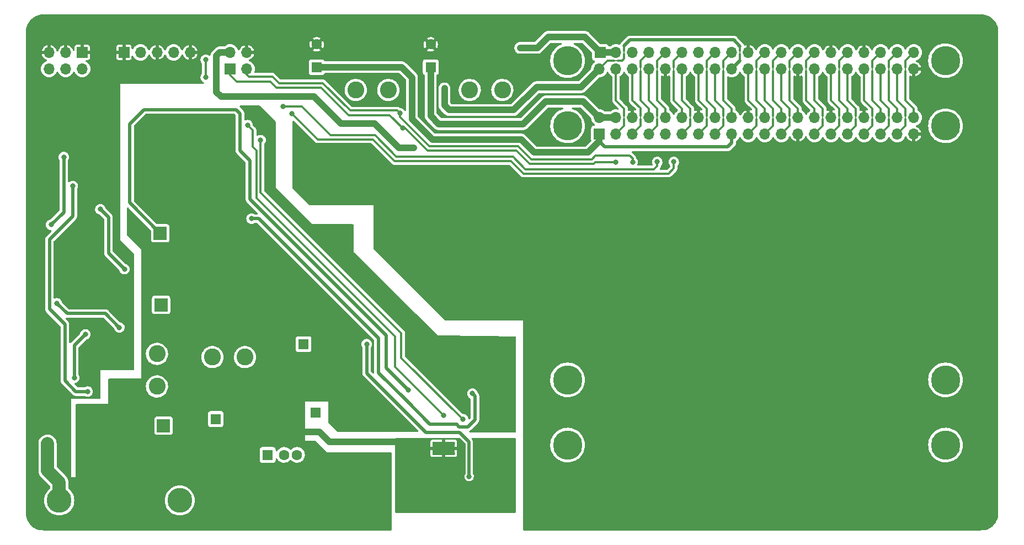
<source format=gbr>
%TF.GenerationSoftware,KiCad,Pcbnew,6.0.11+dfsg-1*%
%TF.CreationDate,2024-10-07T14:27:48+03:00*%
%TF.ProjectId,rpi-extension,7270692d-6578-4746-956e-73696f6e2e6b,rev?*%
%TF.SameCoordinates,Original*%
%TF.FileFunction,Copper,L2,Bot*%
%TF.FilePolarity,Positive*%
%FSLAX46Y46*%
G04 Gerber Fmt 4.6, Leading zero omitted, Abs format (unit mm)*
G04 Created by KiCad (PCBNEW 6.0.11+dfsg-1) date 2024-10-07 14:27:48*
%MOMM*%
%LPD*%
G01*
G04 APERTURE LIST*
%TA.AperFunction,ComponentPad*%
%ADD10R,1.700000X1.700000*%
%TD*%
%TA.AperFunction,ComponentPad*%
%ADD11O,1.700000X1.700000*%
%TD*%
%TA.AperFunction,ComponentPad*%
%ADD12C,4.500000*%
%TD*%
%TA.AperFunction,ComponentPad*%
%ADD13C,2.600000*%
%TD*%
%TA.AperFunction,ComponentPad*%
%ADD14R,2.000000X2.000000*%
%TD*%
%TA.AperFunction,ComponentPad*%
%ADD15C,2.000000*%
%TD*%
%TA.AperFunction,ComponentPad*%
%ADD16R,1.600000X1.600000*%
%TD*%
%TA.AperFunction,ComponentPad*%
%ADD17C,1.600000*%
%TD*%
%TA.AperFunction,ComponentPad*%
%ADD18C,0.500000*%
%TD*%
%TA.AperFunction,SMDPad,CuDef*%
%ADD19R,3.500000X2.000000*%
%TD*%
%TA.AperFunction,ComponentPad*%
%ADD20C,3.000000*%
%TD*%
%TA.AperFunction,ComponentPad*%
%ADD21R,3.800000X3.800000*%
%TD*%
%TA.AperFunction,ComponentPad*%
%ADD22C,3.800000*%
%TD*%
%TA.AperFunction,ViaPad*%
%ADD23C,0.800000*%
%TD*%
%TA.AperFunction,Conductor*%
%ADD24C,0.300000*%
%TD*%
%TA.AperFunction,Conductor*%
%ADD25C,0.200000*%
%TD*%
%TA.AperFunction,Conductor*%
%ADD26C,1.000000*%
%TD*%
%TA.AperFunction,Conductor*%
%ADD27C,2.000000*%
%TD*%
%TA.AperFunction,Conductor*%
%ADD28C,0.500000*%
%TD*%
G04 APERTURE END LIST*
D10*
%TO.P,J5,1,Pin_1*%
%TO.N,GND*%
X69025000Y-56230000D03*
D11*
%TO.P,J5,2,Pin_2*%
%TO.N,/Inter Connect/PWR_KEY*%
X69025000Y-58770000D03*
%TO.P,J5,3,Pin_3*%
%TO.N,GND*%
X66485000Y-56230000D03*
%TO.P,J5,4,Pin_4*%
%TO.N,/Inter Connect/PWR_LED*%
X66485000Y-58770000D03*
%TO.P,J5,5,Pin_5*%
%TO.N,GND*%
X63945000Y-56230000D03*
%TO.P,J5,6,Pin_6*%
%TO.N,/Inter Connect/RST_KEY*%
X63945000Y-58770000D03*
%TD*%
D10*
%TO.P,J2,1,Pin_1*%
%TO.N,/Inter Connect/3V3P_F*%
X148370000Y-68770000D03*
D11*
%TO.P,J2,2,Pin_2*%
%TO.N,/Inter Connect/5VP_F*%
X148370000Y-66230000D03*
%TO.P,J2,3,Pin_3*%
%TO.N,/Inter Connect/GPIO2(SDA)*%
X150910000Y-68770000D03*
%TO.P,J2,4,Pin_4*%
%TO.N,/Inter Connect/5VP_F*%
X150910000Y-66230000D03*
%TO.P,J2,5,Pin_5*%
%TO.N,/Inter Connect/GPIO3(SCL)*%
X153450000Y-68770000D03*
%TO.P,J2,6,Pin_6*%
%TO.N,GND*%
X153450000Y-66230000D03*
%TO.P,J2,7,Pin_7*%
%TO.N,/Inter Connect/GPIO4(GPCLK0)*%
X155990000Y-68770000D03*
%TO.P,J2,8,Pin_8*%
%TO.N,/Inter Connect/GPIO14(TXD)*%
X155990000Y-66230000D03*
%TO.P,J2,9,Pin_9*%
%TO.N,GND*%
X158530000Y-68770000D03*
%TO.P,J2,10,Pin_10*%
%TO.N,/Inter Connect/GPIO15(RXD)*%
X158530000Y-66230000D03*
%TO.P,J2,11,Pin_11*%
%TO.N,/Inter Connect/GPIO17*%
X161070000Y-68770000D03*
%TO.P,J2,12,Pin_12*%
%TO.N,/Inter Connect/GPIO18(PCM_CLK)*%
X161070000Y-66230000D03*
%TO.P,J2,13,Pin_13*%
%TO.N,/Inter Connect/GPIO27*%
X163610000Y-68770000D03*
%TO.P,J2,14,Pin_14*%
%TO.N,GND*%
X163610000Y-66230000D03*
%TO.P,J2,15,Pin_15*%
%TO.N,/Inter Connect/GPIO22*%
X166150000Y-68770000D03*
%TO.P,J2,16,Pin_16*%
%TO.N,/Inter Connect/GPIO23*%
X166150000Y-66230000D03*
%TO.P,J2,17,Pin_17*%
%TO.N,/Inter Connect/3V3P_F*%
X168690000Y-68770000D03*
%TO.P,J2,18,Pin_18*%
%TO.N,/Inter Connect/GPIO24*%
X168690000Y-66230000D03*
%TO.P,J2,19,Pin_19*%
%TO.N,/Inter Connect/GPIO10(MOSI)*%
X171230000Y-68770000D03*
%TO.P,J2,20,Pin_20*%
%TO.N,GND*%
X171230000Y-66230000D03*
%TO.P,J2,21,Pin_21*%
%TO.N,/Inter Connect/GPIO9(MISO)*%
X173770000Y-68770000D03*
%TO.P,J2,22,Pin_22*%
%TO.N,/Inter Connect/GPIO25*%
X173770000Y-66230000D03*
%TO.P,J2,23,Pin_23*%
%TO.N,/Inter Connect/GPIO11(SCLK)*%
X176310000Y-68770000D03*
%TO.P,J2,24,Pin_24*%
%TO.N,/Inter Connect/GPIO8(CE0)*%
X176310000Y-66230000D03*
%TO.P,J2,25,Pin_25*%
%TO.N,GND*%
X178850000Y-68770000D03*
%TO.P,J2,26,Pin_26*%
%TO.N,/Inter Connect/GPIO7(CE1)*%
X178850000Y-66230000D03*
%TO.P,J2,27,Pin_27*%
%TO.N,/Inter Connect/GPIO0(ID_SD)*%
X181390000Y-68770000D03*
%TO.P,J2,28,Pin_28*%
%TO.N,/Inter Connect/GPIO1(ID_SC)*%
X181390000Y-66230000D03*
%TO.P,J2,29,Pin_29*%
%TO.N,/Inter Connect/GPIO5*%
X183930000Y-68770000D03*
%TO.P,J2,30,Pin_30*%
%TO.N,GND*%
X183930000Y-66230000D03*
%TO.P,J2,31,Pin_31*%
%TO.N,/Inter Connect/GPIO6*%
X186470000Y-68770000D03*
%TO.P,J2,32,Pin_32*%
%TO.N,/Inter Connect/GPIO12(PWM0)*%
X186470000Y-66230000D03*
%TO.P,J2,33,Pin_33*%
%TO.N,/Inter Connect/GPIO13(PWM1)*%
X189010000Y-68770000D03*
%TO.P,J2,34,Pin_34*%
%TO.N,GND*%
X189010000Y-66230000D03*
%TO.P,J2,35,Pin_35*%
%TO.N,/Inter Connect/GPIO19(PCM_FS)*%
X191550000Y-68770000D03*
%TO.P,J2,36,Pin_36*%
%TO.N,/Inter Connect/GPIO16*%
X191550000Y-66230000D03*
%TO.P,J2,37,Pin_37*%
%TO.N,/Inter Connect/GPIO26*%
X194090000Y-68770000D03*
%TO.P,J2,38,Pin_38*%
%TO.N,/Inter Connect/GPIO20(PCM_DIN)*%
X194090000Y-66230000D03*
%TO.P,J2,39,Pin_39*%
%TO.N,GND*%
X196630000Y-68770000D03*
%TO.P,J2,40,Pin_40*%
%TO.N,/Inter Connect/GPIO21(PCM_DOUT)*%
X196630000Y-66230000D03*
%TD*%
D12*
%TO.P,REF\u002A\u002A,1*%
%TO.N,N/C*%
X143500000Y-116500000D03*
%TD*%
%TO.P,REF\u002A\u002A,1*%
%TO.N,N/C*%
X143500000Y-57500000D03*
%TD*%
%TO.P,REF\u002A\u002A,1*%
%TO.N,N/C*%
X201500000Y-67500000D03*
%TD*%
%TO.P,REF\u002A\u002A,1*%
%TO.N,N/C*%
X201500000Y-57500000D03*
%TD*%
%TO.P,REF\u002A\u002A,1*%
%TO.N,N/C*%
X201500000Y-106500000D03*
%TD*%
D13*
%TO.P,FB2,1*%
%TO.N,/Inter Connect/3V3P*%
X116000000Y-62000000D03*
%TO.P,FB2,2*%
%TO.N,/Inter Connect/3V3P_F*%
X111000000Y-62000000D03*
%TD*%
D14*
%TO.P,C33,1*%
%TO.N,+PWR*%
X81500000Y-113529292D03*
D15*
%TO.P,C33,2*%
%TO.N,GND*%
X81500000Y-118529292D03*
%TD*%
D16*
%TO.P,C29,1*%
%TO.N,/DC-DC/VOUT*%
X103000000Y-101000000D03*
D17*
%TO.P,C29,2*%
%TO.N,GND*%
X103000000Y-104500000D03*
%TD*%
D16*
%TO.P,C8,1*%
%TO.N,/Inter Connect/3V3P_F*%
X105000000Y-58500000D03*
D17*
%TO.P,C8,2*%
%TO.N,GND*%
X105000000Y-55000000D03*
%TD*%
D14*
%TO.P,C28,1*%
%TO.N,/DC-DC/VIN*%
X81132323Y-95000000D03*
D15*
%TO.P,C28,2*%
%TO.N,GND*%
X86132323Y-95000000D03*
%TD*%
D12*
%TO.P,REF\u002A\u002A,1*%
%TO.N,N/C*%
X143500000Y-67500000D03*
%TD*%
D10*
%TO.P,J3,1,Pin_1*%
%TO.N,/Inter Connect/GPIO2(SDA)*%
X91725000Y-58770000D03*
D11*
%TO.P,J3,2,Pin_2*%
%TO.N,/Inter Connect/5VP*%
X91725000Y-56230000D03*
%TO.P,J3,3,Pin_3*%
%TO.N,/Inter Connect/GPIO3(SCL)*%
X94265000Y-58770000D03*
%TO.P,J3,4,Pin_4*%
%TO.N,GND*%
X94265000Y-56230000D03*
%TD*%
D16*
%TO.P,C4,1*%
%TO.N,/Inter Connect/5VP_F*%
X122500000Y-58500000D03*
D17*
%TO.P,C4,2*%
%TO.N,GND*%
X122500000Y-55000000D03*
%TD*%
D12*
%TO.P,REF\u002A\u002A,1*%
%TO.N,N/C*%
X201500000Y-116500000D03*
%TD*%
D16*
%TO.P,C36,1*%
%TO.N,+5V*%
X89500000Y-112500000D03*
D17*
%TO.P,C36,2*%
%TO.N,GND*%
X93000000Y-112500000D03*
%TD*%
D12*
%TO.P,REF\u002A\u002A,1*%
%TO.N,N/C*%
X143500000Y-106500000D03*
%TD*%
D13*
%TO.P,FB4,1*%
%TO.N,/DC-DC/VOUT*%
X94000000Y-103000000D03*
%TO.P,FB4,2*%
%TO.N,+5V*%
X89000000Y-103000000D03*
%TD*%
D16*
%TO.P,C31,1*%
%TO.N,/DC-DC/VOUT*%
X104860604Y-111500000D03*
D17*
%TO.P,C31,2*%
%TO.N,GND*%
X101360604Y-111500000D03*
%TD*%
D13*
%TO.P,FB3,1*%
%TO.N,/DC-DC/VIN*%
X80500000Y-102500000D03*
%TO.P,FB3,2*%
%TO.N,+PWR*%
X80500000Y-107500000D03*
%TD*%
%TO.P,FB1,1*%
%TO.N,/Inter Connect/5VP*%
X133500000Y-62000000D03*
%TO.P,FB1,2*%
%TO.N,/Inter Connect/5VP_F*%
X128500000Y-62000000D03*
%TD*%
D18*
%TO.P,U2,17,EPAD*%
%TO.N,GND*%
X124500000Y-116250000D03*
X124500000Y-117750000D03*
X123000000Y-116250000D03*
D19*
X124500000Y-117000000D03*
D18*
X126000000Y-117750000D03*
X123000000Y-117750000D03*
X126000000Y-116250000D03*
%TD*%
D10*
%TO.P,J4,1,Pin_1*%
%TO.N,GND*%
X75425000Y-56230000D03*
D11*
%TO.P,J4,2,Pin_2*%
%TO.N,/Inter Connect/GPIO2(SDA)*%
X77965000Y-56230000D03*
%TO.P,J4,3,Pin_3*%
%TO.N,GND*%
X80505000Y-56230000D03*
%TO.P,J4,4,Pin_4*%
%TO.N,/Inter Connect/GPIO3(SCL)*%
X83045000Y-56230000D03*
%TO.P,J4,5,Pin_5*%
%TO.N,GND*%
X85585000Y-56230000D03*
%TD*%
D16*
%TO.P,J8,1,VBUS*%
%TO.N,+5V*%
X97500000Y-118010000D03*
D17*
%TO.P,J8,2,D-*%
%TO.N,unconnected-(J8-Pad2)*%
X100000000Y-118010000D03*
%TO.P,J8,3,D+*%
%TO.N,unconnected-(J8-Pad3)*%
X102000000Y-118010000D03*
%TO.P,J8,4,GND*%
%TO.N,GND*%
X104500000Y-118010000D03*
D20*
%TO.P,J8,5,Shield*%
X107570000Y-120720000D03*
X94430000Y-120720000D03*
%TD*%
D14*
%TO.P,C25,1*%
%TO.N,/DC-DC/VIN*%
X81000000Y-84000000D03*
D15*
%TO.P,C25,2*%
%TO.N,GND*%
X86000000Y-84000000D03*
%TD*%
D21*
%TO.P,J6,1,Pin_1*%
%TO.N,GND*%
X70500000Y-125000000D03*
D22*
%TO.P,J6,2,Pin_2*%
%TO.N,+BAT*%
X65500000Y-125000000D03*
%TD*%
D21*
%TO.P,J7,1,Pin_1*%
%TO.N,GND*%
X79000000Y-125000000D03*
D22*
%TO.P,J7,2,Pin_2*%
%TO.N,+PWR*%
X84000000Y-125000000D03*
%TD*%
D10*
%TO.P,J1,1,Pin_1*%
%TO.N,/Inter Connect/5VP*%
X148540000Y-56230000D03*
D11*
%TO.P,J1,2,Pin_2*%
%TO.N,/Inter Connect/3V3P*%
X148370000Y-58770000D03*
%TO.P,J1,3,Pin_3*%
%TO.N,/Inter Connect/5VP*%
X150910000Y-56230000D03*
%TO.P,J1,4,Pin_4*%
%TO.N,/Inter Connect/GPIO2(SDA)*%
X150910000Y-58770000D03*
%TO.P,J1,5,Pin_5*%
%TO.N,GND*%
X153450000Y-56230000D03*
%TO.P,J1,6,Pin_6*%
%TO.N,/Inter Connect/GPIO3(SCL)*%
X153450000Y-58770000D03*
%TO.P,J1,7,Pin_7*%
%TO.N,/Inter Connect/GPIO14(TXD)*%
X155990000Y-56230000D03*
%TO.P,J1,8,Pin_8*%
%TO.N,/Inter Connect/GPIO4(GPCLK0)*%
X155990000Y-58770000D03*
%TO.P,J1,9,Pin_9*%
%TO.N,/Inter Connect/GPIO15(RXD)*%
X158530000Y-56230000D03*
%TO.P,J1,10,Pin_10*%
%TO.N,GND*%
X158530000Y-58770000D03*
%TO.P,J1,11,Pin_11*%
%TO.N,/Inter Connect/GPIO18(PCM_CLK)*%
X161070000Y-56230000D03*
%TO.P,J1,12,Pin_12*%
%TO.N,/Inter Connect/GPIO17*%
X161070000Y-58770000D03*
%TO.P,J1,13,Pin_13*%
%TO.N,GND*%
X163610000Y-56230000D03*
%TO.P,J1,14,Pin_14*%
%TO.N,/Inter Connect/GPIO27*%
X163610000Y-58770000D03*
%TO.P,J1,15,Pin_15*%
%TO.N,/Inter Connect/GPIO23*%
X166150000Y-56230000D03*
%TO.P,J1,16,Pin_16*%
%TO.N,/Inter Connect/GPIO22*%
X166150000Y-58770000D03*
%TO.P,J1,17,Pin_17*%
%TO.N,/Inter Connect/GPIO24*%
X168690000Y-56230000D03*
%TO.P,J1,18,Pin_18*%
%TO.N,/Inter Connect/3V3P*%
X168690000Y-58770000D03*
%TO.P,J1,19,Pin_19*%
%TO.N,GND*%
X171230000Y-56230000D03*
%TO.P,J1,20,Pin_20*%
%TO.N,/Inter Connect/GPIO10(MOSI)*%
X171230000Y-58770000D03*
%TO.P,J1,21,Pin_21*%
%TO.N,/Inter Connect/GPIO25*%
X173770000Y-56230000D03*
%TO.P,J1,22,Pin_22*%
%TO.N,/Inter Connect/GPIO9(MISO)*%
X173770000Y-58770000D03*
%TO.P,J1,23,Pin_23*%
%TO.N,/Inter Connect/GPIO8(CE0)*%
X176310000Y-56230000D03*
%TO.P,J1,24,Pin_24*%
%TO.N,/Inter Connect/GPIO11(SCLK)*%
X176310000Y-58770000D03*
%TO.P,J1,25,Pin_25*%
%TO.N,/Inter Connect/GPIO7(CE1)*%
X178850000Y-56230000D03*
%TO.P,J1,26,Pin_26*%
%TO.N,GND*%
X178850000Y-58770000D03*
%TO.P,J1,27,Pin_27*%
%TO.N,/Inter Connect/GPIO1(ID_SC)*%
X181390000Y-56230000D03*
%TO.P,J1,28,Pin_28*%
%TO.N,/Inter Connect/GPIO0(ID_SD)*%
X181390000Y-58770000D03*
%TO.P,J1,29,Pin_29*%
%TO.N,GND*%
X183930000Y-56230000D03*
%TO.P,J1,30,Pin_30*%
%TO.N,/Inter Connect/GPIO5*%
X183930000Y-58770000D03*
%TO.P,J1,31,Pin_31*%
%TO.N,/Inter Connect/GPIO12(PWM0)*%
X186470000Y-56230000D03*
%TO.P,J1,32,Pin_32*%
%TO.N,/Inter Connect/GPIO6*%
X186470000Y-58770000D03*
%TO.P,J1,33,Pin_33*%
%TO.N,GND*%
X189010000Y-56230000D03*
%TO.P,J1,34,Pin_34*%
%TO.N,/Inter Connect/GPIO13(PWM1)*%
X189010000Y-58770000D03*
%TO.P,J1,35,Pin_35*%
%TO.N,/Inter Connect/GPIO16*%
X191550000Y-56230000D03*
%TO.P,J1,36,Pin_36*%
%TO.N,/Inter Connect/GPIO19(PCM_FS)*%
X191550000Y-58770000D03*
%TO.P,J1,37,Pin_37*%
%TO.N,/Inter Connect/GPIO20(PCM_DIN)*%
X194090000Y-56230000D03*
%TO.P,J1,38,Pin_38*%
%TO.N,/Inter Connect/GPIO26*%
X194090000Y-58770000D03*
%TO.P,J1,39,Pin_39*%
%TO.N,/Inter Connect/GPIO21(PCM_DOUT)*%
X196630000Y-56230000D03*
%TO.P,J1,40,Pin_40*%
%TO.N,GND*%
X196630000Y-58770000D03*
%TD*%
D23*
%TO.N,/Inter Connect/GPIO15(RXD)*%
X159800000Y-73040000D03*
X101200000Y-65660000D03*
%TO.N,GND*%
X75500000Y-103900000D03*
X73300000Y-92200000D03*
X118400000Y-114000000D03*
X74700000Y-124800000D03*
X68000000Y-95000000D03*
X98600000Y-128100000D03*
X73800000Y-52000000D03*
X95300000Y-108400000D03*
X89200000Y-84100000D03*
X89400000Y-96800000D03*
X115700000Y-121000000D03*
X118100000Y-123500000D03*
X121100000Y-62700000D03*
X87500000Y-89500000D03*
X74700000Y-127800000D03*
X116400000Y-114000000D03*
X89400000Y-95800000D03*
X134900000Y-126100000D03*
X137800000Y-52000000D03*
X118100000Y-124800000D03*
X97800000Y-74400000D03*
X89200000Y-86100000D03*
X149200000Y-61500000D03*
X89200000Y-83200000D03*
X203700000Y-127400000D03*
X96300000Y-109400000D03*
X134900000Y-116100000D03*
X99600000Y-127000000D03*
X121100000Y-118700000D03*
X90000000Y-66300000D03*
X97600000Y-127000000D03*
X93300000Y-76300000D03*
X133800000Y-117400000D03*
X72100000Y-70000000D03*
X121100000Y-64800000D03*
X201500000Y-127400000D03*
X114700000Y-119900000D03*
X114700000Y-121000000D03*
X121100000Y-115900000D03*
X68000000Y-83000000D03*
X97300000Y-108400000D03*
X89200000Y-85100000D03*
X117400000Y-113000000D03*
X61800000Y-99300000D03*
X134900000Y-117400000D03*
X75600000Y-97100000D03*
X88500000Y-88500000D03*
X92000000Y-66300000D03*
X121100000Y-63700000D03*
X98600000Y-127000000D03*
X135600000Y-52000000D03*
X135000000Y-89300000D03*
X72100000Y-71000000D03*
X61800000Y-122500000D03*
X133500000Y-102800000D03*
X149200000Y-62500000D03*
X97300000Y-109400000D03*
X207500000Y-58000000D03*
X65500000Y-90300000D03*
X134500000Y-101500000D03*
X88500000Y-89500000D03*
X134500000Y-102800000D03*
X93300000Y-75300000D03*
X115700000Y-118800000D03*
X71000000Y-100700000D03*
X135000000Y-90300000D03*
X141500000Y-127400000D03*
X142500000Y-127400000D03*
X134500000Y-104300000D03*
X61800000Y-103700000D03*
X133800000Y-116100000D03*
X124500000Y-85100000D03*
X93300000Y-74400000D03*
X125024500Y-121820500D03*
X76400000Y-108500000D03*
X207500000Y-56800000D03*
X92200000Y-76300000D03*
X61800000Y-90200000D03*
X136700000Y-52000000D03*
X134100000Y-76400000D03*
X91000000Y-66300000D03*
X103300000Y-73000000D03*
X89000000Y-66300000D03*
X92200000Y-74400000D03*
X97800000Y-75300000D03*
X99600000Y-128100000D03*
X88500000Y-90500000D03*
X74700000Y-126700000D03*
X73700000Y-128800000D03*
X149200000Y-63600000D03*
X61800000Y-82700000D03*
X117400000Y-114000000D03*
X102200000Y-73000000D03*
X76500000Y-97100000D03*
X86500000Y-89500000D03*
X89400000Y-97800000D03*
X133500000Y-101500000D03*
X133500000Y-104300000D03*
X202600000Y-127400000D03*
X135000000Y-91300000D03*
X72600000Y-52000000D03*
X118100000Y-126100000D03*
X92200000Y-75300000D03*
X96300000Y-108400000D03*
X118100000Y-116000000D03*
X76400000Y-87800000D03*
X104400000Y-73000000D03*
X140500000Y-127400000D03*
X95300000Y-109400000D03*
X133100000Y-76400000D03*
X115700000Y-119900000D03*
X207500000Y-59100000D03*
X71500000Y-52000000D03*
X97800000Y-76300000D03*
X97600000Y-128100000D03*
X134900000Y-118700000D03*
X74700000Y-128800000D03*
X74700000Y-125700000D03*
X114700000Y-118800000D03*
X135100000Y-76400000D03*
X75800000Y-128800000D03*
%TO.N,+BAT*%
X63700000Y-119800000D03*
X63700000Y-117400000D03*
X63700000Y-118600000D03*
X63700000Y-116300000D03*
%TO.N,/Inter Connect/RST_KEY*%
X74720000Y-98450000D03*
X66190000Y-72300000D03*
X65130000Y-94750000D03*
X64260000Y-82690000D03*
%TO.N,+PWR*%
X67580000Y-76750000D03*
X69860000Y-108290000D03*
%TO.N,Net-(D5-Pad2)*%
X69500000Y-99500000D03*
X67810000Y-106180000D03*
%TO.N,Net-(Q10-Pad4)*%
X127459021Y-112522357D03*
X96400000Y-69700000D03*
%TO.N,Net-(Q9-Pad4)*%
X94400000Y-67400000D03*
X124449500Y-111924500D03*
%TO.N,/Inter Connect/PWR_KEY*%
X75500000Y-89500000D03*
X71800000Y-80310000D03*
%TO.N,/Inter Connect/GPIO14(TXD)*%
X99875000Y-64555000D03*
X157260000Y-73040000D03*
%TO.N,/Inter Connect/3V3P*%
X124610000Y-62640000D03*
X124610000Y-63510000D03*
X124610000Y-61770000D03*
X124610000Y-64390000D03*
%TO.N,/Inter Connect/5VP*%
X137975000Y-55540000D03*
X138845000Y-55540000D03*
X137105000Y-55540000D03*
X136235000Y-55540000D03*
X119880000Y-70870000D03*
%TO.N,/Inter Connect/GPIO2(SDA)*%
X118230000Y-67870000D03*
X150910000Y-73050000D03*
%TO.N,/Inter Connect/GPIO3(SCL)*%
X117770000Y-65560000D03*
X87970000Y-60060000D03*
X87970000Y-57360000D03*
X153480000Y-73050000D03*
%TO.N,Net-(C14-Pad1)*%
X112670000Y-101010000D03*
X128410000Y-121330000D03*
%TO.N,/DC-DC/VIN*%
X119080000Y-108020000D03*
%TO.N,/DC-DC/SW*%
X128900000Y-108600000D03*
X95000000Y-81750000D03*
%TD*%
D24*
%TO.N,/Inter Connect/GPIO15(RXD)*%
X134810000Y-72920000D02*
X116930000Y-72920000D01*
X113620000Y-69610000D02*
X105150000Y-69610000D01*
X136720000Y-74830000D02*
X134810000Y-72920000D01*
X157257000Y-57497000D02*
X157257000Y-58487000D01*
X159800000Y-73040000D02*
X159810000Y-73050000D01*
X157257000Y-63567000D02*
X157257000Y-59107000D01*
X116930000Y-72920000D02*
X113620000Y-69610000D01*
X159810000Y-73050000D02*
X159810000Y-74010000D01*
D25*
X157257000Y-59107000D02*
X157257000Y-58487000D01*
D24*
X158990000Y-74830000D02*
X136720000Y-74830000D01*
X159810000Y-74010000D02*
X158990000Y-74830000D01*
X158527000Y-64837000D02*
X157257000Y-63567000D01*
X158527000Y-66227000D02*
X158527000Y-64837000D01*
X158527000Y-56227000D02*
X157257000Y-57497000D01*
X105150000Y-69610000D02*
X101200000Y-65660000D01*
D26*
%TO.N,GND*%
X105430000Y-114480000D02*
X101750000Y-114480000D01*
X101360604Y-114090604D02*
X101360604Y-111500000D01*
X118100000Y-116000000D02*
X106950000Y-116000000D01*
X106950000Y-116000000D02*
X105430000Y-114480000D01*
X101750000Y-114480000D02*
X101360604Y-114090604D01*
D27*
%TO.N,+BAT*%
X65500000Y-122200000D02*
X63700000Y-120400000D01*
X63700000Y-120400000D02*
X63700000Y-116300000D01*
X65500000Y-125000000D02*
X65500000Y-122200000D01*
D28*
%TO.N,/Inter Connect/RST_KEY*%
X66190000Y-80760000D02*
X64260000Y-82690000D01*
X68210000Y-96320000D02*
X66700000Y-96320000D01*
X66700000Y-96320000D02*
X65130000Y-94750000D01*
X66190000Y-72300000D02*
X66190000Y-80760000D01*
X72590000Y-96320000D02*
X68210000Y-96320000D01*
X74720000Y-98450000D02*
X72590000Y-96320000D01*
%TO.N,+PWR*%
X68040000Y-108290000D02*
X69860000Y-108290000D01*
X63990000Y-84950000D02*
X63990000Y-95600000D01*
X67580000Y-76750000D02*
X67580000Y-81360000D01*
X66370000Y-106620000D02*
X68040000Y-108290000D01*
X66370000Y-97980000D02*
X66370000Y-106620000D01*
X63990000Y-95600000D02*
X66370000Y-97980000D01*
X67580000Y-81360000D02*
X63990000Y-84950000D01*
D26*
%TO.N,/Inter Connect/5VP_F*%
X122500000Y-66000000D02*
X123740000Y-67240000D01*
X122500000Y-58500000D02*
X122500000Y-66000000D01*
X136680000Y-67240000D02*
X140150000Y-63770000D01*
X140150000Y-63770000D02*
X145910000Y-63770000D01*
X145910000Y-63770000D02*
X148370000Y-66230000D01*
X150910000Y-66230000D02*
X148370000Y-66230000D01*
X123740000Y-67240000D02*
X136680000Y-67240000D01*
D28*
%TO.N,/Inter Connect/3V3P_F*%
X168060000Y-70750000D02*
X149220000Y-70750000D01*
D26*
X119630000Y-66460000D02*
X122760000Y-69590000D01*
D28*
X149220000Y-70750000D02*
X148370000Y-69900000D01*
D26*
X148370000Y-69900000D02*
X146670000Y-71600000D01*
X118040000Y-58500000D02*
X119630000Y-60090000D01*
X105000000Y-58500000D02*
X118040000Y-58500000D01*
X148370000Y-68770000D02*
X148370000Y-69900000D01*
D28*
X168690000Y-70120000D02*
X168060000Y-70750000D01*
D26*
X136380000Y-69590000D02*
X138390000Y-71600000D01*
X122760000Y-69590000D02*
X136380000Y-69590000D01*
D28*
X168690000Y-68770000D02*
X168690000Y-70120000D01*
D26*
X119630000Y-60090000D02*
X119630000Y-66460000D01*
X138390000Y-71600000D02*
X146670000Y-71600000D01*
D28*
%TO.N,Net-(D5-Pad2)*%
X67810000Y-101190000D02*
X69500000Y-99500000D01*
X67810000Y-106180000D02*
X67810000Y-101190000D01*
D24*
%TO.N,Net-(Q10-Pad4)*%
X118000000Y-103100000D02*
X127422357Y-112522357D01*
X118000000Y-99300000D02*
X118000000Y-103100000D01*
X96400000Y-77700000D02*
X118000000Y-99300000D01*
X96400000Y-69700000D02*
X96400000Y-77700000D01*
X127422357Y-112522357D02*
X127459021Y-112522357D01*
%TO.N,Net-(Q9-Pad4)*%
X95780000Y-78580000D02*
X117000000Y-99800000D01*
X95780000Y-71280000D02*
X95780000Y-78580000D01*
X117000000Y-99800000D02*
X117000000Y-104475000D01*
X94400000Y-67400000D02*
X95200000Y-68200000D01*
X95200000Y-70700000D02*
X95780000Y-71280000D01*
X117000000Y-104475000D02*
X124449500Y-111924500D01*
X95200000Y-68200000D02*
X95200000Y-70700000D01*
D28*
%TO.N,/Inter Connect/PWR_KEY*%
X75500000Y-89500000D02*
X73070000Y-87070000D01*
X73070000Y-87070000D02*
X73070000Y-81580000D01*
X73070000Y-81580000D02*
X71800000Y-80310000D01*
D24*
%TO.N,/Inter Connect/GPIO14(TXD)*%
X135120000Y-72260000D02*
X137030000Y-74170000D01*
X155990000Y-64840000D02*
X154720000Y-63570000D01*
X156760000Y-74170000D02*
X157260000Y-73670000D01*
X154720000Y-63570000D02*
X154720000Y-59110000D01*
X113940000Y-68960000D02*
X117240000Y-72260000D01*
X154720000Y-58490000D02*
X154720000Y-57500000D01*
X157260000Y-73670000D02*
X157260000Y-73040000D01*
D25*
X154720000Y-59110000D02*
X154720000Y-58490000D01*
D24*
X137030000Y-74170000D02*
X156760000Y-74170000D01*
X102715000Y-64555000D02*
X107120000Y-68960000D01*
X155990000Y-66230000D02*
X155990000Y-64840000D01*
X99875000Y-64555000D02*
X102715000Y-64555000D01*
X154720000Y-57500000D02*
X155990000Y-56230000D01*
X117240000Y-72260000D02*
X135120000Y-72260000D01*
X107120000Y-68960000D02*
X113940000Y-68960000D01*
%TO.N,/Inter Connect/3V3P*%
X169960000Y-55950000D02*
X169960000Y-55270000D01*
D25*
X150630000Y-57500000D02*
X151220000Y-57500000D01*
D24*
X152180000Y-57200000D02*
X152180000Y-56510000D01*
D26*
X125300000Y-65080000D02*
X135240000Y-65080000D01*
X124610000Y-61770000D02*
X124610000Y-64390000D01*
D24*
X169960000Y-57500000D02*
X169960000Y-56510000D01*
X152180000Y-57200000D02*
X151880000Y-57500000D01*
X151880000Y-57500000D02*
X151220000Y-57500000D01*
X152180000Y-55250000D02*
X152180000Y-55940000D01*
D25*
X169960000Y-55950000D02*
X169960000Y-56510000D01*
D28*
X153110000Y-54320000D02*
X152180000Y-55250000D01*
D26*
X148370000Y-58770000D02*
X145570000Y-61570000D01*
X145570000Y-61570000D02*
X138750000Y-61570000D01*
D24*
X148370000Y-58770000D02*
X149640000Y-57500000D01*
D26*
X124610000Y-64390000D02*
X125300000Y-65080000D01*
X138750000Y-61570000D02*
X135240000Y-65080000D01*
D25*
X152180000Y-56510000D02*
X152180000Y-55940000D01*
D28*
X169010000Y-54320000D02*
X153110000Y-54320000D01*
X168690000Y-58770000D02*
X169960000Y-57500000D01*
D24*
X149640000Y-57500000D02*
X150630000Y-57500000D01*
D28*
X169960000Y-55270000D02*
X169010000Y-54320000D01*
D26*
%TO.N,/Inter Connect/5VP*%
X108690000Y-67150000D02*
X104570000Y-63030000D01*
X117580000Y-70870000D02*
X113860000Y-67150000D01*
X119880000Y-70870000D02*
X117580000Y-70870000D01*
X89600000Y-62290000D02*
X89600000Y-56760000D01*
X90130000Y-56230000D02*
X91725000Y-56230000D01*
X90340000Y-63030000D02*
X89600000Y-62290000D01*
X113860000Y-67150000D02*
X108690000Y-67150000D01*
X148540000Y-56230000D02*
X146170000Y-53860000D01*
X104570000Y-63030000D02*
X90340000Y-63030000D01*
X150910000Y-56230000D02*
X148540000Y-56230000D01*
X89600000Y-56760000D02*
X90130000Y-56230000D01*
X146170000Y-53860000D02*
X140525000Y-53860000D01*
X136235000Y-55540000D02*
X138845000Y-55540000D01*
X140525000Y-53860000D02*
X138845000Y-55540000D01*
D24*
%TO.N,/Inter Connect/GPIO2(SDA)*%
X137650000Y-73310000D02*
X147520000Y-73310000D01*
X152179000Y-67501000D02*
X152179000Y-66518000D01*
X150910000Y-63572000D02*
X152179000Y-64841000D01*
X150910000Y-68770000D02*
X152179000Y-67501000D01*
X147520000Y-73310000D02*
X147780000Y-73050000D01*
X116220000Y-65860000D02*
X118230000Y-67870000D01*
X113730000Y-65860000D02*
X116220000Y-65860000D01*
X92740000Y-60710000D02*
X97880000Y-60710000D01*
X122020000Y-71300000D02*
X118590000Y-67870000D01*
X91725000Y-59695000D02*
X92740000Y-60710000D01*
X98800000Y-61630000D02*
X105660000Y-61630000D01*
X135640000Y-71300000D02*
X137650000Y-73310000D01*
X91725000Y-58770000D02*
X91725000Y-59695000D01*
X152179000Y-64841000D02*
X152179000Y-65936000D01*
D25*
X152179000Y-66518000D02*
X152179000Y-65936000D01*
D24*
X109890000Y-65860000D02*
X113730000Y-65860000D01*
X97880000Y-60710000D02*
X98800000Y-61630000D01*
X150910000Y-63572000D02*
X150910000Y-58770000D01*
X122020000Y-71300000D02*
X135640000Y-71300000D01*
X118590000Y-67870000D02*
X118230000Y-67870000D01*
X147780000Y-73050000D02*
X150910000Y-73050000D01*
X105660000Y-61630000D02*
X109890000Y-65860000D01*
D25*
%TO.N,/Inter Connect/GPIO3(SCL)*%
X154719000Y-66516000D02*
X154719000Y-65931000D01*
D24*
X112250000Y-65150000D02*
X117360000Y-65150000D01*
X112250000Y-65150000D02*
X110130000Y-65150000D01*
X153450000Y-68770000D02*
X154700000Y-67520000D01*
X117360000Y-65150000D02*
X110130000Y-65150000D01*
X122320000Y-70650000D02*
X117770000Y-66100000D01*
X153480000Y-72520000D02*
X153040000Y-72080000D01*
X154700000Y-64822000D02*
X153450000Y-63572000D01*
X116820000Y-65150000D02*
X112250000Y-65150000D01*
X153480000Y-73050000D02*
X153480000Y-72520000D01*
X94265000Y-58770000D02*
X94265000Y-59595000D01*
X105920000Y-60940000D02*
X99210000Y-60940000D01*
X154720000Y-64842000D02*
X154720000Y-65930000D01*
D25*
X154719000Y-65931000D02*
X154720000Y-65930000D01*
D24*
X153040000Y-72080000D02*
X147800000Y-72080000D01*
X154700000Y-64822000D02*
X154720000Y-64842000D01*
X94265000Y-59595000D02*
X94600000Y-59930000D01*
X117770000Y-65560000D02*
X117360000Y-65150000D01*
X99210000Y-60940000D02*
X98200000Y-59930000D01*
X87970000Y-60060000D02*
X87970000Y-57360000D01*
X135930000Y-70650000D02*
X122320000Y-70650000D01*
X117770000Y-65560000D02*
X117770000Y-66100000D01*
X137920000Y-72640000D02*
X135930000Y-70650000D01*
X154700000Y-67520000D02*
X154719000Y-67501000D01*
X154719000Y-67501000D02*
X154719000Y-66516000D01*
X147240000Y-72640000D02*
X137920000Y-72640000D01*
X147800000Y-72080000D02*
X147240000Y-72640000D01*
X153450000Y-63572000D02*
X153450000Y-58770000D01*
X98200000Y-59930000D02*
X94600000Y-59930000D01*
X110130000Y-65150000D02*
X105920000Y-60940000D01*
%TO.N,/Inter Connect/GPIO4(GPCLK0)*%
X155989000Y-68770000D02*
X157258000Y-67501000D01*
D25*
X157258000Y-66518000D02*
X157258000Y-65936000D01*
D24*
X155989000Y-63572000D02*
X157258000Y-64841000D01*
X155989000Y-63572000D02*
X155989000Y-58770000D01*
X157258000Y-67501000D02*
X157258000Y-66518000D01*
X157258000Y-64841000D02*
X157258000Y-65936000D01*
%TO.N,/Inter Connect/GPIO17*%
X161070000Y-68770000D02*
X162339000Y-67501000D01*
X162339000Y-64841000D02*
X162339000Y-65936000D01*
X161070000Y-63572000D02*
X161070000Y-58770000D01*
D25*
X162339000Y-66518000D02*
X162339000Y-65936000D01*
D24*
X161070000Y-63572000D02*
X162339000Y-64841000D01*
X162339000Y-67501000D02*
X162339000Y-66518000D01*
%TO.N,/Inter Connect/GPIO18(PCM_CLK)*%
X161068000Y-66226000D02*
X161068000Y-64836000D01*
X159798000Y-63566000D02*
X159798000Y-59106000D01*
X161068000Y-64836000D02*
X159798000Y-63566000D01*
X159798000Y-57496000D02*
X159798000Y-58486000D01*
D25*
X159798000Y-59106000D02*
X159798000Y-58486000D01*
D24*
X161068000Y-56226000D02*
X159798000Y-57496000D01*
%TO.N,/Inter Connect/GPIO27*%
X163611000Y-68770000D02*
X164880000Y-67501000D01*
X164880000Y-64841000D02*
X164880000Y-65936000D01*
X163611000Y-63572000D02*
X163611000Y-58770000D01*
X163611000Y-63572000D02*
X164880000Y-64841000D01*
D25*
X164880000Y-66518000D02*
X164880000Y-65936000D01*
D24*
X164880000Y-67501000D02*
X164880000Y-66518000D01*
%TO.N,/Inter Connect/GPIO22*%
X166150000Y-63572000D02*
X166150000Y-58770000D01*
X167419000Y-67501000D02*
X167419000Y-66518000D01*
X166150000Y-63572000D02*
X167419000Y-64841000D01*
X167419000Y-64841000D02*
X167419000Y-65936000D01*
D25*
X167419000Y-66518000D02*
X167419000Y-65936000D01*
D24*
X166150000Y-68770000D02*
X167419000Y-67501000D01*
%TO.N,/Inter Connect/GPIO23*%
X166147000Y-56230000D02*
X164877000Y-57500000D01*
X166147000Y-64840000D02*
X164877000Y-63570000D01*
X164877000Y-57500000D02*
X164877000Y-58490000D01*
X166147000Y-66230000D02*
X166147000Y-64840000D01*
D25*
X164877000Y-59110000D02*
X164877000Y-58490000D01*
D24*
X164877000Y-63570000D02*
X164877000Y-59110000D01*
%TO.N,/Inter Connect/GPIO24*%
X168691000Y-66229000D02*
X168691000Y-64839000D01*
X168691000Y-64839000D02*
X167421000Y-63569000D01*
X168691000Y-56229000D02*
X167421000Y-57499000D01*
X167421000Y-63569000D02*
X167421000Y-59109000D01*
X167421000Y-57499000D02*
X167421000Y-58489000D01*
D25*
X167421000Y-59109000D02*
X167421000Y-58489000D01*
%TO.N,/Inter Connect/GPIO10(MOSI)*%
X172499000Y-66516000D02*
X172499000Y-65934000D01*
D24*
X171230000Y-63570000D02*
X171230000Y-58768000D01*
X172499000Y-67499000D02*
X172499000Y-66516000D01*
X172499000Y-64839000D02*
X172499000Y-65934000D01*
X171230000Y-68768000D02*
X172499000Y-67499000D01*
X171230000Y-63570000D02*
X172499000Y-64839000D01*
%TO.N,/Inter Connect/GPIO9(MISO)*%
X173770000Y-68767000D02*
X175039000Y-67498000D01*
X175039000Y-64838000D02*
X175039000Y-65933000D01*
X175039000Y-67498000D02*
X175039000Y-66515000D01*
X173770000Y-63569000D02*
X173770000Y-58767000D01*
X173770000Y-63569000D02*
X175039000Y-64838000D01*
D25*
X175039000Y-66515000D02*
X175039000Y-65933000D01*
D24*
%TO.N,/Inter Connect/GPIO25*%
X172503000Y-63569000D02*
X172503000Y-59109000D01*
X173773000Y-66229000D02*
X173773000Y-64839000D01*
X173773000Y-64839000D02*
X172503000Y-63569000D01*
X172503000Y-57499000D02*
X172503000Y-58489000D01*
X173773000Y-56229000D02*
X172503000Y-57499000D01*
D25*
X172503000Y-59109000D02*
X172503000Y-58489000D01*
D24*
%TO.N,/Inter Connect/GPIO11(SCLK)*%
X176310000Y-68767000D02*
X177579000Y-67498000D01*
X177579000Y-67498000D02*
X177579000Y-66515000D01*
X176310000Y-63569000D02*
X177579000Y-64838000D01*
X177579000Y-64838000D02*
X177579000Y-65933000D01*
X176310000Y-63569000D02*
X176310000Y-58767000D01*
D25*
X177579000Y-66515000D02*
X177579000Y-65933000D01*
%TO.N,/Inter Connect/GPIO8(CE0)*%
X175040000Y-59110000D02*
X175040000Y-58490000D01*
D24*
X176310000Y-64840000D02*
X175040000Y-63570000D01*
X176310000Y-56230000D02*
X175040000Y-57500000D01*
X176310000Y-66230000D02*
X176310000Y-64840000D01*
X175040000Y-57500000D02*
X175040000Y-58490000D01*
X175040000Y-63570000D02*
X175040000Y-59110000D01*
%TO.N,/Inter Connect/GPIO7(CE1)*%
X177581000Y-57498000D02*
X177581000Y-58488000D01*
X177581000Y-63568000D02*
X177581000Y-59108000D01*
D25*
X177581000Y-59108000D02*
X177581000Y-58488000D01*
D24*
X178851000Y-56228000D02*
X177581000Y-57498000D01*
X178851000Y-66228000D02*
X178851000Y-64838000D01*
X178851000Y-64838000D02*
X177581000Y-63568000D01*
%TO.N,/Inter Connect/GPIO0(ID_SD)*%
X182659000Y-67498000D02*
X182659000Y-66515000D01*
X182659000Y-64838000D02*
X182659000Y-65933000D01*
D25*
X182659000Y-66515000D02*
X182659000Y-65933000D01*
D24*
X181390000Y-63569000D02*
X182659000Y-64838000D01*
X181390000Y-68767000D02*
X182659000Y-67498000D01*
X181390000Y-63569000D02*
X181390000Y-58767000D01*
%TO.N,/Inter Connect/GPIO1(ID_SC)*%
X180122000Y-63566000D02*
X180122000Y-59106000D01*
X181392000Y-66226000D02*
X181392000Y-64836000D01*
X181392000Y-56226000D02*
X180122000Y-57496000D01*
X180122000Y-57496000D02*
X180122000Y-58486000D01*
D25*
X180122000Y-59106000D02*
X180122000Y-58486000D01*
D24*
X181392000Y-64836000D02*
X180122000Y-63566000D01*
%TO.N,/Inter Connect/GPIO5*%
X185199000Y-67501000D02*
X185199000Y-66518000D01*
X185199000Y-64841000D02*
X185199000Y-65936000D01*
X183930000Y-63572000D02*
X183930000Y-58770000D01*
D25*
X185199000Y-66518000D02*
X185199000Y-65936000D01*
D24*
X183930000Y-68770000D02*
X185199000Y-67501000D01*
X183930000Y-63572000D02*
X185199000Y-64841000D01*
%TO.N,/Inter Connect/GPIO6*%
X186470000Y-63571000D02*
X187739000Y-64840000D01*
D25*
X187739000Y-66517000D02*
X187739000Y-65935000D01*
D24*
X186470000Y-63571000D02*
X186470000Y-58769000D01*
X187739000Y-67500000D02*
X187739000Y-66517000D01*
X187739000Y-64840000D02*
X187739000Y-65935000D01*
X186470000Y-68769000D02*
X187739000Y-67500000D01*
%TO.N,/Inter Connect/GPIO12(PWM0)*%
X186472000Y-66229000D02*
X186472000Y-64839000D01*
X186472000Y-64839000D02*
X185202000Y-63569000D01*
X185202000Y-63569000D02*
X185202000Y-59109000D01*
D25*
X185202000Y-59109000D02*
X185202000Y-58489000D01*
D24*
X186472000Y-56229000D02*
X185202000Y-57499000D01*
X185202000Y-57499000D02*
X185202000Y-58489000D01*
D25*
%TO.N,/Inter Connect/GPIO13(PWM1)*%
X190280000Y-66517000D02*
X190280000Y-65935000D01*
D24*
X190280000Y-67500000D02*
X190280000Y-66517000D01*
X189011000Y-63571000D02*
X190280000Y-64840000D01*
X189011000Y-68769000D02*
X190280000Y-67500000D01*
X190280000Y-64840000D02*
X190280000Y-65935000D01*
X189011000Y-63571000D02*
X189011000Y-58769000D01*
%TO.N,/Inter Connect/GPIO19(PCM_FS)*%
X192819000Y-64839000D02*
X192819000Y-65934000D01*
X191550000Y-63570000D02*
X191550000Y-58768000D01*
D25*
X192819000Y-66516000D02*
X192819000Y-65934000D01*
D24*
X192819000Y-67499000D02*
X192819000Y-66516000D01*
X191550000Y-63570000D02*
X192819000Y-64839000D01*
X191550000Y-68768000D02*
X192819000Y-67499000D01*
D25*
%TO.N,/Inter Connect/GPIO16*%
X190280000Y-59111000D02*
X190280000Y-58491000D01*
D24*
X190280000Y-57501000D02*
X190280000Y-58491000D01*
X190280000Y-63571000D02*
X190280000Y-59111000D01*
X191550000Y-64841000D02*
X190280000Y-63571000D01*
X191550000Y-56231000D02*
X190280000Y-57501000D01*
X191550000Y-66231000D02*
X191550000Y-64841000D01*
%TO.N,/Inter Connect/GPIO26*%
X195359000Y-67499000D02*
X195359000Y-66516000D01*
X194090000Y-68768000D02*
X195359000Y-67499000D01*
X195359000Y-64839000D02*
X195359000Y-65934000D01*
D25*
X195359000Y-66516000D02*
X195359000Y-65934000D01*
D24*
X194090000Y-63570000D02*
X195359000Y-64839000D01*
X194090000Y-63570000D02*
X194090000Y-58768000D01*
%TO.N,/Inter Connect/GPIO20(PCM_DIN)*%
X192823000Y-57498000D02*
X192823000Y-58488000D01*
X194093000Y-64838000D02*
X192823000Y-63568000D01*
D25*
X192823000Y-59108000D02*
X192823000Y-58488000D01*
D24*
X194093000Y-56228000D02*
X192823000Y-57498000D01*
X192823000Y-63568000D02*
X192823000Y-59108000D01*
X194093000Y-66228000D02*
X194093000Y-64838000D01*
%TO.N,/Inter Connect/GPIO21(PCM_DOUT)*%
X196632000Y-66229000D02*
X196632000Y-64839000D01*
X195362000Y-63569000D02*
X195362000Y-59109000D01*
X196632000Y-64839000D02*
X195362000Y-63569000D01*
X196632000Y-56229000D02*
X195362000Y-57499000D01*
D25*
X195362000Y-59109000D02*
X195362000Y-58489000D01*
D24*
X195362000Y-57499000D02*
X195362000Y-58489000D01*
D28*
%TO.N,Net-(C14-Pad1)*%
X112670000Y-101010000D02*
X112680000Y-101020000D01*
X121780000Y-114580000D02*
X126940000Y-114580000D01*
X126940000Y-114580000D02*
X128410000Y-116050000D01*
X112680000Y-101020000D02*
X112680000Y-105480000D01*
X112680000Y-105480000D02*
X121780000Y-114580000D01*
X128410000Y-116050000D02*
X128410000Y-121330000D01*
%TO.N,/DC-DC/VIN*%
X76290000Y-67210000D02*
X78500000Y-65000000D01*
X78500000Y-65000000D02*
X92630000Y-65000000D01*
X94770000Y-72860000D02*
X93230000Y-71320000D01*
X94770000Y-78770000D02*
X94770000Y-72860000D01*
X119080000Y-108020000D02*
X115700000Y-104640000D01*
X76290000Y-79290000D02*
X76290000Y-67210000D01*
X93230000Y-71320000D02*
X93230000Y-65600000D01*
X93230000Y-65600000D02*
X92630000Y-65000000D01*
X115700000Y-99700000D02*
X94770000Y-78770000D01*
X81000000Y-84000000D02*
X76290000Y-79290000D01*
X115700000Y-104640000D02*
X115700000Y-99700000D01*
%TO.N,/DC-DC/SW*%
X129300000Y-112600000D02*
X129300000Y-112300000D01*
X118800000Y-109700000D02*
X122400000Y-113300000D01*
X129300000Y-112300000D02*
X129300000Y-109000000D01*
X128200000Y-113700000D02*
X129300000Y-112600000D01*
X114500000Y-100100000D02*
X114500000Y-103900000D01*
X114500000Y-105400000D02*
X118800000Y-109700000D01*
X114500000Y-103900000D02*
X114500000Y-105400000D01*
X126500000Y-113300000D02*
X126800000Y-113600000D01*
X122400000Y-113300000D02*
X125800000Y-113300000D01*
X129300000Y-109000000D02*
X128900000Y-108600000D01*
X100800000Y-86400000D02*
X114500000Y-100100000D01*
X95000000Y-81750000D02*
X96150000Y-81750000D01*
X96150000Y-81750000D02*
X100800000Y-86400000D01*
X125800000Y-113300000D02*
X126500000Y-113300000D01*
X126800000Y-113600000D02*
X126900000Y-113700000D01*
X126900000Y-113700000D02*
X128200000Y-113700000D01*
%TD*%
%TA.AperFunction,Conductor*%
%TO.N,GND*%
G36*
X122995472Y-115406992D02*
G01*
X123030622Y-115400000D01*
X125969378Y-115400000D01*
X125995472Y-115406992D01*
X126030622Y-115400000D01*
X126919757Y-115400000D01*
X126994257Y-115419962D01*
X127025116Y-115443641D01*
X127815859Y-116234383D01*
X127854423Y-116301178D01*
X127859500Y-116339742D01*
X127859500Y-120847851D01*
X127839538Y-120922351D01*
X127832405Y-120933526D01*
X127788113Y-120996547D01*
X127726524Y-121154513D01*
X127704394Y-121322611D01*
X127722999Y-121491135D01*
X127726087Y-121499572D01*
X127726087Y-121499574D01*
X127733917Y-121520969D01*
X127781266Y-121650356D01*
X127786275Y-121657811D01*
X127786276Y-121657812D01*
X127794431Y-121669947D01*
X127875830Y-121791083D01*
X127882472Y-121797126D01*
X127882473Y-121797128D01*
X127900430Y-121813467D01*
X128001233Y-121905191D01*
X128009128Y-121909478D01*
X128009130Y-121909479D01*
X128142344Y-121981808D01*
X128142347Y-121981809D01*
X128150235Y-121986092D01*
X128187743Y-121995932D01*
X128305549Y-122026838D01*
X128305551Y-122026838D01*
X128314233Y-122029116D01*
X128323209Y-122029257D01*
X128474781Y-122031638D01*
X128483760Y-122031779D01*
X128649029Y-121993928D01*
X128800498Y-121917747D01*
X128822279Y-121899144D01*
X128922594Y-121813467D01*
X128922596Y-121813465D01*
X128929423Y-121807634D01*
X128946866Y-121783360D01*
X129023124Y-121677236D01*
X129023126Y-121677232D01*
X129028361Y-121669947D01*
X129039628Y-121641920D01*
X129088251Y-121520969D01*
X129088252Y-121520964D01*
X129091601Y-121512634D01*
X129115490Y-121344778D01*
X129115645Y-121330000D01*
X129095276Y-121161680D01*
X129035345Y-121003077D01*
X128986706Y-120932307D01*
X128960959Y-120859605D01*
X128960500Y-120847913D01*
X128960500Y-116065478D01*
X128960631Y-116059239D01*
X128962784Y-116007859D01*
X128963210Y-115997706D01*
X128960890Y-115987817D01*
X128960890Y-115987812D01*
X128953521Y-115956396D01*
X128950963Y-115942594D01*
X128946585Y-115910632D01*
X128946584Y-115910629D01*
X128945206Y-115900568D01*
X128940049Y-115888651D01*
X128931732Y-115863501D01*
X128931088Y-115860754D01*
X128931087Y-115860751D01*
X128928768Y-115850864D01*
X128908330Y-115813687D01*
X128902154Y-115801081D01*
X128889337Y-115771462D01*
X128889336Y-115771461D01*
X128885305Y-115762145D01*
X128877133Y-115752053D01*
X128862363Y-115730072D01*
X128859871Y-115725539D01*
X128856107Y-115718692D01*
X128849103Y-115710578D01*
X128825416Y-115686891D01*
X128814980Y-115675301D01*
X128790386Y-115644930D01*
X128792802Y-115642973D01*
X128761237Y-115592059D01*
X128758818Y-115514968D01*
X128795269Y-115446997D01*
X128860821Y-115406357D01*
X128903880Y-115400000D01*
X135451000Y-115400000D01*
X135525500Y-115419962D01*
X135580038Y-115474500D01*
X135600000Y-115549000D01*
X135600000Y-126751000D01*
X135580038Y-126825500D01*
X135525500Y-126880038D01*
X135451000Y-126900000D01*
X117149000Y-126900000D01*
X117074500Y-126880038D01*
X117019962Y-126825500D01*
X117000000Y-126751000D01*
X117000000Y-117759686D01*
X122446529Y-117759686D01*
X122448725Y-117776366D01*
X122450000Y-117795814D01*
X122450000Y-118040154D01*
X122450523Y-118048966D01*
X122451791Y-118059623D01*
X122457652Y-118080949D01*
X122492895Y-118160293D01*
X122508214Y-118182583D01*
X122567839Y-118242104D01*
X122590155Y-118257384D01*
X122669545Y-118292482D01*
X122690918Y-118298309D01*
X122701124Y-118299498D01*
X122709754Y-118300000D01*
X122954186Y-118300000D01*
X122973634Y-118301275D01*
X122990314Y-118303471D01*
X123009686Y-118303471D01*
X123026366Y-118301275D01*
X123045814Y-118300000D01*
X124230384Y-118300000D01*
X124245855Y-118295855D01*
X124250000Y-118280384D01*
X124750000Y-118280384D01*
X124754145Y-118295855D01*
X124769616Y-118300000D01*
X125954186Y-118300000D01*
X125973634Y-118301275D01*
X125990314Y-118303471D01*
X126009686Y-118303471D01*
X126026366Y-118301275D01*
X126045814Y-118300000D01*
X126290154Y-118300000D01*
X126298966Y-118299477D01*
X126309623Y-118298209D01*
X126330949Y-118292348D01*
X126410293Y-118257105D01*
X126432583Y-118241786D01*
X126492104Y-118182161D01*
X126507384Y-118159845D01*
X126542482Y-118080455D01*
X126548309Y-118059082D01*
X126549498Y-118048876D01*
X126550000Y-118040246D01*
X126550000Y-117795814D01*
X126551275Y-117776366D01*
X126553471Y-117759686D01*
X126553471Y-117740314D01*
X126551275Y-117723634D01*
X126550000Y-117704186D01*
X126550000Y-117269616D01*
X126545855Y-117254145D01*
X126530384Y-117250000D01*
X124769616Y-117250000D01*
X124754145Y-117254145D01*
X124750000Y-117269616D01*
X124750000Y-118280384D01*
X124250000Y-118280384D01*
X124250000Y-117269616D01*
X124245855Y-117254145D01*
X124230384Y-117250000D01*
X122469616Y-117250000D01*
X122454145Y-117254145D01*
X122450000Y-117269616D01*
X122450000Y-117704186D01*
X122448725Y-117723634D01*
X122446529Y-117740314D01*
X122446529Y-117759686D01*
X117000000Y-117759686D01*
X117000000Y-116259686D01*
X122446529Y-116259686D01*
X122448725Y-116276366D01*
X122450000Y-116295814D01*
X122450000Y-116730384D01*
X122454145Y-116745855D01*
X122469616Y-116750000D01*
X124230384Y-116750000D01*
X124245855Y-116745855D01*
X124250000Y-116730384D01*
X124750000Y-116730384D01*
X124754145Y-116745855D01*
X124769616Y-116750000D01*
X126530384Y-116750000D01*
X126545855Y-116745855D01*
X126550000Y-116730384D01*
X126550000Y-116295814D01*
X126551275Y-116276366D01*
X126553471Y-116259686D01*
X126553471Y-116240314D01*
X126551275Y-116223634D01*
X126550000Y-116204186D01*
X126550000Y-115959846D01*
X126549477Y-115951034D01*
X126548209Y-115940377D01*
X126542348Y-115919051D01*
X126507105Y-115839707D01*
X126491786Y-115817417D01*
X126432161Y-115757896D01*
X126409845Y-115742616D01*
X126330455Y-115707518D01*
X126309082Y-115701691D01*
X126298876Y-115700502D01*
X126290246Y-115700000D01*
X126045814Y-115700000D01*
X126026366Y-115698725D01*
X126011174Y-115696725D01*
X126001108Y-115692556D01*
X125988826Y-115696725D01*
X125973634Y-115698725D01*
X125954186Y-115700000D01*
X124769616Y-115700000D01*
X124754145Y-115704145D01*
X124750000Y-115719616D01*
X124750000Y-116730384D01*
X124250000Y-116730384D01*
X124250000Y-115719616D01*
X124245855Y-115704145D01*
X124230384Y-115700000D01*
X123045814Y-115700000D01*
X123026366Y-115698725D01*
X123011174Y-115696725D01*
X123001108Y-115692556D01*
X122988826Y-115696725D01*
X122973634Y-115698725D01*
X122954186Y-115700000D01*
X122709846Y-115700000D01*
X122701034Y-115700523D01*
X122690377Y-115701791D01*
X122669051Y-115707652D01*
X122589707Y-115742895D01*
X122567417Y-115758214D01*
X122507896Y-115817839D01*
X122492616Y-115840155D01*
X122457518Y-115919545D01*
X122451691Y-115940918D01*
X122450502Y-115951124D01*
X122450000Y-115959754D01*
X122450000Y-116204186D01*
X122448725Y-116223634D01*
X122446529Y-116240314D01*
X122446529Y-116259686D01*
X117000000Y-116259686D01*
X117000000Y-115549000D01*
X117019962Y-115474500D01*
X117074500Y-115419962D01*
X117149000Y-115400000D01*
X122969378Y-115400000D01*
X122995472Y-115406992D01*
G37*
%TD.AperFunction*%
%TD*%
%TA.AperFunction,Conductor*%
%TO.N,GND*%
G36*
X92373336Y-65670462D02*
G01*
X92404195Y-65694141D01*
X92535859Y-65825805D01*
X92574423Y-65892600D01*
X92579500Y-65931164D01*
X92579500Y-71239846D01*
X92579002Y-71250414D01*
X92577240Y-71258296D01*
X92577535Y-71267668D01*
X92579426Y-71327849D01*
X92579500Y-71332530D01*
X92579500Y-71360925D01*
X92580085Y-71365558D01*
X92580357Y-71369884D01*
X92581006Y-71378125D01*
X92582403Y-71422569D01*
X92585018Y-71431568D01*
X92587774Y-71441054D01*
X92592516Y-71463953D01*
X92594929Y-71483058D01*
X92598380Y-71491774D01*
X92611302Y-71524410D01*
X92615850Y-71537693D01*
X92628256Y-71580398D01*
X92633028Y-71588467D01*
X92638059Y-71596974D01*
X92648342Y-71617963D01*
X92655432Y-71635871D01*
X92681575Y-71671854D01*
X92689275Y-71683576D01*
X92711919Y-71721865D01*
X92725534Y-71735480D01*
X92740719Y-71753259D01*
X92752037Y-71768837D01*
X92786179Y-71797081D01*
X92786304Y-71797185D01*
X92796687Y-71806633D01*
X94075859Y-73085805D01*
X94114423Y-73152600D01*
X94119500Y-73191164D01*
X94119500Y-78689846D01*
X94119002Y-78700414D01*
X94117240Y-78708296D01*
X94117535Y-78717668D01*
X94119426Y-78777849D01*
X94119500Y-78782530D01*
X94119500Y-78810925D01*
X94120085Y-78815558D01*
X94120357Y-78819884D01*
X94121006Y-78828125D01*
X94122403Y-78872569D01*
X94125018Y-78881568D01*
X94127774Y-78891054D01*
X94132516Y-78913953D01*
X94134929Y-78933058D01*
X94138380Y-78941774D01*
X94151302Y-78974410D01*
X94155850Y-78987693D01*
X94168256Y-79030398D01*
X94173028Y-79038467D01*
X94178059Y-79046974D01*
X94188342Y-79067963D01*
X94195432Y-79085871D01*
X94221575Y-79121854D01*
X94229275Y-79133576D01*
X94251919Y-79171865D01*
X94265534Y-79185480D01*
X94280719Y-79203259D01*
X94292037Y-79218837D01*
X94326179Y-79247081D01*
X94326304Y-79247185D01*
X94336687Y-79256633D01*
X95925195Y-80845141D01*
X95963759Y-80911936D01*
X95963759Y-80989064D01*
X95925195Y-81055859D01*
X95858400Y-81094423D01*
X95819836Y-81099500D01*
X95512300Y-81099500D01*
X95432462Y-81076305D01*
X95360169Y-81030426D01*
X95360167Y-81030425D01*
X95353136Y-81025963D01*
X95331948Y-81018418D01*
X95191800Y-80968514D01*
X95191801Y-80968514D01*
X95183951Y-80965719D01*
X95175680Y-80964733D01*
X95175677Y-80964732D01*
X95073368Y-80952533D01*
X95005624Y-80944455D01*
X94997346Y-80945325D01*
X94997344Y-80945325D01*
X94930547Y-80952346D01*
X94827017Y-80963227D01*
X94819139Y-80965909D01*
X94819134Y-80965910D01*
X94751121Y-80989064D01*
X94657007Y-81021103D01*
X94641853Y-81030426D01*
X94529575Y-81099500D01*
X94504045Y-81115206D01*
X94498096Y-81121032D01*
X94498093Y-81121034D01*
X94394513Y-81222467D01*
X94375732Y-81240859D01*
X94371221Y-81247858D01*
X94371219Y-81247861D01*
X94360735Y-81264129D01*
X94278446Y-81391817D01*
X94217022Y-81560578D01*
X94215978Y-81568842D01*
X94215660Y-81571359D01*
X94194514Y-81738753D01*
X94195326Y-81747035D01*
X94195326Y-81747039D01*
X94211226Y-81909199D01*
X94212039Y-81917486D01*
X94268726Y-82087896D01*
X94361759Y-82241512D01*
X94486514Y-82370699D01*
X94636789Y-82469036D01*
X94644599Y-82471941D01*
X94644600Y-82471941D01*
X94697028Y-82491439D01*
X94805116Y-82531636D01*
X94813371Y-82532737D01*
X94813373Y-82532738D01*
X94974875Y-82554287D01*
X94974879Y-82554287D01*
X94983130Y-82555388D01*
X95072555Y-82547250D01*
X95153688Y-82539867D01*
X95153691Y-82539866D01*
X95161981Y-82539112D01*
X95193927Y-82528732D01*
X95324855Y-82486191D01*
X95324858Y-82486190D01*
X95332782Y-82483615D01*
X95339942Y-82479347D01*
X95436957Y-82421515D01*
X95513251Y-82400500D01*
X95818836Y-82400500D01*
X95893336Y-82420462D01*
X95924195Y-82444141D01*
X100281919Y-86801865D01*
X113805859Y-100325804D01*
X113844423Y-100392599D01*
X113849500Y-100431163D01*
X113849500Y-105319846D01*
X113849002Y-105330414D01*
X113847240Y-105338296D01*
X113848041Y-105363768D01*
X113830430Y-105438859D01*
X113777634Y-105495084D01*
X113703798Y-105517377D01*
X113628707Y-105499766D01*
X113593756Y-105473810D01*
X113374141Y-105254195D01*
X113335577Y-105187400D01*
X113330500Y-105148836D01*
X113330500Y-101507468D01*
X113350462Y-101432968D01*
X113355385Y-101425028D01*
X113386483Y-101378222D01*
X113399660Y-101343535D01*
X113447298Y-101218125D01*
X113450257Y-101210336D01*
X113464664Y-101107823D01*
X113474600Y-101037128D01*
X113474600Y-101037122D01*
X113475251Y-101032493D01*
X113475565Y-101010000D01*
X113474304Y-100998753D01*
X113463792Y-100905041D01*
X113455546Y-100831528D01*
X113410011Y-100700768D01*
X113399225Y-100669795D01*
X113399225Y-100669794D01*
X113396485Y-100661927D01*
X113301316Y-100509625D01*
X113174770Y-100382193D01*
X113167740Y-100377732D01*
X113167738Y-100377730D01*
X113030169Y-100290426D01*
X113030167Y-100290425D01*
X113023136Y-100285963D01*
X113001948Y-100278418D01*
X112919019Y-100248889D01*
X112853951Y-100225719D01*
X112845680Y-100224733D01*
X112845677Y-100224732D01*
X112743368Y-100212533D01*
X112675624Y-100204455D01*
X112667346Y-100205325D01*
X112667344Y-100205325D01*
X112600547Y-100212346D01*
X112497017Y-100223227D01*
X112489139Y-100225909D01*
X112489134Y-100225910D01*
X112385754Y-100261104D01*
X112327007Y-100281103D01*
X112174045Y-100375206D01*
X112168096Y-100381032D01*
X112168093Y-100381034D01*
X112116903Y-100431163D01*
X112045732Y-100500859D01*
X112041221Y-100507858D01*
X112041219Y-100507861D01*
X112035530Y-100516689D01*
X111948446Y-100651817D01*
X111945596Y-100659646D01*
X111945596Y-100659647D01*
X111894094Y-100801149D01*
X111887022Y-100820578D01*
X111864514Y-100998753D01*
X111865326Y-101007035D01*
X111865326Y-101007039D01*
X111879422Y-101150796D01*
X111882039Y-101177486D01*
X111884667Y-101185385D01*
X111884667Y-101185387D01*
X111926700Y-101311745D01*
X111938726Y-101347896D01*
X111973334Y-101405041D01*
X112007949Y-101462197D01*
X112029500Y-101539383D01*
X112029500Y-105399846D01*
X112029002Y-105410414D01*
X112027240Y-105418296D01*
X112028271Y-105451100D01*
X112029426Y-105487849D01*
X112029500Y-105492530D01*
X112029500Y-105520925D01*
X112030085Y-105525558D01*
X112030357Y-105529884D01*
X112031006Y-105538127D01*
X112031790Y-105563058D01*
X112032403Y-105582569D01*
X112035018Y-105591568D01*
X112037774Y-105601054D01*
X112042516Y-105623953D01*
X112044929Y-105643058D01*
X112048380Y-105651774D01*
X112061302Y-105684410D01*
X112065850Y-105697693D01*
X112078256Y-105740398D01*
X112083028Y-105748467D01*
X112088059Y-105756974D01*
X112098342Y-105777963D01*
X112105432Y-105795871D01*
X112131575Y-105831854D01*
X112139275Y-105843576D01*
X112142387Y-105848837D01*
X112161919Y-105881865D01*
X112175534Y-105895480D01*
X112190719Y-105913259D01*
X112194820Y-105918903D01*
X112202037Y-105928837D01*
X112236179Y-105957081D01*
X112236304Y-105957185D01*
X112246687Y-105966633D01*
X120553195Y-114273141D01*
X120591759Y-114339936D01*
X120591759Y-114417064D01*
X120553195Y-114483859D01*
X120486400Y-114522423D01*
X120447123Y-114527498D01*
X114700087Y-114500000D01*
X108261718Y-114500000D01*
X108187218Y-114480038D01*
X108156359Y-114456359D01*
X106843641Y-113143641D01*
X106805077Y-113076846D01*
X106800000Y-113038282D01*
X106800000Y-109800000D01*
X103200000Y-109800000D01*
X103200000Y-115800000D01*
X104738282Y-115800000D01*
X104812782Y-115819962D01*
X104843641Y-115843641D01*
X106600000Y-117600000D01*
X116351000Y-117600000D01*
X116425500Y-117619962D01*
X116480038Y-117674500D01*
X116500000Y-117749000D01*
X116500000Y-129450500D01*
X116480038Y-129525000D01*
X116425500Y-129579538D01*
X116351000Y-129599500D01*
X68000000Y-129599500D01*
X68000000Y-125000000D01*
X81694564Y-125000000D01*
X81714287Y-125300920D01*
X81773120Y-125596691D01*
X81870055Y-125882252D01*
X82003434Y-126152718D01*
X82170975Y-126403461D01*
X82369811Y-126630189D01*
X82596539Y-126829025D01*
X82847282Y-126996566D01*
X83117748Y-127129945D01*
X83403309Y-127226880D01*
X83408087Y-127227830D01*
X83408093Y-127227832D01*
X83694302Y-127284763D01*
X83694308Y-127284764D01*
X83699080Y-127285713D01*
X83703937Y-127286031D01*
X83703942Y-127286032D01*
X83995133Y-127305117D01*
X84000000Y-127305436D01*
X84004867Y-127305117D01*
X84296058Y-127286032D01*
X84296063Y-127286031D01*
X84300920Y-127285713D01*
X84305692Y-127284764D01*
X84305698Y-127284763D01*
X84591907Y-127227832D01*
X84591913Y-127227830D01*
X84596691Y-127226880D01*
X84882252Y-127129945D01*
X85152718Y-126996566D01*
X85403461Y-126829025D01*
X85630189Y-126630189D01*
X85829025Y-126403461D01*
X85996566Y-126152718D01*
X86129945Y-125882252D01*
X86226880Y-125596691D01*
X86285713Y-125300920D01*
X86305436Y-125000000D01*
X86285713Y-124699080D01*
X86226880Y-124403309D01*
X86129945Y-124117748D01*
X85996566Y-123847282D01*
X85829025Y-123596539D01*
X85630189Y-123369811D01*
X85403461Y-123170975D01*
X85152718Y-123003434D01*
X84882252Y-122870055D01*
X84596691Y-122773120D01*
X84591913Y-122772170D01*
X84591907Y-122772168D01*
X84305698Y-122715237D01*
X84305692Y-122715236D01*
X84300920Y-122714287D01*
X84296063Y-122713969D01*
X84296058Y-122713968D01*
X84004867Y-122694883D01*
X84000000Y-122694564D01*
X83995133Y-122694883D01*
X83703942Y-122713968D01*
X83703937Y-122713969D01*
X83699080Y-122714287D01*
X83694308Y-122715236D01*
X83694302Y-122715237D01*
X83408093Y-122772168D01*
X83408087Y-122772170D01*
X83403309Y-122773120D01*
X83117748Y-122870055D01*
X82847282Y-123003434D01*
X82596539Y-123170975D01*
X82369811Y-123369811D01*
X82170975Y-123596539D01*
X82003434Y-123847282D01*
X81870055Y-124117748D01*
X81773120Y-124403309D01*
X81714287Y-124699080D01*
X81694564Y-125000000D01*
X68000000Y-125000000D01*
X68000000Y-117178481D01*
X96299500Y-117178481D01*
X96299501Y-118841518D01*
X96314354Y-118935304D01*
X96371950Y-119048342D01*
X96461658Y-119138050D01*
X96574696Y-119195646D01*
X96586282Y-119197481D01*
X96662701Y-119209585D01*
X96662707Y-119209585D01*
X96668481Y-119210500D01*
X97499857Y-119210500D01*
X98331518Y-119210499D01*
X98364163Y-119205329D01*
X98413720Y-119197481D01*
X98413723Y-119197480D01*
X98425304Y-119195646D01*
X98538342Y-119138050D01*
X98628050Y-119048342D01*
X98685646Y-118935304D01*
X98689310Y-118912171D01*
X98699585Y-118847299D01*
X98699585Y-118847293D01*
X98700500Y-118841519D01*
X98700500Y-118720460D01*
X98720462Y-118645960D01*
X98775000Y-118591422D01*
X98849500Y-118571460D01*
X98924000Y-118591422D01*
X98971178Y-118634464D01*
X99083222Y-118793002D01*
X99241264Y-118946961D01*
X99424717Y-119069540D01*
X99627436Y-119156635D01*
X99842632Y-119205329D01*
X99888767Y-119207142D01*
X100056269Y-119213723D01*
X100056272Y-119213723D01*
X100063098Y-119213991D01*
X100281452Y-119182331D01*
X100287908Y-119180139D01*
X100287914Y-119180138D01*
X100436319Y-119129761D01*
X100490379Y-119111410D01*
X100682884Y-119003602D01*
X100852518Y-118862518D01*
X100884644Y-118823890D01*
X100947631Y-118779376D01*
X101024436Y-118772319D01*
X101094479Y-118804610D01*
X101103173Y-118812438D01*
X101159065Y-118866886D01*
X101241264Y-118946961D01*
X101424717Y-119069540D01*
X101627436Y-119156635D01*
X101842632Y-119205329D01*
X101888767Y-119207142D01*
X102056269Y-119213723D01*
X102056272Y-119213723D01*
X102063098Y-119213991D01*
X102281452Y-119182331D01*
X102287908Y-119180139D01*
X102287914Y-119180138D01*
X102436319Y-119129761D01*
X102490379Y-119111410D01*
X102682884Y-119003602D01*
X102852518Y-118862518D01*
X102993602Y-118692884D01*
X103001942Y-118677993D01*
X103098076Y-118506332D01*
X103101410Y-118500379D01*
X103131257Y-118412452D01*
X103170138Y-118297914D01*
X103170139Y-118297908D01*
X103172331Y-118291452D01*
X103203991Y-118073098D01*
X103205643Y-118010000D01*
X103185454Y-117790289D01*
X103125565Y-117577936D01*
X103049778Y-117424254D01*
X103031002Y-117386181D01*
X103027980Y-117380053D01*
X102895967Y-117203267D01*
X102890950Y-117198629D01*
X102890947Y-117198626D01*
X102738970Y-117058140D01*
X102738968Y-117058138D01*
X102733949Y-117053499D01*
X102728171Y-117049854D01*
X102728168Y-117049851D01*
X102553127Y-116939409D01*
X102547350Y-116935764D01*
X102342421Y-116854006D01*
X102220111Y-116829677D01*
X102132727Y-116812295D01*
X102132724Y-116812295D01*
X102126024Y-116810962D01*
X102014264Y-116809499D01*
X101912240Y-116808163D01*
X101912235Y-116808163D01*
X101905406Y-116808074D01*
X101898673Y-116809231D01*
X101898672Y-116809231D01*
X101779682Y-116829677D01*
X101687957Y-116845438D01*
X101681558Y-116847799D01*
X101681553Y-116847800D01*
X101603412Y-116876628D01*
X101480957Y-116921804D01*
X101291341Y-117034614D01*
X101125457Y-117180090D01*
X101121230Y-117185452D01*
X101117640Y-117190006D01*
X101055841Y-117236154D01*
X100979248Y-117245220D01*
X100908383Y-117214775D01*
X100896027Y-117203202D01*
X100895967Y-117203267D01*
X100738970Y-117058140D01*
X100738968Y-117058138D01*
X100733949Y-117053499D01*
X100728171Y-117049854D01*
X100728168Y-117049851D01*
X100553127Y-116939409D01*
X100547350Y-116935764D01*
X100342421Y-116854006D01*
X100220111Y-116829677D01*
X100132727Y-116812295D01*
X100132724Y-116812295D01*
X100126024Y-116810962D01*
X100014264Y-116809499D01*
X99912240Y-116808163D01*
X99912235Y-116808163D01*
X99905406Y-116808074D01*
X99898673Y-116809231D01*
X99898672Y-116809231D01*
X99779682Y-116829677D01*
X99687957Y-116845438D01*
X99681558Y-116847799D01*
X99681553Y-116847800D01*
X99603412Y-116876628D01*
X99480957Y-116921804D01*
X99291341Y-117034614D01*
X99125457Y-117180090D01*
X99121230Y-117185452D01*
X99121229Y-117185453D01*
X98998715Y-117340863D01*
X98988863Y-117353360D01*
X98981362Y-117367617D01*
X98929007Y-117424254D01*
X98855348Y-117447125D01*
X98780122Y-117430103D01*
X98723485Y-117377748D01*
X98700499Y-117298240D01*
X98700499Y-117178482D01*
X98685646Y-117084696D01*
X98628050Y-116971658D01*
X98538342Y-116881950D01*
X98471319Y-116847800D01*
X98435751Y-116829677D01*
X98425304Y-116824354D01*
X98402171Y-116820690D01*
X98337299Y-116810415D01*
X98337293Y-116810415D01*
X98331519Y-116809500D01*
X97500143Y-116809500D01*
X96668482Y-116809501D01*
X96650840Y-116812295D01*
X96586280Y-116822519D01*
X96586277Y-116822520D01*
X96574696Y-116824354D01*
X96461658Y-116881950D01*
X96371950Y-116971658D01*
X96314354Y-117084696D01*
X96312520Y-117096276D01*
X96300416Y-117172699D01*
X96299500Y-117178481D01*
X68000000Y-117178481D01*
X68000000Y-112497773D01*
X80099500Y-112497773D01*
X80099501Y-114560810D01*
X80114354Y-114654596D01*
X80171950Y-114767634D01*
X80261658Y-114857342D01*
X80374696Y-114914938D01*
X80386282Y-114916773D01*
X80462701Y-114928877D01*
X80462707Y-114928877D01*
X80468481Y-114929792D01*
X81499823Y-114929792D01*
X82531518Y-114929791D01*
X82556073Y-114925902D01*
X82613720Y-114916773D01*
X82613723Y-114916772D01*
X82625304Y-114914938D01*
X82738342Y-114857342D01*
X82828050Y-114767634D01*
X82885646Y-114654596D01*
X82897568Y-114579324D01*
X82899585Y-114566591D01*
X82899585Y-114566585D01*
X82900500Y-114560811D01*
X82900499Y-112497774D01*
X82889022Y-112425304D01*
X82887481Y-112415572D01*
X82887480Y-112415568D01*
X82885646Y-112403988D01*
X82828050Y-112290950D01*
X82738342Y-112201242D01*
X82625304Y-112143646D01*
X82602171Y-112139982D01*
X82537299Y-112129707D01*
X82537293Y-112129707D01*
X82531519Y-112128792D01*
X81500177Y-112128792D01*
X80468482Y-112128793D01*
X80444286Y-112132625D01*
X80386280Y-112141811D01*
X80386277Y-112141812D01*
X80374696Y-112143646D01*
X80261658Y-112201242D01*
X80171950Y-112290950D01*
X80114354Y-112403988D01*
X80112520Y-112415568D01*
X80100416Y-112491991D01*
X80099500Y-112497773D01*
X68000000Y-112497773D01*
X68000000Y-111668481D01*
X88299500Y-111668481D01*
X88299501Y-113331518D01*
X88314354Y-113425304D01*
X88371950Y-113538342D01*
X88461658Y-113628050D01*
X88574696Y-113685646D01*
X88586282Y-113687481D01*
X88662701Y-113699585D01*
X88662707Y-113699585D01*
X88668481Y-113700500D01*
X89499857Y-113700500D01*
X90331518Y-113700499D01*
X90356073Y-113696610D01*
X90413720Y-113687481D01*
X90413723Y-113687480D01*
X90425304Y-113685646D01*
X90538342Y-113628050D01*
X90628050Y-113538342D01*
X90685646Y-113425304D01*
X90689310Y-113402171D01*
X90699585Y-113337299D01*
X90699585Y-113337293D01*
X90700500Y-113331519D01*
X90700499Y-111668482D01*
X90685646Y-111574696D01*
X90628050Y-111461658D01*
X90538342Y-111371950D01*
X90425304Y-111314354D01*
X90402171Y-111310690D01*
X90337299Y-111300415D01*
X90337293Y-111300415D01*
X90331519Y-111299500D01*
X89500143Y-111299500D01*
X88668482Y-111299501D01*
X88643927Y-111303390D01*
X88586280Y-111312519D01*
X88586277Y-111312520D01*
X88574696Y-111314354D01*
X88461658Y-111371950D01*
X88371950Y-111461658D01*
X88314354Y-111574696D01*
X88312520Y-111586276D01*
X88300416Y-111662699D01*
X88299500Y-111668481D01*
X68000000Y-111668481D01*
X68000000Y-110349000D01*
X68019962Y-110274500D01*
X68074500Y-110219962D01*
X68149000Y-110200000D01*
X73000000Y-110200000D01*
X73000000Y-107455361D01*
X78795316Y-107455361D01*
X78807443Y-107707820D01*
X78856752Y-107955713D01*
X78858618Y-107960910D01*
X78858619Y-107960914D01*
X78939967Y-108187486D01*
X78942160Y-108193595D01*
X78944779Y-108198469D01*
X79058750Y-108410578D01*
X79061792Y-108416240D01*
X79213018Y-108618756D01*
X79392517Y-108796696D01*
X79471165Y-108854363D01*
X79591884Y-108942878D01*
X79591890Y-108942882D01*
X79596346Y-108946149D01*
X79601239Y-108948723D01*
X79601240Y-108948724D01*
X79815129Y-109061257D01*
X79815134Y-109061259D01*
X79820026Y-109063833D01*
X79825247Y-109065656D01*
X79825251Y-109065658D01*
X80052076Y-109144868D01*
X80058644Y-109147162D01*
X80306958Y-109194306D01*
X80312481Y-109194523D01*
X80553988Y-109204012D01*
X80553989Y-109204012D01*
X80559513Y-109204229D01*
X80565009Y-109203627D01*
X80565011Y-109203627D01*
X80805254Y-109177316D01*
X80810760Y-109176713D01*
X80816109Y-109175305D01*
X80816113Y-109175304D01*
X80943826Y-109141680D01*
X81055181Y-109112363D01*
X81287405Y-109012591D01*
X81502331Y-108879591D01*
X81506537Y-108876030D01*
X81506543Y-108876026D01*
X81691022Y-108719852D01*
X81695238Y-108716283D01*
X81723437Y-108684129D01*
X81791774Y-108606205D01*
X81861888Y-108526256D01*
X81998619Y-108313684D01*
X82102428Y-108083236D01*
X82171034Y-107839976D01*
X82173765Y-107818514D01*
X82202460Y-107592951D01*
X82202460Y-107592947D01*
X82202931Y-107589247D01*
X82205268Y-107500000D01*
X82186537Y-107247945D01*
X82156175Y-107113764D01*
X82131977Y-107006822D01*
X82131975Y-107006816D01*
X82130756Y-107001428D01*
X82112239Y-106953812D01*
X82041156Y-106771021D01*
X82041155Y-106771019D01*
X82039150Y-106765863D01*
X82036409Y-106761067D01*
X82036406Y-106761061D01*
X81916474Y-106551224D01*
X81916469Y-106551217D01*
X81913731Y-106546426D01*
X81881468Y-106505501D01*
X81760678Y-106352279D01*
X81760672Y-106352273D01*
X81757255Y-106347938D01*
X81573160Y-106174758D01*
X81365489Y-106030691D01*
X81138805Y-105918903D01*
X81133546Y-105917219D01*
X81133542Y-105917218D01*
X80903354Y-105843535D01*
X80898087Y-105841849D01*
X80648624Y-105801221D01*
X80514274Y-105799462D01*
X80401425Y-105797985D01*
X80401420Y-105797985D01*
X80395896Y-105797913D01*
X80390425Y-105798658D01*
X80390418Y-105798658D01*
X80244522Y-105818514D01*
X80145455Y-105831996D01*
X80140142Y-105833544D01*
X80140140Y-105833545D01*
X80105726Y-105843576D01*
X79902803Y-105902723D01*
X79897774Y-105905041D01*
X79897775Y-105905041D01*
X79678288Y-106006225D01*
X79678281Y-106006229D01*
X79673270Y-106008539D01*
X79461899Y-106147120D01*
X79457783Y-106150794D01*
X79457780Y-106150796D01*
X79367616Y-106231271D01*
X79273333Y-106315421D01*
X79269805Y-106319663D01*
X79269803Y-106319665D01*
X79240924Y-106354389D01*
X79111715Y-106509746D01*
X79108850Y-106514468D01*
X78983464Y-106721096D01*
X78983461Y-106721102D01*
X78980595Y-106725825D01*
X78978458Y-106730921D01*
X78978456Y-106730925D01*
X78940409Y-106821657D01*
X78882854Y-106958911D01*
X78881494Y-106964266D01*
X78881492Y-106964272D01*
X78822000Y-107198523D01*
X78820639Y-107203883D01*
X78795316Y-107455361D01*
X73000000Y-107455361D01*
X73000000Y-106449000D01*
X73019962Y-106374500D01*
X73074500Y-106319962D01*
X73149000Y-106300000D01*
X78100000Y-106300000D01*
X78100000Y-102455361D01*
X78795316Y-102455361D01*
X78807443Y-102707820D01*
X78816523Y-102753467D01*
X78855587Y-102949855D01*
X78856752Y-102955713D01*
X78858618Y-102960910D01*
X78858619Y-102960914D01*
X78904345Y-103088270D01*
X78942160Y-103193595D01*
X78949803Y-103207820D01*
X79023670Y-103345291D01*
X79061792Y-103416240D01*
X79213018Y-103618756D01*
X79392517Y-103796696D01*
X79415686Y-103813684D01*
X79591884Y-103942878D01*
X79591890Y-103942882D01*
X79596346Y-103946149D01*
X79601239Y-103948723D01*
X79601240Y-103948724D01*
X79815129Y-104061257D01*
X79815134Y-104061259D01*
X79820026Y-104063833D01*
X79825247Y-104065656D01*
X79825251Y-104065658D01*
X80052076Y-104144868D01*
X80058644Y-104147162D01*
X80306958Y-104194306D01*
X80312481Y-104194523D01*
X80553988Y-104204012D01*
X80553989Y-104204012D01*
X80559513Y-104204229D01*
X80565009Y-104203627D01*
X80565011Y-104203627D01*
X80805254Y-104177316D01*
X80810760Y-104176713D01*
X80816109Y-104175305D01*
X80816113Y-104175304D01*
X80943826Y-104141680D01*
X81055181Y-104112363D01*
X81287405Y-104012591D01*
X81502331Y-103879591D01*
X81506537Y-103876030D01*
X81506543Y-103876026D01*
X81691022Y-103719852D01*
X81695238Y-103716283D01*
X81861888Y-103526256D01*
X81998619Y-103313684D01*
X82102428Y-103083236D01*
X82138492Y-102955361D01*
X87295316Y-102955361D01*
X87297640Y-103003738D01*
X87306760Y-103193595D01*
X87307443Y-103207820D01*
X87308523Y-103213248D01*
X87353512Y-103439422D01*
X87356752Y-103455713D01*
X87358618Y-103460910D01*
X87358619Y-103460914D01*
X87416690Y-103622654D01*
X87442160Y-103693595D01*
X87470855Y-103747000D01*
X87542100Y-103879591D01*
X87561792Y-103916240D01*
X87713018Y-104118756D01*
X87892517Y-104296696D01*
X87977075Y-104358696D01*
X88091884Y-104442878D01*
X88091890Y-104442882D01*
X88096346Y-104446149D01*
X88101239Y-104448723D01*
X88101240Y-104448724D01*
X88315129Y-104561257D01*
X88315134Y-104561259D01*
X88320026Y-104563833D01*
X88325247Y-104565656D01*
X88325251Y-104565658D01*
X88552076Y-104644868D01*
X88558644Y-104647162D01*
X88806958Y-104694306D01*
X88812481Y-104694523D01*
X89053988Y-104704012D01*
X89053989Y-104704012D01*
X89059513Y-104704229D01*
X89065009Y-104703627D01*
X89065011Y-104703627D01*
X89305254Y-104677316D01*
X89310760Y-104676713D01*
X89316109Y-104675305D01*
X89316113Y-104675304D01*
X89443826Y-104641680D01*
X89555181Y-104612363D01*
X89787405Y-104512591D01*
X90002331Y-104379591D01*
X90006537Y-104376030D01*
X90006543Y-104376026D01*
X90166493Y-104240617D01*
X90195238Y-104216283D01*
X90206000Y-104204012D01*
X90358244Y-104030411D01*
X90361888Y-104026256D01*
X90498619Y-103813684D01*
X90602428Y-103583236D01*
X90671034Y-103339976D01*
X90673788Y-103318332D01*
X90702460Y-103092951D01*
X90702460Y-103092947D01*
X90702931Y-103089247D01*
X90703089Y-103083236D01*
X90705170Y-103003738D01*
X90705268Y-103000000D01*
X90702364Y-102960914D01*
X90701951Y-102955361D01*
X92295316Y-102955361D01*
X92297640Y-103003738D01*
X92306760Y-103193595D01*
X92307443Y-103207820D01*
X92308523Y-103213248D01*
X92353512Y-103439422D01*
X92356752Y-103455713D01*
X92358618Y-103460910D01*
X92358619Y-103460914D01*
X92416690Y-103622654D01*
X92442160Y-103693595D01*
X92470855Y-103747000D01*
X92542100Y-103879591D01*
X92561792Y-103916240D01*
X92713018Y-104118756D01*
X92892517Y-104296696D01*
X92977075Y-104358696D01*
X93091884Y-104442878D01*
X93091890Y-104442882D01*
X93096346Y-104446149D01*
X93101239Y-104448723D01*
X93101240Y-104448724D01*
X93315129Y-104561257D01*
X93315134Y-104561259D01*
X93320026Y-104563833D01*
X93325247Y-104565656D01*
X93325251Y-104565658D01*
X93552076Y-104644868D01*
X93558644Y-104647162D01*
X93806958Y-104694306D01*
X93812481Y-104694523D01*
X94053988Y-104704012D01*
X94053989Y-104704012D01*
X94059513Y-104704229D01*
X94065009Y-104703627D01*
X94065011Y-104703627D01*
X94305254Y-104677316D01*
X94310760Y-104676713D01*
X94316109Y-104675305D01*
X94316113Y-104675304D01*
X94443826Y-104641680D01*
X94555181Y-104612363D01*
X94787405Y-104512591D01*
X95002331Y-104379591D01*
X95006537Y-104376030D01*
X95006543Y-104376026D01*
X95166493Y-104240617D01*
X95195238Y-104216283D01*
X95206000Y-104204012D01*
X95358244Y-104030411D01*
X95361888Y-104026256D01*
X95498619Y-103813684D01*
X95602428Y-103583236D01*
X95671034Y-103339976D01*
X95673788Y-103318332D01*
X95702460Y-103092951D01*
X95702460Y-103092947D01*
X95702931Y-103089247D01*
X95703089Y-103083236D01*
X95705170Y-103003738D01*
X95705268Y-103000000D01*
X95702364Y-102960914D01*
X95692969Y-102834499D01*
X95686537Y-102747945D01*
X95630756Y-102501428D01*
X95539150Y-102265863D01*
X95536409Y-102261067D01*
X95536406Y-102261061D01*
X95416474Y-102051224D01*
X95416469Y-102051217D01*
X95413731Y-102046426D01*
X95348966Y-101964272D01*
X95260678Y-101852279D01*
X95260672Y-101852273D01*
X95257255Y-101847938D01*
X95073160Y-101674758D01*
X94865489Y-101530691D01*
X94638805Y-101418903D01*
X94633546Y-101417219D01*
X94633542Y-101417218D01*
X94403354Y-101343535D01*
X94398087Y-101341849D01*
X94148624Y-101301221D01*
X94014274Y-101299462D01*
X93901425Y-101297985D01*
X93901420Y-101297985D01*
X93895896Y-101297913D01*
X93890425Y-101298658D01*
X93890418Y-101298658D01*
X93744522Y-101318514D01*
X93645455Y-101331996D01*
X93640142Y-101333544D01*
X93640140Y-101333545D01*
X93566457Y-101355022D01*
X93402803Y-101402723D01*
X93397774Y-101405041D01*
X93397775Y-101405041D01*
X93178288Y-101506225D01*
X93178281Y-101506229D01*
X93173270Y-101508539D01*
X92961899Y-101647120D01*
X92957783Y-101650794D01*
X92957780Y-101650796D01*
X92879016Y-101721096D01*
X92773333Y-101815421D01*
X92769805Y-101819663D01*
X92769803Y-101819665D01*
X92708977Y-101892800D01*
X92611715Y-102009746D01*
X92608850Y-102014468D01*
X92483464Y-102221096D01*
X92483461Y-102221102D01*
X92480595Y-102225825D01*
X92478458Y-102230921D01*
X92478456Y-102230925D01*
X92386651Y-102449855D01*
X92382854Y-102458911D01*
X92381494Y-102464266D01*
X92381492Y-102464272D01*
X92348812Y-102592951D01*
X92320639Y-102703883D01*
X92320085Y-102709385D01*
X92303713Y-102871976D01*
X92295316Y-102955361D01*
X90701951Y-102955361D01*
X90692969Y-102834499D01*
X90686537Y-102747945D01*
X90630756Y-102501428D01*
X90539150Y-102265863D01*
X90536409Y-102261067D01*
X90536406Y-102261061D01*
X90416474Y-102051224D01*
X90416469Y-102051217D01*
X90413731Y-102046426D01*
X90348966Y-101964272D01*
X90260678Y-101852279D01*
X90260672Y-101852273D01*
X90257255Y-101847938D01*
X90073160Y-101674758D01*
X89865489Y-101530691D01*
X89638805Y-101418903D01*
X89633546Y-101417219D01*
X89633542Y-101417218D01*
X89403354Y-101343535D01*
X89398087Y-101341849D01*
X89148624Y-101301221D01*
X89014274Y-101299462D01*
X88901425Y-101297985D01*
X88901420Y-101297985D01*
X88895896Y-101297913D01*
X88890425Y-101298658D01*
X88890418Y-101298658D01*
X88744522Y-101318514D01*
X88645455Y-101331996D01*
X88640142Y-101333544D01*
X88640140Y-101333545D01*
X88566457Y-101355022D01*
X88402803Y-101402723D01*
X88397774Y-101405041D01*
X88397775Y-101405041D01*
X88178288Y-101506225D01*
X88178281Y-101506229D01*
X88173270Y-101508539D01*
X87961899Y-101647120D01*
X87957783Y-101650794D01*
X87957780Y-101650796D01*
X87879016Y-101721096D01*
X87773333Y-101815421D01*
X87769805Y-101819663D01*
X87769803Y-101819665D01*
X87708977Y-101892800D01*
X87611715Y-102009746D01*
X87608850Y-102014468D01*
X87483464Y-102221096D01*
X87483461Y-102221102D01*
X87480595Y-102225825D01*
X87478458Y-102230921D01*
X87478456Y-102230925D01*
X87386651Y-102449855D01*
X87382854Y-102458911D01*
X87381494Y-102464266D01*
X87381492Y-102464272D01*
X87348812Y-102592951D01*
X87320639Y-102703883D01*
X87320085Y-102709385D01*
X87303713Y-102871976D01*
X87295316Y-102955361D01*
X82138492Y-102955361D01*
X82171034Y-102839976D01*
X82182040Y-102753467D01*
X82202460Y-102592951D01*
X82202460Y-102592947D01*
X82202931Y-102589247D01*
X82205268Y-102500000D01*
X82186537Y-102247945D01*
X82142024Y-102051224D01*
X82131977Y-102006822D01*
X82131975Y-102006816D01*
X82130756Y-102001428D01*
X82062405Y-101825662D01*
X82041156Y-101771021D01*
X82041155Y-101771019D01*
X82039150Y-101765863D01*
X82036409Y-101761067D01*
X82036406Y-101761061D01*
X81916474Y-101551224D01*
X81916469Y-101551217D01*
X81913731Y-101546426D01*
X81888537Y-101514468D01*
X81760678Y-101352279D01*
X81760672Y-101352273D01*
X81757255Y-101347938D01*
X81573160Y-101174758D01*
X81365489Y-101030691D01*
X81138805Y-100918903D01*
X81133546Y-100917219D01*
X81133542Y-100917218D01*
X80903354Y-100843535D01*
X80898087Y-100841849D01*
X80648624Y-100801221D01*
X80514274Y-100799462D01*
X80401425Y-100797985D01*
X80401420Y-100797985D01*
X80395896Y-100797913D01*
X80390425Y-100798658D01*
X80390418Y-100798658D01*
X80244522Y-100818514D01*
X80145455Y-100831996D01*
X80140142Y-100833544D01*
X80140140Y-100833545D01*
X80062292Y-100856236D01*
X79902803Y-100902723D01*
X79897774Y-100905041D01*
X79897775Y-100905041D01*
X79678288Y-101006225D01*
X79678281Y-101006229D01*
X79673270Y-101008539D01*
X79461899Y-101147120D01*
X79457783Y-101150794D01*
X79457780Y-101150796D01*
X79391071Y-101210336D01*
X79273333Y-101315421D01*
X79269805Y-101319663D01*
X79269803Y-101319665D01*
X79240397Y-101355022D01*
X79111715Y-101509746D01*
X79097090Y-101533848D01*
X78983464Y-101721096D01*
X78983461Y-101721102D01*
X78980595Y-101725825D01*
X78978458Y-101730921D01*
X78978456Y-101730925D01*
X78884992Y-101953812D01*
X78882854Y-101958911D01*
X78881494Y-101964266D01*
X78881492Y-101964272D01*
X78822000Y-102198523D01*
X78820639Y-102203883D01*
X78795316Y-102455361D01*
X78100000Y-102455361D01*
X78100000Y-100168481D01*
X101799500Y-100168481D01*
X101799501Y-101831518D01*
X101814354Y-101925304D01*
X101871950Y-102038342D01*
X101961658Y-102128050D01*
X102074696Y-102185646D01*
X102086282Y-102187481D01*
X102162701Y-102199585D01*
X102162707Y-102199585D01*
X102168481Y-102200500D01*
X102999857Y-102200500D01*
X103831518Y-102200499D01*
X103856073Y-102196610D01*
X103913720Y-102187481D01*
X103913723Y-102187480D01*
X103925304Y-102185646D01*
X104038342Y-102128050D01*
X104128050Y-102038342D01*
X104185646Y-101925304D01*
X104198500Y-101844149D01*
X104199585Y-101837299D01*
X104199585Y-101837293D01*
X104200500Y-101831519D01*
X104200499Y-100168482D01*
X104185646Y-100074696D01*
X104128050Y-99961658D01*
X104038342Y-99871950D01*
X103925304Y-99814354D01*
X103902171Y-99810690D01*
X103837299Y-99800415D01*
X103837293Y-99800415D01*
X103831519Y-99799500D01*
X103000143Y-99799500D01*
X102168482Y-99799501D01*
X102143927Y-99803390D01*
X102086280Y-99812519D01*
X102086277Y-99812520D01*
X102074696Y-99814354D01*
X101961658Y-99871950D01*
X101871950Y-99961658D01*
X101814354Y-100074696D01*
X101812520Y-100086276D01*
X101800416Y-100162699D01*
X101799500Y-100168481D01*
X78100000Y-100168481D01*
X78100000Y-93968481D01*
X79731823Y-93968481D01*
X79731824Y-96031518D01*
X79746677Y-96125304D01*
X79804273Y-96238342D01*
X79893981Y-96328050D01*
X80007019Y-96385646D01*
X80018605Y-96387481D01*
X80095024Y-96399585D01*
X80095030Y-96399585D01*
X80100804Y-96400500D01*
X81132146Y-96400500D01*
X82163841Y-96400499D01*
X82188396Y-96396610D01*
X82246043Y-96387481D01*
X82246046Y-96387480D01*
X82257627Y-96385646D01*
X82370665Y-96328050D01*
X82460373Y-96238342D01*
X82517969Y-96125304D01*
X82521633Y-96102171D01*
X82531908Y-96037299D01*
X82531908Y-96037293D01*
X82532823Y-96031519D01*
X82532822Y-93968482D01*
X82517969Y-93874696D01*
X82460373Y-93761658D01*
X82370665Y-93671950D01*
X82257627Y-93614354D01*
X82234494Y-93610690D01*
X82169622Y-93600415D01*
X82169616Y-93600415D01*
X82163842Y-93599500D01*
X81132500Y-93599500D01*
X80100805Y-93599501D01*
X80076250Y-93603390D01*
X80018603Y-93612519D01*
X80018600Y-93612520D01*
X80007019Y-93614354D01*
X79893981Y-93671950D01*
X79804273Y-93761658D01*
X79746677Y-93874696D01*
X79744843Y-93886276D01*
X79732739Y-93962699D01*
X79731823Y-93968481D01*
X78100000Y-93968481D01*
X78100000Y-86500000D01*
X75943641Y-84343641D01*
X75905077Y-84276846D01*
X75900000Y-84238282D01*
X75900000Y-80179664D01*
X75919962Y-80105164D01*
X75974500Y-80050626D01*
X76049000Y-80030664D01*
X76123500Y-80050626D01*
X76154359Y-80074305D01*
X79555859Y-83475805D01*
X79594423Y-83542600D01*
X79599500Y-83581164D01*
X79599501Y-84343641D01*
X79599501Y-85031518D01*
X79600417Y-85037299D01*
X79600417Y-85037301D01*
X79609243Y-85093029D01*
X79614354Y-85125304D01*
X79671950Y-85238342D01*
X79761658Y-85328050D01*
X79874696Y-85385646D01*
X79886282Y-85387481D01*
X79962701Y-85399585D01*
X79962707Y-85399585D01*
X79968481Y-85400500D01*
X80999823Y-85400500D01*
X82031518Y-85400499D01*
X82056073Y-85396610D01*
X82113720Y-85387481D01*
X82113723Y-85387480D01*
X82125304Y-85385646D01*
X82238342Y-85328050D01*
X82328050Y-85238342D01*
X82385646Y-85125304D01*
X82390758Y-85093029D01*
X82399585Y-85037299D01*
X82399585Y-85037293D01*
X82400500Y-85031519D01*
X82400499Y-82968482D01*
X82385646Y-82874696D01*
X82328050Y-82761658D01*
X82238342Y-82671950D01*
X82125304Y-82614354D01*
X82102171Y-82610690D01*
X82037299Y-82600415D01*
X82037293Y-82600415D01*
X82031519Y-82599500D01*
X81900523Y-82599500D01*
X80581165Y-82599501D01*
X80506665Y-82579539D01*
X80475806Y-82555860D01*
X76984141Y-79064195D01*
X76945577Y-78997400D01*
X76940500Y-78958836D01*
X76940500Y-67541164D01*
X76960462Y-67466664D01*
X76984141Y-67435805D01*
X78725805Y-65694141D01*
X78792600Y-65655577D01*
X78831164Y-65650500D01*
X92298836Y-65650500D01*
X92373336Y-65670462D01*
G37*
%TD.AperFunction*%
%TA.AperFunction,Conductor*%
G36*
X96312782Y-64419962D02*
G01*
X96343641Y-64443641D01*
X98656359Y-66756359D01*
X98694923Y-66823154D01*
X98700000Y-66861718D01*
X98700000Y-77000000D01*
X104300000Y-82600000D01*
X110551000Y-82600000D01*
X110625500Y-82619962D01*
X110680038Y-82674500D01*
X110700000Y-82749000D01*
X110700000Y-86900000D01*
X120273801Y-96399585D01*
X123006151Y-99110754D01*
X123600000Y-99700000D01*
X130507286Y-99757561D01*
X135452242Y-99798769D01*
X135526573Y-99819352D01*
X135580654Y-99874342D01*
X135600000Y-99947764D01*
X135600000Y-114450286D01*
X135580038Y-114524786D01*
X135525500Y-114579324D01*
X135450288Y-114599284D01*
X133444072Y-114589685D01*
X128559376Y-114566312D01*
X128484972Y-114545994D01*
X128430696Y-114491196D01*
X128411091Y-114416601D01*
X128431409Y-114342197D01*
X128486207Y-114287921D01*
X128505237Y-114278778D01*
X128515871Y-114274568D01*
X128551854Y-114248425D01*
X128563576Y-114240725D01*
X128593795Y-114222854D01*
X128593798Y-114222852D01*
X128601865Y-114218081D01*
X128615480Y-114204466D01*
X128633259Y-114189281D01*
X128641255Y-114183472D01*
X128641257Y-114183470D01*
X128648837Y-114177963D01*
X128677185Y-114143696D01*
X128686633Y-114133313D01*
X129703299Y-113116647D01*
X129711121Y-113109529D01*
X129717940Y-113105202D01*
X129724357Y-113098368D01*
X129724360Y-113098366D01*
X129765572Y-113054479D01*
X129768829Y-113051117D01*
X129788911Y-113031035D01*
X129791777Y-113027341D01*
X129794648Y-113024084D01*
X129800005Y-113017812D01*
X129824031Y-112992227D01*
X129824033Y-112992225D01*
X129830448Y-112985393D01*
X129839726Y-112968515D01*
X129852557Y-112948983D01*
X129864362Y-112933764D01*
X129882026Y-112892946D01*
X129888199Y-112880347D01*
X129905111Y-112849584D01*
X129905113Y-112849579D01*
X129909627Y-112841368D01*
X129914415Y-112822718D01*
X129921989Y-112800598D01*
X129925913Y-112791530D01*
X129925914Y-112791527D01*
X129929636Y-112782926D01*
X129936594Y-112738999D01*
X129939439Y-112725258D01*
X129940876Y-112719660D01*
X129950500Y-112682177D01*
X129950500Y-112662921D01*
X129952333Y-112639624D01*
X129955347Y-112620595D01*
X129951161Y-112576314D01*
X129950500Y-112562291D01*
X129950500Y-109080153D01*
X129950998Y-109069585D01*
X129952760Y-109061703D01*
X129950574Y-108992150D01*
X129950500Y-108987469D01*
X129950500Y-108959075D01*
X129949915Y-108954442D01*
X129949643Y-108950118D01*
X129948994Y-108941871D01*
X129947892Y-108906802D01*
X129947892Y-108906799D01*
X129947597Y-108897430D01*
X129943258Y-108882495D01*
X129942225Y-108878938D01*
X129937484Y-108856044D01*
X129936246Y-108846242D01*
X129936246Y-108846240D01*
X129935071Y-108836942D01*
X129918696Y-108795582D01*
X129914153Y-108782312D01*
X129912141Y-108775387D01*
X129901744Y-108739601D01*
X129896973Y-108731533D01*
X129891941Y-108723024D01*
X129881658Y-108702033D01*
X129878023Y-108692853D01*
X129878020Y-108692847D01*
X129874568Y-108684129D01*
X129869059Y-108676547D01*
X129869055Y-108676539D01*
X129848423Y-108648142D01*
X129840717Y-108636411D01*
X129818081Y-108598135D01*
X129804466Y-108584520D01*
X129789281Y-108566741D01*
X129783472Y-108558745D01*
X129783470Y-108558743D01*
X129777963Y-108551163D01*
X129743696Y-108522815D01*
X129733313Y-108513367D01*
X129727680Y-108507734D01*
X129687741Y-108435384D01*
X129686475Y-108429812D01*
X129685546Y-108421528D01*
X129682010Y-108411372D01*
X129629225Y-108259795D01*
X129629225Y-108259794D01*
X129626485Y-108251927D01*
X129531316Y-108099625D01*
X129404770Y-107972193D01*
X129397740Y-107967732D01*
X129397738Y-107967730D01*
X129260169Y-107880426D01*
X129260167Y-107880425D01*
X129253136Y-107875963D01*
X129231948Y-107868418D01*
X129091800Y-107818514D01*
X129091801Y-107818514D01*
X129083951Y-107815719D01*
X129075680Y-107814733D01*
X129075677Y-107814732D01*
X128973368Y-107802533D01*
X128905624Y-107794455D01*
X128897346Y-107795325D01*
X128897344Y-107795325D01*
X128830547Y-107802346D01*
X128727017Y-107813227D01*
X128719139Y-107815909D01*
X128719134Y-107815910D01*
X128648442Y-107839976D01*
X128557007Y-107871103D01*
X128541853Y-107880426D01*
X128419476Y-107955713D01*
X128404045Y-107965206D01*
X128398096Y-107971032D01*
X128398093Y-107971034D01*
X128288946Y-108077919D01*
X128275732Y-108090859D01*
X128271221Y-108097858D01*
X128271219Y-108097861D01*
X128252498Y-108126911D01*
X128178446Y-108241817D01*
X128175596Y-108249646D01*
X128175596Y-108249647D01*
X128136006Y-108358421D01*
X128117022Y-108410578D01*
X128094514Y-108588753D01*
X128095326Y-108597035D01*
X128095326Y-108597039D01*
X128111029Y-108757190D01*
X128112039Y-108767486D01*
X128114667Y-108775385D01*
X128114667Y-108775387D01*
X128158559Y-108907332D01*
X128168726Y-108937896D01*
X128261759Y-109091512D01*
X128267547Y-109097505D01*
X128267548Y-109097507D01*
X128283254Y-109113771D01*
X128386514Y-109220699D01*
X128536789Y-109319036D01*
X128552435Y-109324855D01*
X128615304Y-109369531D01*
X128647413Y-109439658D01*
X128649500Y-109464510D01*
X128649500Y-112268836D01*
X128629538Y-112343336D01*
X128605859Y-112374195D01*
X128502982Y-112477072D01*
X128436187Y-112515636D01*
X128359059Y-112515636D01*
X128292264Y-112477072D01*
X128253700Y-112410277D01*
X128249552Y-112388324D01*
X128245496Y-112352170D01*
X128244567Y-112343885D01*
X128185506Y-112174284D01*
X128169688Y-112148969D01*
X128094751Y-112029046D01*
X128090337Y-112021982D01*
X127963791Y-111894550D01*
X127956761Y-111890089D01*
X127956759Y-111890087D01*
X127819190Y-111802783D01*
X127819188Y-111802782D01*
X127812157Y-111798320D01*
X127642972Y-111738076D01*
X127634701Y-111737090D01*
X127634698Y-111737089D01*
X127532389Y-111724890D01*
X127464645Y-111716812D01*
X127456737Y-111717643D01*
X127382534Y-111697205D01*
X127352574Y-111674049D01*
X118594141Y-102915617D01*
X118555577Y-102848822D01*
X118550500Y-102810258D01*
X118550500Y-99315478D01*
X118550631Y-99309239D01*
X118552784Y-99257859D01*
X118553210Y-99247706D01*
X118550890Y-99237817D01*
X118550890Y-99237812D01*
X118543521Y-99206396D01*
X118540963Y-99192594D01*
X118536585Y-99160632D01*
X118536584Y-99160629D01*
X118535206Y-99150568D01*
X118530049Y-99138651D01*
X118521732Y-99113501D01*
X118521088Y-99110754D01*
X118521087Y-99110751D01*
X118518768Y-99100864D01*
X118498330Y-99063687D01*
X118492154Y-99051081D01*
X118479337Y-99021462D01*
X118479336Y-99021461D01*
X118475305Y-99012145D01*
X118467133Y-99002053D01*
X118452363Y-98980072D01*
X118449871Y-98975539D01*
X118446107Y-98968692D01*
X118439103Y-98960578D01*
X118415416Y-98936891D01*
X118404980Y-98925301D01*
X118386778Y-98902823D01*
X118386777Y-98902822D01*
X118380386Y-98894930D01*
X118366624Y-98885150D01*
X118347584Y-98869059D01*
X96994141Y-77515617D01*
X96955577Y-77448822D01*
X96950500Y-77410258D01*
X96950500Y-70345090D01*
X96970462Y-70270590D01*
X96996746Y-70237189D01*
X97011069Y-70223549D01*
X97017099Y-70217807D01*
X97062392Y-70149636D01*
X97111873Y-70075161D01*
X97111874Y-70075159D01*
X97116483Y-70068222D01*
X97180257Y-69900336D01*
X97205251Y-69722493D01*
X97205565Y-69700000D01*
X97185546Y-69521528D01*
X97126485Y-69351927D01*
X97031316Y-69199625D01*
X96904770Y-69072193D01*
X96897740Y-69067732D01*
X96897738Y-69067730D01*
X96760169Y-68980426D01*
X96760167Y-68980425D01*
X96753136Y-68975963D01*
X96731948Y-68968418D01*
X96591800Y-68918514D01*
X96591801Y-68918514D01*
X96583951Y-68915719D01*
X96575680Y-68914733D01*
X96575677Y-68914732D01*
X96473368Y-68902533D01*
X96405624Y-68894455D01*
X96397346Y-68895325D01*
X96397344Y-68895325D01*
X96330547Y-68902346D01*
X96227017Y-68913227D01*
X96219139Y-68915909D01*
X96219134Y-68915910D01*
X96158435Y-68936574D01*
X96057007Y-68971103D01*
X95977573Y-69019971D01*
X95903661Y-69042006D01*
X95828633Y-69024132D01*
X95772593Y-68971138D01*
X95750500Y-68893064D01*
X95750500Y-68215478D01*
X95750631Y-68209239D01*
X95750985Y-68200795D01*
X95753210Y-68147706D01*
X95750890Y-68137817D01*
X95750890Y-68137812D01*
X95743521Y-68106396D01*
X95740963Y-68092594D01*
X95736585Y-68060632D01*
X95736584Y-68060629D01*
X95735206Y-68050568D01*
X95730049Y-68038651D01*
X95721732Y-68013501D01*
X95721088Y-68010754D01*
X95721087Y-68010751D01*
X95718768Y-68000864D01*
X95698330Y-67963687D01*
X95692154Y-67951081D01*
X95679337Y-67921462D01*
X95679336Y-67921461D01*
X95675305Y-67912145D01*
X95667133Y-67902053D01*
X95652363Y-67880072D01*
X95649871Y-67875539D01*
X95646107Y-67868692D01*
X95639103Y-67860578D01*
X95615416Y-67836891D01*
X95604980Y-67825301D01*
X95586778Y-67802823D01*
X95586777Y-67802822D01*
X95580386Y-67794930D01*
X95566624Y-67785150D01*
X95547584Y-67769059D01*
X95245877Y-67467353D01*
X95207313Y-67400558D01*
X95203165Y-67378603D01*
X95186475Y-67229814D01*
X95185546Y-67221528D01*
X95126485Y-67051927D01*
X95074437Y-66968632D01*
X95035730Y-66906689D01*
X95031316Y-66899625D01*
X94904770Y-66772193D01*
X94897740Y-66767732D01*
X94897738Y-66767730D01*
X94760169Y-66680426D01*
X94760167Y-66680425D01*
X94753136Y-66675963D01*
X94744501Y-66672888D01*
X94591800Y-66618514D01*
X94591801Y-66618514D01*
X94583951Y-66615719D01*
X94575680Y-66614733D01*
X94575677Y-66614732D01*
X94473368Y-66602533D01*
X94405624Y-66594455D01*
X94397346Y-66595325D01*
X94397344Y-66595325D01*
X94330547Y-66602346D01*
X94227017Y-66613227D01*
X94077516Y-66664121D01*
X94000559Y-66669232D01*
X93931355Y-66635180D01*
X93888449Y-66571088D01*
X93880500Y-66523070D01*
X93880500Y-65680153D01*
X93880998Y-65669585D01*
X93882760Y-65661703D01*
X93880574Y-65592150D01*
X93880500Y-65587469D01*
X93880500Y-65559075D01*
X93879915Y-65554442D01*
X93879643Y-65550118D01*
X93878994Y-65541871D01*
X93877892Y-65506801D01*
X93877891Y-65506797D01*
X93877597Y-65497431D01*
X93872225Y-65478942D01*
X93867484Y-65456046D01*
X93866246Y-65446243D01*
X93866246Y-65446242D01*
X93865071Y-65436942D01*
X93848699Y-65395591D01*
X93844151Y-65382308D01*
X93834360Y-65348606D01*
X93831744Y-65339601D01*
X93826973Y-65331534D01*
X93826971Y-65331529D01*
X93821941Y-65323024D01*
X93811658Y-65302033D01*
X93808023Y-65292853D01*
X93808020Y-65292847D01*
X93804568Y-65284129D01*
X93799059Y-65276547D01*
X93799055Y-65276539D01*
X93778423Y-65248142D01*
X93770717Y-65236411D01*
X93748081Y-65198135D01*
X93734466Y-65184520D01*
X93719281Y-65166741D01*
X93713472Y-65158745D01*
X93713470Y-65158743D01*
X93707963Y-65151163D01*
X93673696Y-65122815D01*
X93663313Y-65113367D01*
X93204305Y-64654359D01*
X93165741Y-64587564D01*
X93165741Y-64510436D01*
X93204305Y-64443641D01*
X93271100Y-64405077D01*
X93309664Y-64400000D01*
X96238282Y-64400000D01*
X96312782Y-64419962D01*
G37*
%TD.AperFunction*%
%TD*%
%TA.AperFunction,Conductor*%
%TO.N,GND*%
G36*
X206980059Y-50402334D02*
G01*
X207000000Y-50405492D01*
X207011580Y-50403658D01*
X207020237Y-50403658D01*
X207039183Y-50402701D01*
X207282698Y-50416376D01*
X207299303Y-50418247D01*
X207570195Y-50464274D01*
X207586484Y-50467992D01*
X207850520Y-50544059D01*
X207866292Y-50549578D01*
X208120153Y-50654730D01*
X208135207Y-50661980D01*
X208375688Y-50794890D01*
X208389836Y-50803779D01*
X208613936Y-50962786D01*
X208627000Y-50973204D01*
X208716562Y-51053241D01*
X208831889Y-51156304D01*
X208843700Y-51168115D01*
X209026796Y-51373000D01*
X209037214Y-51386064D01*
X209196221Y-51610164D01*
X209205110Y-51624312D01*
X209338020Y-51864793D01*
X209345270Y-51879847D01*
X209450422Y-52133708D01*
X209455941Y-52149480D01*
X209532008Y-52413516D01*
X209535726Y-52429805D01*
X209581753Y-52700697D01*
X209583624Y-52717302D01*
X209597299Y-52960817D01*
X209596342Y-52979763D01*
X209596342Y-52988420D01*
X209594508Y-53000000D01*
X209597395Y-53018225D01*
X209597666Y-53019938D01*
X209599500Y-53043247D01*
X209599500Y-126956753D01*
X209597666Y-126980059D01*
X209594508Y-127000000D01*
X209596342Y-127011580D01*
X209596342Y-127020237D01*
X209597299Y-127039183D01*
X209583624Y-127282698D01*
X209581753Y-127299303D01*
X209535726Y-127570195D01*
X209532008Y-127586484D01*
X209455941Y-127850520D01*
X209450422Y-127866292D01*
X209345270Y-128120153D01*
X209338020Y-128135207D01*
X209205110Y-128375688D01*
X209196221Y-128389836D01*
X209037214Y-128613936D01*
X209026796Y-128627000D01*
X208843700Y-128831885D01*
X208831889Y-128843696D01*
X208716562Y-128946759D01*
X208627000Y-129026796D01*
X208613936Y-129037214D01*
X208389836Y-129196221D01*
X208375688Y-129205110D01*
X208135207Y-129338020D01*
X208120153Y-129345270D01*
X207866292Y-129450422D01*
X207850520Y-129455941D01*
X207586484Y-129532008D01*
X207570195Y-129535726D01*
X207299303Y-129581753D01*
X207282698Y-129583624D01*
X207039183Y-129597299D01*
X207020237Y-129596342D01*
X207011580Y-129596342D01*
X207000000Y-129594508D01*
X206980059Y-129597666D01*
X206956753Y-129599500D01*
X136849000Y-129599500D01*
X136774500Y-129579538D01*
X136719962Y-129525000D01*
X136700000Y-129450500D01*
X136700000Y-116472194D01*
X140844801Y-116472194D01*
X140860691Y-116791382D01*
X140861450Y-116795798D01*
X140861450Y-116795800D01*
X140869979Y-116845438D01*
X140914812Y-117106350D01*
X141006381Y-117412535D01*
X141008175Y-117416651D01*
X141065694Y-117548620D01*
X141134070Y-117705501D01*
X141296031Y-117981006D01*
X141298748Y-117984566D01*
X141366314Y-118073098D01*
X141489917Y-118235057D01*
X141493045Y-118238268D01*
X141709796Y-118460770D01*
X141709803Y-118460777D01*
X141712920Y-118463976D01*
X141777548Y-118516031D01*
X141958317Y-118661634D01*
X141958324Y-118661639D01*
X141961809Y-118664446D01*
X141965609Y-118666816D01*
X141965612Y-118666818D01*
X142037567Y-118711693D01*
X142232979Y-118833563D01*
X142237044Y-118835463D01*
X142237048Y-118835465D01*
X142518434Y-118966976D01*
X142518438Y-118966977D01*
X142522502Y-118968877D01*
X142526763Y-118970274D01*
X142526771Y-118970277D01*
X142628429Y-119003602D01*
X142826185Y-119068430D01*
X143139628Y-119130777D01*
X143144096Y-119131117D01*
X143144097Y-119131117D01*
X143192235Y-119134779D01*
X143458292Y-119155017D01*
X143462784Y-119154817D01*
X143462785Y-119154817D01*
X143773075Y-119140999D01*
X143773080Y-119140998D01*
X143777559Y-119140799D01*
X143781979Y-119140063D01*
X143781982Y-119140063D01*
X144088384Y-119089063D01*
X144092806Y-119088327D01*
X144097108Y-119087065D01*
X144097112Y-119087064D01*
X144395156Y-118999628D01*
X144395165Y-118999625D01*
X144399466Y-118998363D01*
X144403583Y-118996594D01*
X144403589Y-118996592D01*
X144688984Y-118873976D01*
X144693097Y-118872209D01*
X144696962Y-118869964D01*
X144696970Y-118869960D01*
X144965564Y-118713947D01*
X144969445Y-118711693D01*
X144973018Y-118708996D01*
X144973025Y-118708991D01*
X145100415Y-118612821D01*
X145224509Y-118519140D01*
X145454592Y-118297339D01*
X145656362Y-118049503D01*
X145699581Y-117981006D01*
X145824499Y-117783022D01*
X145826897Y-117779222D01*
X145859991Y-117709370D01*
X145961805Y-117494463D01*
X145963725Y-117490411D01*
X146064866Y-117187254D01*
X146108926Y-116971658D01*
X146127957Y-116878531D01*
X146127957Y-116878529D01*
X146128854Y-116874141D01*
X146154763Y-116555609D01*
X146155345Y-116500000D01*
X146153669Y-116472194D01*
X198844801Y-116472194D01*
X198860691Y-116791382D01*
X198861450Y-116795798D01*
X198861450Y-116795800D01*
X198869979Y-116845438D01*
X198914812Y-117106350D01*
X199006381Y-117412535D01*
X199008175Y-117416651D01*
X199065694Y-117548620D01*
X199134070Y-117705501D01*
X199296031Y-117981006D01*
X199298748Y-117984566D01*
X199366314Y-118073098D01*
X199489917Y-118235057D01*
X199493045Y-118238268D01*
X199709796Y-118460770D01*
X199709803Y-118460777D01*
X199712920Y-118463976D01*
X199777548Y-118516031D01*
X199958317Y-118661634D01*
X199958324Y-118661639D01*
X199961809Y-118664446D01*
X199965609Y-118666816D01*
X199965612Y-118666818D01*
X200037567Y-118711693D01*
X200232979Y-118833563D01*
X200237044Y-118835463D01*
X200237048Y-118835465D01*
X200518434Y-118966976D01*
X200518438Y-118966977D01*
X200522502Y-118968877D01*
X200526763Y-118970274D01*
X200526771Y-118970277D01*
X200628429Y-119003602D01*
X200826185Y-119068430D01*
X201139628Y-119130777D01*
X201144096Y-119131117D01*
X201144097Y-119131117D01*
X201192235Y-119134779D01*
X201458292Y-119155017D01*
X201462784Y-119154817D01*
X201462785Y-119154817D01*
X201773075Y-119140999D01*
X201773080Y-119140998D01*
X201777559Y-119140799D01*
X201781979Y-119140063D01*
X201781982Y-119140063D01*
X202088384Y-119089063D01*
X202092806Y-119088327D01*
X202097108Y-119087065D01*
X202097112Y-119087064D01*
X202395156Y-118999628D01*
X202395165Y-118999625D01*
X202399466Y-118998363D01*
X202403583Y-118996594D01*
X202403589Y-118996592D01*
X202688984Y-118873976D01*
X202693097Y-118872209D01*
X202696962Y-118869964D01*
X202696970Y-118869960D01*
X202965564Y-118713947D01*
X202969445Y-118711693D01*
X202973018Y-118708996D01*
X202973025Y-118708991D01*
X203100415Y-118612821D01*
X203224509Y-118519140D01*
X203454592Y-118297339D01*
X203656362Y-118049503D01*
X203699581Y-117981006D01*
X203824499Y-117783022D01*
X203826897Y-117779222D01*
X203859991Y-117709370D01*
X203961805Y-117494463D01*
X203963725Y-117490411D01*
X204064866Y-117187254D01*
X204108926Y-116971658D01*
X204127957Y-116878531D01*
X204127957Y-116878529D01*
X204128854Y-116874141D01*
X204154763Y-116555609D01*
X204155345Y-116500000D01*
X204136113Y-116180995D01*
X204078697Y-115866611D01*
X203983927Y-115561402D01*
X203853176Y-115269789D01*
X203736021Y-115075195D01*
X203690654Y-114999841D01*
X203690653Y-114999840D01*
X203688339Y-114995996D01*
X203491804Y-114743989D01*
X203266416Y-114517418D01*
X203015441Y-114319566D01*
X202742515Y-114153297D01*
X202719224Y-114142707D01*
X202672302Y-114121373D01*
X202451591Y-114021022D01*
X202146882Y-113924655D01*
X201832803Y-113865593D01*
X201828325Y-113865299D01*
X201828321Y-113865299D01*
X201518381Y-113844984D01*
X201518373Y-113844984D01*
X201513903Y-113844691D01*
X201294551Y-113856763D01*
X201199286Y-113862006D01*
X201199282Y-113862006D01*
X201194802Y-113862253D01*
X200880122Y-113918022D01*
X200875832Y-113919330D01*
X200875830Y-113919330D01*
X200842462Y-113929500D01*
X200574421Y-114011193D01*
X200570309Y-114013011D01*
X200570306Y-114013012D01*
X200552188Y-114021022D01*
X200282127Y-114140415D01*
X200278278Y-114142705D01*
X200278274Y-114142707D01*
X200011327Y-114301524D01*
X200011323Y-114301526D01*
X200007475Y-114303816D01*
X199754442Y-114499029D01*
X199526694Y-114723227D01*
X199491308Y-114767634D01*
X199330324Y-114969656D01*
X199330320Y-114969662D01*
X199327530Y-114973163D01*
X199325178Y-114976978D01*
X199325177Y-114976980D01*
X199176802Y-115217690D01*
X199159835Y-115245215D01*
X199125317Y-115320090D01*
X199040589Y-115503880D01*
X199026038Y-115535443D01*
X198928078Y-115839643D01*
X198867372Y-116153408D01*
X198844801Y-116472194D01*
X146153669Y-116472194D01*
X146136113Y-116180995D01*
X146078697Y-115866611D01*
X145983927Y-115561402D01*
X145853176Y-115269789D01*
X145736021Y-115075195D01*
X145690654Y-114999841D01*
X145690653Y-114999840D01*
X145688339Y-114995996D01*
X145491804Y-114743989D01*
X145266416Y-114517418D01*
X145015441Y-114319566D01*
X144742515Y-114153297D01*
X144719224Y-114142707D01*
X144672302Y-114121373D01*
X144451591Y-114021022D01*
X144146882Y-113924655D01*
X143832803Y-113865593D01*
X143828325Y-113865299D01*
X143828321Y-113865299D01*
X143518381Y-113844984D01*
X143518373Y-113844984D01*
X143513903Y-113844691D01*
X143294551Y-113856763D01*
X143199286Y-113862006D01*
X143199282Y-113862006D01*
X143194802Y-113862253D01*
X142880122Y-113918022D01*
X142875832Y-113919330D01*
X142875830Y-113919330D01*
X142842462Y-113929500D01*
X142574421Y-114011193D01*
X142570309Y-114013011D01*
X142570306Y-114013012D01*
X142552188Y-114021022D01*
X142282127Y-114140415D01*
X142278278Y-114142705D01*
X142278274Y-114142707D01*
X142011327Y-114301524D01*
X142011323Y-114301526D01*
X142007475Y-114303816D01*
X141754442Y-114499029D01*
X141526694Y-114723227D01*
X141491308Y-114767634D01*
X141330324Y-114969656D01*
X141330320Y-114969662D01*
X141327530Y-114973163D01*
X141325178Y-114976978D01*
X141325177Y-114976980D01*
X141176802Y-115217690D01*
X141159835Y-115245215D01*
X141125317Y-115320090D01*
X141040589Y-115503880D01*
X141026038Y-115535443D01*
X140928078Y-115839643D01*
X140867372Y-116153408D01*
X140844801Y-116472194D01*
X136700000Y-116472194D01*
X136700000Y-106472194D01*
X140844801Y-106472194D01*
X140845024Y-106476674D01*
X140845024Y-106476675D01*
X140860277Y-106783058D01*
X140860691Y-106791382D01*
X140914812Y-107106350D01*
X141006381Y-107412535D01*
X141008175Y-107416651D01*
X141105304Y-107639500D01*
X141134070Y-107705501D01*
X141136341Y-107709364D01*
X141136344Y-107709370D01*
X141231422Y-107871103D01*
X141296031Y-107981006D01*
X141489917Y-108235057D01*
X141493045Y-108238268D01*
X141709796Y-108460770D01*
X141709803Y-108460777D01*
X141712920Y-108463976D01*
X141745647Y-108490336D01*
X141958317Y-108661634D01*
X141958324Y-108661639D01*
X141961809Y-108664446D01*
X141965609Y-108666816D01*
X141965612Y-108666818D01*
X142037567Y-108711693D01*
X142232979Y-108833563D01*
X142237044Y-108835463D01*
X142237048Y-108835465D01*
X142518434Y-108966976D01*
X142518438Y-108966977D01*
X142522502Y-108968877D01*
X142526763Y-108970274D01*
X142526771Y-108970277D01*
X142689478Y-109023615D01*
X142826185Y-109068430D01*
X143139628Y-109130777D01*
X143144096Y-109131117D01*
X143144097Y-109131117D01*
X143192235Y-109134779D01*
X143458292Y-109155017D01*
X143462784Y-109154817D01*
X143462785Y-109154817D01*
X143773075Y-109140999D01*
X143773080Y-109140998D01*
X143777559Y-109140799D01*
X143781979Y-109140063D01*
X143781982Y-109140063D01*
X144088384Y-109089063D01*
X144092806Y-109088327D01*
X144097108Y-109087065D01*
X144097112Y-109087064D01*
X144395156Y-108999628D01*
X144395165Y-108999625D01*
X144399466Y-108998363D01*
X144403583Y-108996594D01*
X144403589Y-108996592D01*
X144688984Y-108873976D01*
X144693097Y-108872209D01*
X144696962Y-108869964D01*
X144696970Y-108869960D01*
X144921398Y-108739601D01*
X144969445Y-108711693D01*
X144973018Y-108708996D01*
X144973025Y-108708991D01*
X145119869Y-108598135D01*
X145224509Y-108519140D01*
X145454592Y-108297339D01*
X145656362Y-108049503D01*
X145699581Y-107981006D01*
X145805441Y-107813227D01*
X145826897Y-107779222D01*
X145859991Y-107709370D01*
X145930234Y-107561103D01*
X145963725Y-107490411D01*
X146064866Y-107187254D01*
X146082358Y-107101663D01*
X146127957Y-106878531D01*
X146127957Y-106878529D01*
X146128854Y-106874141D01*
X146154763Y-106555609D01*
X146154841Y-106548222D01*
X146155317Y-106502633D01*
X146155345Y-106500000D01*
X146153669Y-106472194D01*
X198844801Y-106472194D01*
X198845024Y-106476674D01*
X198845024Y-106476675D01*
X198860277Y-106783058D01*
X198860691Y-106791382D01*
X198914812Y-107106350D01*
X199006381Y-107412535D01*
X199008175Y-107416651D01*
X199105304Y-107639500D01*
X199134070Y-107705501D01*
X199136341Y-107709364D01*
X199136344Y-107709370D01*
X199231422Y-107871103D01*
X199296031Y-107981006D01*
X199489917Y-108235057D01*
X199493045Y-108238268D01*
X199709796Y-108460770D01*
X199709803Y-108460777D01*
X199712920Y-108463976D01*
X199745647Y-108490336D01*
X199958317Y-108661634D01*
X199958324Y-108661639D01*
X199961809Y-108664446D01*
X199965609Y-108666816D01*
X199965612Y-108666818D01*
X200037567Y-108711693D01*
X200232979Y-108833563D01*
X200237044Y-108835463D01*
X200237048Y-108835465D01*
X200518434Y-108966976D01*
X200518438Y-108966977D01*
X200522502Y-108968877D01*
X200526763Y-108970274D01*
X200526771Y-108970277D01*
X200689478Y-109023615D01*
X200826185Y-109068430D01*
X201139628Y-109130777D01*
X201144096Y-109131117D01*
X201144097Y-109131117D01*
X201192235Y-109134779D01*
X201458292Y-109155017D01*
X201462784Y-109154817D01*
X201462785Y-109154817D01*
X201773075Y-109140999D01*
X201773080Y-109140998D01*
X201777559Y-109140799D01*
X201781979Y-109140063D01*
X201781982Y-109140063D01*
X202088384Y-109089063D01*
X202092806Y-109088327D01*
X202097108Y-109087065D01*
X202097112Y-109087064D01*
X202395156Y-108999628D01*
X202395165Y-108999625D01*
X202399466Y-108998363D01*
X202403583Y-108996594D01*
X202403589Y-108996592D01*
X202688984Y-108873976D01*
X202693097Y-108872209D01*
X202696962Y-108869964D01*
X202696970Y-108869960D01*
X202921398Y-108739601D01*
X202969445Y-108711693D01*
X202973018Y-108708996D01*
X202973025Y-108708991D01*
X203119869Y-108598135D01*
X203224509Y-108519140D01*
X203454592Y-108297339D01*
X203656362Y-108049503D01*
X203699581Y-107981006D01*
X203805441Y-107813227D01*
X203826897Y-107779222D01*
X203859991Y-107709370D01*
X203930234Y-107561103D01*
X203963725Y-107490411D01*
X204064866Y-107187254D01*
X204082358Y-107101663D01*
X204127957Y-106878531D01*
X204127957Y-106878529D01*
X204128854Y-106874141D01*
X204154763Y-106555609D01*
X204154841Y-106548222D01*
X204155317Y-106502633D01*
X204155345Y-106500000D01*
X204136113Y-106180995D01*
X204078697Y-105866611D01*
X203983927Y-105561402D01*
X203970341Y-105531100D01*
X203855013Y-105273886D01*
X203853176Y-105269789D01*
X203729144Y-105063773D01*
X203690654Y-104999841D01*
X203690653Y-104999840D01*
X203688339Y-104995996D01*
X203491804Y-104743989D01*
X203266416Y-104517418D01*
X203015441Y-104319566D01*
X202845905Y-104216283D01*
X202746343Y-104155629D01*
X202746342Y-104155629D01*
X202742515Y-104153297D01*
X202719224Y-104142707D01*
X202652485Y-104112363D01*
X202451591Y-104021022D01*
X202424933Y-104012591D01*
X202151157Y-103926007D01*
X202146882Y-103924655D01*
X201832803Y-103865593D01*
X201828325Y-103865299D01*
X201828321Y-103865299D01*
X201518381Y-103844984D01*
X201518373Y-103844984D01*
X201513903Y-103844691D01*
X201294551Y-103856763D01*
X201199286Y-103862006D01*
X201199282Y-103862006D01*
X201194802Y-103862253D01*
X200880122Y-103918022D01*
X200875832Y-103919330D01*
X200875830Y-103919330D01*
X200819385Y-103936533D01*
X200574421Y-104011193D01*
X200570309Y-104013011D01*
X200570306Y-104013012D01*
X200552188Y-104021022D01*
X200282127Y-104140415D01*
X200278278Y-104142705D01*
X200278274Y-104142707D01*
X200011327Y-104301524D01*
X200011323Y-104301526D01*
X200007475Y-104303816D01*
X199754442Y-104499029D01*
X199526694Y-104723227D01*
X199447321Y-104822834D01*
X199330324Y-104969656D01*
X199330320Y-104969662D01*
X199327530Y-104973163D01*
X199325178Y-104976978D01*
X199325177Y-104976980D01*
X199256228Y-105088837D01*
X199159835Y-105245215D01*
X199026038Y-105535443D01*
X198928078Y-105839643D01*
X198867372Y-106153408D01*
X198844801Y-106472194D01*
X146153669Y-106472194D01*
X146136113Y-106180995D01*
X146078697Y-105866611D01*
X145983927Y-105561402D01*
X145970341Y-105531100D01*
X145855013Y-105273886D01*
X145853176Y-105269789D01*
X145729144Y-105063773D01*
X145690654Y-104999841D01*
X145690653Y-104999840D01*
X145688339Y-104995996D01*
X145491804Y-104743989D01*
X145266416Y-104517418D01*
X145015441Y-104319566D01*
X144845905Y-104216283D01*
X144746343Y-104155629D01*
X144746342Y-104155629D01*
X144742515Y-104153297D01*
X144719224Y-104142707D01*
X144652485Y-104112363D01*
X144451591Y-104021022D01*
X144424933Y-104012591D01*
X144151157Y-103926007D01*
X144146882Y-103924655D01*
X143832803Y-103865593D01*
X143828325Y-103865299D01*
X143828321Y-103865299D01*
X143518381Y-103844984D01*
X143518373Y-103844984D01*
X143513903Y-103844691D01*
X143294551Y-103856763D01*
X143199286Y-103862006D01*
X143199282Y-103862006D01*
X143194802Y-103862253D01*
X142880122Y-103918022D01*
X142875832Y-103919330D01*
X142875830Y-103919330D01*
X142819385Y-103936533D01*
X142574421Y-104011193D01*
X142570309Y-104013011D01*
X142570306Y-104013012D01*
X142552188Y-104021022D01*
X142282127Y-104140415D01*
X142278278Y-104142705D01*
X142278274Y-104142707D01*
X142011327Y-104301524D01*
X142011323Y-104301526D01*
X142007475Y-104303816D01*
X141754442Y-104499029D01*
X141526694Y-104723227D01*
X141447321Y-104822834D01*
X141330324Y-104969656D01*
X141330320Y-104969662D01*
X141327530Y-104973163D01*
X141325178Y-104976978D01*
X141325177Y-104976980D01*
X141256228Y-105088837D01*
X141159835Y-105245215D01*
X141026038Y-105535443D01*
X140928078Y-105839643D01*
X140867372Y-106153408D01*
X140844801Y-106472194D01*
X136700000Y-106472194D01*
X136700000Y-97400000D01*
X124861718Y-97400000D01*
X124787218Y-97380038D01*
X124756359Y-97356359D01*
X113743641Y-86343641D01*
X113705077Y-86276846D01*
X113700000Y-86238282D01*
X113700000Y-79700000D01*
X103961718Y-79700000D01*
X103887218Y-79680038D01*
X103856359Y-79656359D01*
X101343641Y-77143641D01*
X101305077Y-77076846D01*
X101300000Y-77038282D01*
X101300000Y-66898243D01*
X101319962Y-66823743D01*
X101374500Y-66769205D01*
X101449000Y-66749243D01*
X101523500Y-66769205D01*
X101554359Y-66792884D01*
X104749796Y-69988321D01*
X104754115Y-69992825D01*
X104783435Y-70024710D01*
X104795799Y-70038156D01*
X104831866Y-70060518D01*
X104843423Y-70068461D01*
X104877217Y-70094112D01*
X104886663Y-70097852D01*
X104886665Y-70097853D01*
X104889285Y-70098890D01*
X104912949Y-70110792D01*
X104915349Y-70112280D01*
X104915351Y-70112281D01*
X104923986Y-70117635D01*
X104933741Y-70120469D01*
X104964730Y-70129472D01*
X104978011Y-70134020D01*
X105008008Y-70145897D01*
X105008012Y-70145898D01*
X105017453Y-70149636D01*
X105030364Y-70150993D01*
X105056358Y-70156093D01*
X105068825Y-70159715D01*
X105079515Y-70160500D01*
X105113005Y-70160500D01*
X105128580Y-70161316D01*
X105157356Y-70164341D01*
X105157359Y-70164341D01*
X105167455Y-70165402D01*
X105184098Y-70162587D01*
X105208947Y-70160500D01*
X113330257Y-70160500D01*
X113404757Y-70180462D01*
X113435616Y-70204141D01*
X116529784Y-73298308D01*
X116534102Y-73302811D01*
X116575799Y-73348156D01*
X116584428Y-73353506D01*
X116611861Y-73370515D01*
X116623428Y-73378465D01*
X116657217Y-73404112D01*
X116666663Y-73407852D01*
X116666665Y-73407853D01*
X116669285Y-73408890D01*
X116692949Y-73420792D01*
X116695349Y-73422280D01*
X116695351Y-73422281D01*
X116703986Y-73427635D01*
X116713741Y-73430469D01*
X116744730Y-73439472D01*
X116758011Y-73444020D01*
X116788006Y-73455896D01*
X116788009Y-73455897D01*
X116797453Y-73459636D01*
X116807552Y-73460698D01*
X116807554Y-73460698D01*
X116810362Y-73460993D01*
X116836354Y-73466092D01*
X116848825Y-73469715D01*
X116856610Y-73470287D01*
X116856612Y-73470287D01*
X116856700Y-73470293D01*
X116859515Y-73470500D01*
X116893012Y-73470500D01*
X116908586Y-73471316D01*
X116937355Y-73474340D01*
X116937358Y-73474340D01*
X116947454Y-73475401D01*
X116964103Y-73472585D01*
X116988940Y-73470500D01*
X134520257Y-73470500D01*
X134594757Y-73490462D01*
X134625616Y-73514141D01*
X136319784Y-75208308D01*
X136324103Y-75212812D01*
X136344488Y-75234980D01*
X136365799Y-75258156D01*
X136394752Y-75276107D01*
X136401861Y-75280515D01*
X136413428Y-75288465D01*
X136447217Y-75314112D01*
X136456663Y-75317852D01*
X136456665Y-75317853D01*
X136459285Y-75318890D01*
X136482949Y-75330792D01*
X136485349Y-75332280D01*
X136485351Y-75332281D01*
X136493986Y-75337635D01*
X136532307Y-75348768D01*
X136534730Y-75349472D01*
X136548011Y-75354020D01*
X136578006Y-75365896D01*
X136578009Y-75365897D01*
X136587453Y-75369636D01*
X136597552Y-75370698D01*
X136597554Y-75370698D01*
X136600362Y-75370993D01*
X136626354Y-75376092D01*
X136638825Y-75379715D01*
X136646610Y-75380287D01*
X136646612Y-75380287D01*
X136646700Y-75380293D01*
X136649515Y-75380500D01*
X136683012Y-75380500D01*
X136698586Y-75381316D01*
X136727355Y-75384340D01*
X136727358Y-75384340D01*
X136737454Y-75385401D01*
X136754103Y-75382585D01*
X136778940Y-75380500D01*
X158974522Y-75380500D01*
X158980760Y-75380631D01*
X159042294Y-75383210D01*
X159052183Y-75380890D01*
X159052188Y-75380890D01*
X159083604Y-75373521D01*
X159097406Y-75370963D01*
X159129368Y-75366585D01*
X159129371Y-75366584D01*
X159139432Y-75365206D01*
X159151349Y-75360049D01*
X159176499Y-75351732D01*
X159179246Y-75351088D01*
X159179249Y-75351087D01*
X159189136Y-75348768D01*
X159226313Y-75328330D01*
X159238919Y-75322154D01*
X159268538Y-75309337D01*
X159268539Y-75309336D01*
X159277855Y-75305305D01*
X159287947Y-75297133D01*
X159309924Y-75282366D01*
X159321308Y-75276107D01*
X159329422Y-75269103D01*
X159353109Y-75245416D01*
X159364699Y-75234980D01*
X159387177Y-75216778D01*
X159387178Y-75216777D01*
X159395070Y-75210386D01*
X159404850Y-75196624D01*
X159420941Y-75177584D01*
X160188309Y-74410215D01*
X160192814Y-74405896D01*
X160230677Y-74371079D01*
X160230679Y-74371076D01*
X160238156Y-74364201D01*
X160260517Y-74328136D01*
X160268465Y-74316572D01*
X160287969Y-74290876D01*
X160294112Y-74282783D01*
X160298890Y-74270715D01*
X160310792Y-74247051D01*
X160312280Y-74244651D01*
X160312281Y-74244649D01*
X160317635Y-74236014D01*
X160329473Y-74195268D01*
X160334020Y-74181989D01*
X160345896Y-74151994D01*
X160345897Y-74151991D01*
X160349636Y-74142547D01*
X160350993Y-74129638D01*
X160356092Y-74103646D01*
X160359715Y-74091175D01*
X160360500Y-74080485D01*
X160360500Y-74046988D01*
X160361316Y-74031414D01*
X160364340Y-74002645D01*
X160364340Y-74002642D01*
X160365401Y-73992546D01*
X160362585Y-73975897D01*
X160360500Y-73951060D01*
X160360500Y-73675567D01*
X160380462Y-73601067D01*
X160406747Y-73567665D01*
X160411070Y-73563549D01*
X160411073Y-73563546D01*
X160417099Y-73557807D01*
X160427411Y-73542286D01*
X160511873Y-73415161D01*
X160511874Y-73415159D01*
X160516483Y-73408222D01*
X160542140Y-73340681D01*
X160577298Y-73248125D01*
X160580257Y-73240336D01*
X160593700Y-73144683D01*
X160604600Y-73067128D01*
X160604600Y-73067122D01*
X160605251Y-73062493D01*
X160605467Y-73047039D01*
X160605500Y-73044687D01*
X160605500Y-73044680D01*
X160605565Y-73040000D01*
X160604499Y-73030492D01*
X160587597Y-72879814D01*
X160585546Y-72861528D01*
X160532707Y-72709795D01*
X160529225Y-72699795D01*
X160529225Y-72699794D01*
X160526485Y-72691927D01*
X160511673Y-72668222D01*
X160435730Y-72546689D01*
X160431316Y-72539625D01*
X160304770Y-72412193D01*
X160297740Y-72407732D01*
X160297738Y-72407730D01*
X160160169Y-72320426D01*
X160160167Y-72320425D01*
X160153136Y-72315963D01*
X160141906Y-72311964D01*
X160045192Y-72277526D01*
X159983951Y-72255719D01*
X159975680Y-72254733D01*
X159975677Y-72254732D01*
X159864387Y-72241462D01*
X159805624Y-72234455D01*
X159797346Y-72235325D01*
X159797344Y-72235325D01*
X159730547Y-72242346D01*
X159627017Y-72253227D01*
X159619139Y-72255909D01*
X159619134Y-72255910D01*
X159537541Y-72283687D01*
X159457007Y-72311103D01*
X159441853Y-72320426D01*
X159319190Y-72395889D01*
X159304045Y-72405206D01*
X159298096Y-72411032D01*
X159298093Y-72411034D01*
X159206901Y-72500336D01*
X159175732Y-72530859D01*
X159171221Y-72537858D01*
X159171219Y-72537861D01*
X159111518Y-72630500D01*
X159078446Y-72681817D01*
X159075596Y-72689646D01*
X159075596Y-72689647D01*
X159024344Y-72830462D01*
X159017022Y-72850578D01*
X158994514Y-73028753D01*
X158995326Y-73037035D01*
X158995326Y-73037039D01*
X158999257Y-73077128D01*
X159012039Y-73207486D01*
X159014667Y-73215385D01*
X159014667Y-73215387D01*
X159026293Y-73250336D01*
X159068726Y-73377896D01*
X159161759Y-73531512D01*
X159167545Y-73537504D01*
X159167547Y-73537506D01*
X159217681Y-73589420D01*
X159255074Y-73656877D01*
X159259500Y-73692925D01*
X159259500Y-73720257D01*
X159239538Y-73794757D01*
X159215859Y-73825616D01*
X158805617Y-74235859D01*
X158738822Y-74274423D01*
X158700258Y-74279500D01*
X157791806Y-74279500D01*
X157717306Y-74259538D01*
X157662768Y-74205000D01*
X157642806Y-74130500D01*
X157662768Y-74056000D01*
X157676999Y-74035524D01*
X157680676Y-74031079D01*
X157688156Y-74024201D01*
X157710517Y-73988136D01*
X157718465Y-73976572D01*
X157737969Y-73950876D01*
X157744112Y-73942783D01*
X157748890Y-73930715D01*
X157760792Y-73907051D01*
X157762280Y-73904651D01*
X157762281Y-73904649D01*
X157767635Y-73896014D01*
X157779473Y-73855268D01*
X157784020Y-73841989D01*
X157795896Y-73811994D01*
X157795897Y-73811991D01*
X157799636Y-73802547D01*
X157800993Y-73789638D01*
X157806092Y-73763646D01*
X157809715Y-73751175D01*
X157810500Y-73740485D01*
X157810500Y-73706988D01*
X157811316Y-73691416D01*
X157812757Y-73677702D01*
X157813873Y-73667082D01*
X157841512Y-73595077D01*
X157859303Y-73574754D01*
X157871069Y-73563549D01*
X157877099Y-73557807D01*
X157887411Y-73542286D01*
X157971873Y-73415161D01*
X157971874Y-73415159D01*
X157976483Y-73408222D01*
X158002140Y-73340681D01*
X158037298Y-73248125D01*
X158040257Y-73240336D01*
X158053700Y-73144683D01*
X158064600Y-73067128D01*
X158064600Y-73067122D01*
X158065251Y-73062493D01*
X158065467Y-73047039D01*
X158065500Y-73044687D01*
X158065500Y-73044680D01*
X158065565Y-73040000D01*
X158064499Y-73030492D01*
X158047597Y-72879814D01*
X158045546Y-72861528D01*
X157992707Y-72709795D01*
X157989225Y-72699795D01*
X157989225Y-72699794D01*
X157986485Y-72691927D01*
X157971673Y-72668222D01*
X157895730Y-72546689D01*
X157891316Y-72539625D01*
X157764770Y-72412193D01*
X157757740Y-72407732D01*
X157757738Y-72407730D01*
X157620169Y-72320426D01*
X157620167Y-72320425D01*
X157613136Y-72315963D01*
X157601906Y-72311964D01*
X157505192Y-72277526D01*
X157443951Y-72255719D01*
X157435680Y-72254733D01*
X157435677Y-72254732D01*
X157324387Y-72241462D01*
X157265624Y-72234455D01*
X157257346Y-72235325D01*
X157257344Y-72235325D01*
X157190547Y-72242346D01*
X157087017Y-72253227D01*
X157079139Y-72255909D01*
X157079134Y-72255910D01*
X156997541Y-72283687D01*
X156917007Y-72311103D01*
X156901853Y-72320426D01*
X156779190Y-72395889D01*
X156764045Y-72405206D01*
X156758096Y-72411032D01*
X156758093Y-72411034D01*
X156666901Y-72500336D01*
X156635732Y-72530859D01*
X156631221Y-72537858D01*
X156631219Y-72537861D01*
X156571518Y-72630500D01*
X156538446Y-72681817D01*
X156535596Y-72689646D01*
X156535596Y-72689647D01*
X156484344Y-72830462D01*
X156477022Y-72850578D01*
X156454514Y-73028753D01*
X156455326Y-73037035D01*
X156455326Y-73037039D01*
X156459257Y-73077128D01*
X156472039Y-73207486D01*
X156474667Y-73215385D01*
X156474667Y-73215387D01*
X156486293Y-73250336D01*
X156528726Y-73377896D01*
X156533042Y-73385022D01*
X156538065Y-73393317D01*
X156559581Y-73467383D01*
X156541182Y-73542284D01*
X156487797Y-73597951D01*
X156410614Y-73619500D01*
X154336012Y-73619500D01*
X154261512Y-73599538D01*
X154206974Y-73545000D01*
X154187012Y-73470500D01*
X154196723Y-73417589D01*
X154260257Y-73250336D01*
X154285251Y-73072493D01*
X154285565Y-73050000D01*
X154284970Y-73044687D01*
X154266475Y-72879814D01*
X154265546Y-72871528D01*
X154206485Y-72701927D01*
X154200237Y-72691927D01*
X154115730Y-72556689D01*
X154111316Y-72549625D01*
X154063922Y-72501899D01*
X154024585Y-72430935D01*
X154023521Y-72426399D01*
X154020963Y-72412594D01*
X154016585Y-72380632D01*
X154016584Y-72380629D01*
X154015206Y-72370568D01*
X154010049Y-72358651D01*
X154001732Y-72333501D01*
X154001088Y-72330754D01*
X154001087Y-72330751D01*
X153998768Y-72320864D01*
X153978330Y-72283687D01*
X153972154Y-72271081D01*
X153959337Y-72241462D01*
X153959336Y-72241461D01*
X153955305Y-72232145D01*
X153947133Y-72222053D01*
X153932363Y-72200072D01*
X153929871Y-72195539D01*
X153926107Y-72188692D01*
X153919103Y-72180578D01*
X153895416Y-72156891D01*
X153884980Y-72145301D01*
X153866778Y-72122823D01*
X153866777Y-72122822D01*
X153860386Y-72114930D01*
X153846624Y-72105150D01*
X153827584Y-72089059D01*
X153440215Y-71701691D01*
X153435896Y-71697186D01*
X153394201Y-71651843D01*
X153396648Y-71649593D01*
X153362426Y-71601441D01*
X153355165Y-71524656D01*
X153387270Y-71454527D01*
X153450138Y-71409847D01*
X153502079Y-71400500D01*
X167979846Y-71400500D01*
X167990414Y-71400998D01*
X167998296Y-71402760D01*
X168067848Y-71400574D01*
X168072530Y-71400500D01*
X168100925Y-71400500D01*
X168105558Y-71399915D01*
X168109884Y-71399643D01*
X168118125Y-71398994D01*
X168124420Y-71398796D01*
X168153199Y-71397892D01*
X168153202Y-71397891D01*
X168162569Y-71397597D01*
X168181058Y-71392225D01*
X168203953Y-71387484D01*
X168207522Y-71387033D01*
X168213757Y-71386246D01*
X168213758Y-71386246D01*
X168223058Y-71385071D01*
X168264411Y-71368698D01*
X168277694Y-71364150D01*
X168311393Y-71354360D01*
X168320398Y-71351744D01*
X168336976Y-71341940D01*
X168357963Y-71331658D01*
X168375871Y-71324568D01*
X168411854Y-71298425D01*
X168423576Y-71290725D01*
X168453795Y-71272854D01*
X168453798Y-71272852D01*
X168461865Y-71268081D01*
X168475480Y-71254466D01*
X168493259Y-71239281D01*
X168501255Y-71233472D01*
X168501257Y-71233470D01*
X168508837Y-71227963D01*
X168537185Y-71193696D01*
X168546633Y-71183313D01*
X169093299Y-70636647D01*
X169101121Y-70629529D01*
X169107940Y-70625202D01*
X169114357Y-70618368D01*
X169114360Y-70618366D01*
X169155572Y-70574479D01*
X169158829Y-70571117D01*
X169178912Y-70551034D01*
X169181786Y-70547328D01*
X169184707Y-70544015D01*
X169190007Y-70537809D01*
X169214032Y-70512225D01*
X169220448Y-70505393D01*
X169229727Y-70488515D01*
X169242558Y-70468982D01*
X169248618Y-70461169D01*
X169254363Y-70453763D01*
X169272024Y-70412950D01*
X169278202Y-70400339D01*
X169295112Y-70369581D01*
X169295113Y-70369579D01*
X169299627Y-70361368D01*
X169304415Y-70342721D01*
X169311989Y-70320598D01*
X169315912Y-70311533D01*
X169315913Y-70311529D01*
X169319636Y-70302926D01*
X169326594Y-70258999D01*
X169329439Y-70245258D01*
X169338169Y-70211254D01*
X169340500Y-70202177D01*
X169340500Y-70182921D01*
X169342333Y-70159624D01*
X169345347Y-70140595D01*
X169341161Y-70096311D01*
X169340500Y-70082290D01*
X169340500Y-69918659D01*
X169360462Y-69844159D01*
X169404035Y-69796607D01*
X169496877Y-69731598D01*
X169651598Y-69576877D01*
X169754851Y-69429416D01*
X169773369Y-69402970D01*
X169773371Y-69402966D01*
X169777102Y-69397638D01*
X169824961Y-69295005D01*
X169874537Y-69235923D01*
X169947014Y-69209544D01*
X170022971Y-69222937D01*
X170082054Y-69272514D01*
X170095038Y-69295003D01*
X170142898Y-69397638D01*
X170146629Y-69402966D01*
X170146631Y-69402970D01*
X170165149Y-69429416D01*
X170268402Y-69576877D01*
X170423123Y-69731598D01*
X170602361Y-69857102D01*
X170800670Y-69949575D01*
X170806951Y-69951258D01*
X171005744Y-70004525D01*
X171005749Y-70004526D01*
X171012023Y-70006207D01*
X171018494Y-70006773D01*
X171018499Y-70006774D01*
X171223519Y-70024710D01*
X171230000Y-70025277D01*
X171236481Y-70024710D01*
X171441501Y-70006774D01*
X171441506Y-70006773D01*
X171447977Y-70006207D01*
X171454251Y-70004526D01*
X171454256Y-70004525D01*
X171653049Y-69951258D01*
X171659330Y-69949575D01*
X171857639Y-69857102D01*
X172036877Y-69731598D01*
X172191598Y-69576877D01*
X172294851Y-69429416D01*
X172313369Y-69402970D01*
X172313371Y-69402966D01*
X172317102Y-69397638D01*
X172364961Y-69295005D01*
X172414537Y-69235923D01*
X172487014Y-69209544D01*
X172562971Y-69222937D01*
X172622054Y-69272514D01*
X172635038Y-69295003D01*
X172682898Y-69397638D01*
X172686629Y-69402966D01*
X172686631Y-69402970D01*
X172705149Y-69429416D01*
X172808402Y-69576877D01*
X172963123Y-69731598D01*
X173142361Y-69857102D01*
X173340670Y-69949575D01*
X173346951Y-69951258D01*
X173545744Y-70004525D01*
X173545749Y-70004526D01*
X173552023Y-70006207D01*
X173558494Y-70006773D01*
X173558499Y-70006774D01*
X173763519Y-70024710D01*
X173770000Y-70025277D01*
X173776481Y-70024710D01*
X173981501Y-70006774D01*
X173981506Y-70006773D01*
X173987977Y-70006207D01*
X173994251Y-70004526D01*
X173994256Y-70004525D01*
X174193049Y-69951258D01*
X174199330Y-69949575D01*
X174397639Y-69857102D01*
X174576877Y-69731598D01*
X174731598Y-69576877D01*
X174834851Y-69429416D01*
X174853369Y-69402970D01*
X174853371Y-69402966D01*
X174857102Y-69397638D01*
X174904961Y-69295005D01*
X174954537Y-69235923D01*
X175027014Y-69209544D01*
X175102971Y-69222937D01*
X175162054Y-69272514D01*
X175175038Y-69295003D01*
X175222898Y-69397638D01*
X175226629Y-69402966D01*
X175226631Y-69402970D01*
X175245149Y-69429416D01*
X175348402Y-69576877D01*
X175503123Y-69731598D01*
X175682361Y-69857102D01*
X175880670Y-69949575D01*
X175886951Y-69951258D01*
X176085744Y-70004525D01*
X176085749Y-70004526D01*
X176092023Y-70006207D01*
X176098494Y-70006773D01*
X176098499Y-70006774D01*
X176303519Y-70024710D01*
X176310000Y-70025277D01*
X176316481Y-70024710D01*
X176521501Y-70006774D01*
X176521506Y-70006773D01*
X176527977Y-70006207D01*
X176534251Y-70004526D01*
X176534256Y-70004525D01*
X176733049Y-69951258D01*
X176739330Y-69949575D01*
X176937639Y-69857102D01*
X177116877Y-69731598D01*
X177271598Y-69576877D01*
X177374851Y-69429416D01*
X177393369Y-69402970D01*
X177393371Y-69402966D01*
X177397102Y-69397638D01*
X177489575Y-69199330D01*
X177491258Y-69193049D01*
X177493484Y-69186933D01*
X177495566Y-69187691D01*
X177528765Y-69130179D01*
X177595558Y-69091611D01*
X177672686Y-69091606D01*
X177739483Y-69130165D01*
X177769444Y-69173150D01*
X177846945Y-69341260D01*
X177853744Y-69353038D01*
X177967849Y-69514493D01*
X177976676Y-69524827D01*
X178118291Y-69662783D01*
X178128858Y-69671340D01*
X178293241Y-69781178D01*
X178305186Y-69787664D01*
X178486829Y-69865703D01*
X178499774Y-69869909D01*
X178580868Y-69888259D01*
X178596871Y-69887630D01*
X178600000Y-69881684D01*
X178600000Y-68669000D01*
X178619962Y-68594500D01*
X178674500Y-68539962D01*
X178749000Y-68520000D01*
X178951000Y-68520000D01*
X179025500Y-68539962D01*
X179080038Y-68594500D01*
X179100000Y-68669000D01*
X179100000Y-69876244D01*
X179104145Y-69891715D01*
X179112728Y-69894014D01*
X179112852Y-69893996D01*
X179126080Y-69890820D01*
X179313281Y-69827274D01*
X179325714Y-69821738D01*
X179498193Y-69725146D01*
X179509416Y-69717433D01*
X179661399Y-69591030D01*
X179671030Y-69581399D01*
X179797433Y-69429416D01*
X179805146Y-69418193D01*
X179901738Y-69245714D01*
X179907274Y-69233281D01*
X179923890Y-69184332D01*
X179966740Y-69120202D01*
X180035914Y-69086089D01*
X180112877Y-69091133D01*
X180177007Y-69133983D01*
X180205507Y-69187300D01*
X180206516Y-69186933D01*
X180208742Y-69193049D01*
X180210425Y-69199330D01*
X180302898Y-69397638D01*
X180306629Y-69402966D01*
X180306631Y-69402970D01*
X180325149Y-69429416D01*
X180428402Y-69576877D01*
X180583123Y-69731598D01*
X180762361Y-69857102D01*
X180960670Y-69949575D01*
X180966951Y-69951258D01*
X181165744Y-70004525D01*
X181165749Y-70004526D01*
X181172023Y-70006207D01*
X181178494Y-70006773D01*
X181178499Y-70006774D01*
X181383519Y-70024710D01*
X181390000Y-70025277D01*
X181396481Y-70024710D01*
X181601501Y-70006774D01*
X181601506Y-70006773D01*
X181607977Y-70006207D01*
X181614251Y-70004526D01*
X181614256Y-70004525D01*
X181813049Y-69951258D01*
X181819330Y-69949575D01*
X182017639Y-69857102D01*
X182196877Y-69731598D01*
X182351598Y-69576877D01*
X182454851Y-69429416D01*
X182473369Y-69402970D01*
X182473371Y-69402966D01*
X182477102Y-69397638D01*
X182524961Y-69295005D01*
X182574537Y-69235923D01*
X182647014Y-69209544D01*
X182722971Y-69222937D01*
X182782054Y-69272514D01*
X182795038Y-69295003D01*
X182842898Y-69397638D01*
X182846629Y-69402966D01*
X182846631Y-69402970D01*
X182865149Y-69429416D01*
X182968402Y-69576877D01*
X183123123Y-69731598D01*
X183302361Y-69857102D01*
X183500670Y-69949575D01*
X183506951Y-69951258D01*
X183705744Y-70004525D01*
X183705749Y-70004526D01*
X183712023Y-70006207D01*
X183718494Y-70006773D01*
X183718499Y-70006774D01*
X183923519Y-70024710D01*
X183930000Y-70025277D01*
X183936481Y-70024710D01*
X184141501Y-70006774D01*
X184141506Y-70006773D01*
X184147977Y-70006207D01*
X184154251Y-70004526D01*
X184154256Y-70004525D01*
X184353049Y-69951258D01*
X184359330Y-69949575D01*
X184557639Y-69857102D01*
X184736877Y-69731598D01*
X184891598Y-69576877D01*
X184994851Y-69429416D01*
X185013369Y-69402970D01*
X185013371Y-69402966D01*
X185017102Y-69397638D01*
X185064961Y-69295005D01*
X185114537Y-69235923D01*
X185187014Y-69209544D01*
X185262971Y-69222937D01*
X185322054Y-69272514D01*
X185335038Y-69295003D01*
X185382898Y-69397638D01*
X185386629Y-69402966D01*
X185386631Y-69402970D01*
X185405149Y-69429416D01*
X185508402Y-69576877D01*
X185663123Y-69731598D01*
X185842361Y-69857102D01*
X186040670Y-69949575D01*
X186046951Y-69951258D01*
X186245744Y-70004525D01*
X186245749Y-70004526D01*
X186252023Y-70006207D01*
X186258494Y-70006773D01*
X186258499Y-70006774D01*
X186463519Y-70024710D01*
X186470000Y-70025277D01*
X186476481Y-70024710D01*
X186681501Y-70006774D01*
X186681506Y-70006773D01*
X186687977Y-70006207D01*
X186694251Y-70004526D01*
X186694256Y-70004525D01*
X186893049Y-69951258D01*
X186899330Y-69949575D01*
X187097639Y-69857102D01*
X187276877Y-69731598D01*
X187431598Y-69576877D01*
X187534851Y-69429416D01*
X187553369Y-69402970D01*
X187553371Y-69402966D01*
X187557102Y-69397638D01*
X187604961Y-69295005D01*
X187654537Y-69235923D01*
X187727014Y-69209544D01*
X187802971Y-69222937D01*
X187862054Y-69272514D01*
X187875038Y-69295003D01*
X187922898Y-69397638D01*
X187926629Y-69402966D01*
X187926631Y-69402970D01*
X187945149Y-69429416D01*
X188048402Y-69576877D01*
X188203123Y-69731598D01*
X188382361Y-69857102D01*
X188580670Y-69949575D01*
X188586951Y-69951258D01*
X188785744Y-70004525D01*
X188785749Y-70004526D01*
X188792023Y-70006207D01*
X188798494Y-70006773D01*
X188798499Y-70006774D01*
X189003519Y-70024710D01*
X189010000Y-70025277D01*
X189016481Y-70024710D01*
X189221501Y-70006774D01*
X189221506Y-70006773D01*
X189227977Y-70006207D01*
X189234251Y-70004526D01*
X189234256Y-70004525D01*
X189433049Y-69951258D01*
X189439330Y-69949575D01*
X189637639Y-69857102D01*
X189816877Y-69731598D01*
X189971598Y-69576877D01*
X190074851Y-69429416D01*
X190093369Y-69402970D01*
X190093371Y-69402966D01*
X190097102Y-69397638D01*
X190144961Y-69295005D01*
X190194537Y-69235923D01*
X190267014Y-69209544D01*
X190342971Y-69222937D01*
X190402054Y-69272514D01*
X190415038Y-69295003D01*
X190462898Y-69397638D01*
X190466629Y-69402966D01*
X190466631Y-69402970D01*
X190485149Y-69429416D01*
X190588402Y-69576877D01*
X190743123Y-69731598D01*
X190922361Y-69857102D01*
X191120670Y-69949575D01*
X191126951Y-69951258D01*
X191325744Y-70004525D01*
X191325749Y-70004526D01*
X191332023Y-70006207D01*
X191338494Y-70006773D01*
X191338499Y-70006774D01*
X191543519Y-70024710D01*
X191550000Y-70025277D01*
X191556481Y-70024710D01*
X191761501Y-70006774D01*
X191761506Y-70006773D01*
X191767977Y-70006207D01*
X191774251Y-70004526D01*
X191774256Y-70004525D01*
X191973049Y-69951258D01*
X191979330Y-69949575D01*
X192177639Y-69857102D01*
X192356877Y-69731598D01*
X192511598Y-69576877D01*
X192614851Y-69429416D01*
X192633369Y-69402970D01*
X192633371Y-69402966D01*
X192637102Y-69397638D01*
X192684961Y-69295005D01*
X192734537Y-69235923D01*
X192807014Y-69209544D01*
X192882971Y-69222937D01*
X192942054Y-69272514D01*
X192955038Y-69295003D01*
X193002898Y-69397638D01*
X193006629Y-69402966D01*
X193006631Y-69402970D01*
X193025149Y-69429416D01*
X193128402Y-69576877D01*
X193283123Y-69731598D01*
X193462361Y-69857102D01*
X193660670Y-69949575D01*
X193666951Y-69951258D01*
X193865744Y-70004525D01*
X193865749Y-70004526D01*
X193872023Y-70006207D01*
X193878494Y-70006773D01*
X193878499Y-70006774D01*
X194083519Y-70024710D01*
X194090000Y-70025277D01*
X194096481Y-70024710D01*
X194301501Y-70006774D01*
X194301506Y-70006773D01*
X194307977Y-70006207D01*
X194314251Y-70004526D01*
X194314256Y-70004525D01*
X194513049Y-69951258D01*
X194519330Y-69949575D01*
X194717639Y-69857102D01*
X194896877Y-69731598D01*
X195051598Y-69576877D01*
X195154851Y-69429416D01*
X195173369Y-69402970D01*
X195173371Y-69402966D01*
X195177102Y-69397638D01*
X195269575Y-69199330D01*
X195271258Y-69193049D01*
X195273484Y-69186933D01*
X195275566Y-69187691D01*
X195308765Y-69130179D01*
X195375558Y-69091611D01*
X195452686Y-69091606D01*
X195519483Y-69130165D01*
X195549444Y-69173150D01*
X195626945Y-69341260D01*
X195633744Y-69353038D01*
X195747849Y-69514493D01*
X195756676Y-69524827D01*
X195898291Y-69662783D01*
X195908858Y-69671340D01*
X196073241Y-69781178D01*
X196085186Y-69787664D01*
X196266829Y-69865703D01*
X196279774Y-69869909D01*
X196360868Y-69888259D01*
X196376871Y-69887630D01*
X196380000Y-69881684D01*
X196380000Y-69876244D01*
X196880000Y-69876244D01*
X196884145Y-69891715D01*
X196892728Y-69894014D01*
X196892852Y-69893996D01*
X196906080Y-69890820D01*
X197093281Y-69827274D01*
X197105714Y-69821738D01*
X197278193Y-69725146D01*
X197289416Y-69717433D01*
X197441399Y-69591030D01*
X197451030Y-69581399D01*
X197577433Y-69429416D01*
X197585146Y-69418193D01*
X197681738Y-69245714D01*
X197687274Y-69233281D01*
X197750820Y-69046080D01*
X197752839Y-69037673D01*
X197751162Y-69023508D01*
X197742999Y-69020000D01*
X196899616Y-69020000D01*
X196884145Y-69024145D01*
X196880000Y-69039616D01*
X196880000Y-69876244D01*
X196380000Y-69876244D01*
X196380000Y-68669000D01*
X196399962Y-68594500D01*
X196454500Y-68539962D01*
X196529000Y-68520000D01*
X197734823Y-68520000D01*
X197750294Y-68515855D01*
X197751714Y-68510554D01*
X197751655Y-68510130D01*
X197710072Y-68362687D01*
X197705194Y-68349981D01*
X197617756Y-68172674D01*
X197610653Y-68161082D01*
X197492366Y-68002677D01*
X197483260Y-67992565D01*
X197338096Y-67858376D01*
X197327294Y-67850087D01*
X197160105Y-67744599D01*
X197147979Y-67738421D01*
X197035901Y-67693706D01*
X196974102Y-67647558D01*
X196943657Y-67576694D01*
X196952723Y-67500100D01*
X196973562Y-67472194D01*
X198844801Y-67472194D01*
X198845024Y-67476674D01*
X198845024Y-67476675D01*
X198859666Y-67770783D01*
X198860691Y-67791382D01*
X198861450Y-67795798D01*
X198861450Y-67795800D01*
X198871313Y-67853201D01*
X198914812Y-68106350D01*
X199006381Y-68412535D01*
X199008175Y-68416651D01*
X199131152Y-68698805D01*
X199134070Y-68705501D01*
X199136341Y-68709364D01*
X199136344Y-68709370D01*
X199269911Y-68936574D01*
X199296031Y-68981006D01*
X199298748Y-68984566D01*
X199412780Y-69133983D01*
X199489917Y-69235057D01*
X199493045Y-69238268D01*
X199709796Y-69460770D01*
X199709803Y-69460777D01*
X199712920Y-69463976D01*
X199784759Y-69521839D01*
X199958317Y-69661634D01*
X199958324Y-69661639D01*
X199961809Y-69664446D01*
X199965609Y-69666816D01*
X199965612Y-69666818D01*
X200075463Y-69735327D01*
X200232979Y-69833563D01*
X200237044Y-69835463D01*
X200237048Y-69835465D01*
X200518434Y-69966976D01*
X200518438Y-69966977D01*
X200522502Y-69968877D01*
X200526763Y-69970274D01*
X200526771Y-69970277D01*
X200733835Y-70038156D01*
X200826185Y-70068430D01*
X201139628Y-70130777D01*
X201144096Y-70131117D01*
X201144097Y-70131117D01*
X201182261Y-70134020D01*
X201458292Y-70155017D01*
X201462784Y-70154817D01*
X201462785Y-70154817D01*
X201773075Y-70140999D01*
X201773080Y-70140998D01*
X201777559Y-70140799D01*
X201781979Y-70140063D01*
X201781982Y-70140063D01*
X202088384Y-70089063D01*
X202092806Y-70088327D01*
X202097108Y-70087065D01*
X202097112Y-70087064D01*
X202395156Y-69999628D01*
X202395165Y-69999625D01*
X202399466Y-69998363D01*
X202403583Y-69996594D01*
X202403589Y-69996592D01*
X202688984Y-69873976D01*
X202693097Y-69872209D01*
X202696962Y-69869964D01*
X202696970Y-69869960D01*
X202893594Y-69755751D01*
X202969445Y-69711693D01*
X202973018Y-69708996D01*
X202973025Y-69708991D01*
X203155083Y-69571551D01*
X203224509Y-69519140D01*
X203454592Y-69297339D01*
X203656362Y-69049503D01*
X203662650Y-69039538D01*
X203736411Y-68922633D01*
X203826897Y-68779222D01*
X203834668Y-68762821D01*
X203919162Y-68584473D01*
X203963725Y-68490411D01*
X204064866Y-68187254D01*
X204072835Y-68148262D01*
X204127957Y-67878531D01*
X204127957Y-67878529D01*
X204128854Y-67874141D01*
X204154763Y-67555609D01*
X204154986Y-67534354D01*
X204155287Y-67505541D01*
X204155345Y-67500000D01*
X204138557Y-67221528D01*
X204136383Y-67185469D01*
X204136382Y-67185464D01*
X204136113Y-67180995D01*
X204078697Y-66866611D01*
X203983927Y-66561402D01*
X203976183Y-66544129D01*
X203855013Y-66273886D01*
X203853176Y-66269789D01*
X203688339Y-65995996D01*
X203491804Y-65743989D01*
X203266416Y-65517418D01*
X203015441Y-65319566D01*
X202742515Y-65153297D01*
X202733375Y-65149141D01*
X202647651Y-65110165D01*
X202451591Y-65021022D01*
X202429850Y-65014146D01*
X202151157Y-64926007D01*
X202146882Y-64924655D01*
X201832803Y-64865593D01*
X201828325Y-64865299D01*
X201828321Y-64865299D01*
X201518381Y-64844984D01*
X201518373Y-64844984D01*
X201513903Y-64844691D01*
X201299734Y-64856478D01*
X201199286Y-64862006D01*
X201199282Y-64862006D01*
X201194802Y-64862253D01*
X200880122Y-64918022D01*
X200875832Y-64919330D01*
X200875830Y-64919330D01*
X200848269Y-64927730D01*
X200574421Y-65011193D01*
X200570309Y-65013011D01*
X200570306Y-65013012D01*
X200407120Y-65085156D01*
X200282127Y-65140415D01*
X200278278Y-65142705D01*
X200278274Y-65142707D01*
X200011327Y-65301524D01*
X200011323Y-65301526D01*
X200007475Y-65303816D01*
X199754442Y-65499029D01*
X199526694Y-65723227D01*
X199493426Y-65764976D01*
X199330324Y-65969656D01*
X199330320Y-65969662D01*
X199327530Y-65973163D01*
X199325178Y-65976978D01*
X199325177Y-65976980D01*
X199165219Y-66236481D01*
X199159835Y-66245215D01*
X199098143Y-66379036D01*
X199032726Y-66520936D01*
X199026038Y-66535443D01*
X198928078Y-66839643D01*
X198867372Y-67153408D01*
X198867055Y-67157880D01*
X198867055Y-67157883D01*
X198862549Y-67221528D01*
X198844801Y-67472194D01*
X196973562Y-67472194D01*
X196998871Y-67438301D01*
X197047156Y-67414097D01*
X197046933Y-67413484D01*
X197052214Y-67411562D01*
X197052558Y-67411390D01*
X197059330Y-67409575D01*
X197257639Y-67317102D01*
X197436877Y-67191598D01*
X197591598Y-67036877D01*
X197687703Y-66899625D01*
X197713369Y-66862970D01*
X197713371Y-66862966D01*
X197717102Y-66857638D01*
X197809575Y-66659330D01*
X197821928Y-66613227D01*
X197864525Y-66454256D01*
X197864526Y-66454251D01*
X197866207Y-66447977D01*
X197867271Y-66435825D01*
X197884710Y-66236481D01*
X197885277Y-66230000D01*
X197880336Y-66173522D01*
X197866774Y-66018499D01*
X197866773Y-66018494D01*
X197866207Y-66012023D01*
X197864456Y-66005485D01*
X197811258Y-65806951D01*
X197809575Y-65800670D01*
X197717102Y-65602362D01*
X197712377Y-65595613D01*
X197622799Y-65467683D01*
X197591598Y-65423123D01*
X197436877Y-65268402D01*
X197257639Y-65142898D01*
X197255908Y-65142091D01*
X197202464Y-65088649D01*
X197182500Y-65014146D01*
X197182500Y-64854478D01*
X197182631Y-64848239D01*
X197182958Y-64840426D01*
X197185210Y-64786706D01*
X197182890Y-64776817D01*
X197182890Y-64776812D01*
X197175521Y-64745396D01*
X197172963Y-64731594D01*
X197168585Y-64699632D01*
X197168584Y-64699629D01*
X197167206Y-64689568D01*
X197162915Y-64679651D01*
X197162049Y-64677651D01*
X197153732Y-64652501D01*
X197153088Y-64649753D01*
X197153086Y-64649749D01*
X197150768Y-64639864D01*
X197130330Y-64602688D01*
X197124156Y-64590084D01*
X197111341Y-64560470D01*
X197111338Y-64560465D01*
X197107305Y-64551145D01*
X197100753Y-64543053D01*
X197099136Y-64541057D01*
X197084360Y-64519068D01*
X197083813Y-64518072D01*
X197078106Y-64507692D01*
X197071103Y-64499578D01*
X197047416Y-64475891D01*
X197036980Y-64464301D01*
X197018778Y-64441823D01*
X197018777Y-64441822D01*
X197012386Y-64433930D01*
X196998624Y-64424150D01*
X196979584Y-64408059D01*
X196467986Y-63896461D01*
X195956141Y-63384617D01*
X195917577Y-63317822D01*
X195912500Y-63279258D01*
X195912500Y-59939657D01*
X195932462Y-59865157D01*
X195987000Y-59810619D01*
X196061500Y-59790657D01*
X196120317Y-59802757D01*
X196266829Y-59865703D01*
X196279774Y-59869909D01*
X196360868Y-59888259D01*
X196376871Y-59887630D01*
X196380000Y-59881684D01*
X196380000Y-59876244D01*
X196880000Y-59876244D01*
X196884145Y-59891715D01*
X196892728Y-59894014D01*
X196892852Y-59893996D01*
X196906080Y-59890820D01*
X197093281Y-59827274D01*
X197105714Y-59821738D01*
X197278193Y-59725146D01*
X197289416Y-59717433D01*
X197441399Y-59591030D01*
X197451030Y-59581399D01*
X197577433Y-59429416D01*
X197585146Y-59418193D01*
X197681738Y-59245714D01*
X197687274Y-59233281D01*
X197750820Y-59046080D01*
X197752839Y-59037673D01*
X197751162Y-59023508D01*
X197742999Y-59020000D01*
X196899616Y-59020000D01*
X196884145Y-59024145D01*
X196880000Y-59039616D01*
X196880000Y-59876244D01*
X196380000Y-59876244D01*
X196380000Y-58669000D01*
X196399962Y-58594500D01*
X196454500Y-58539962D01*
X196529000Y-58520000D01*
X197734823Y-58520000D01*
X197750294Y-58515855D01*
X197751714Y-58510554D01*
X197751655Y-58510130D01*
X197710072Y-58362687D01*
X197705194Y-58349981D01*
X197617756Y-58172674D01*
X197610653Y-58161082D01*
X197492366Y-58002677D01*
X197483260Y-57992565D01*
X197338096Y-57858376D01*
X197327294Y-57850087D01*
X197160105Y-57744599D01*
X197147979Y-57738421D01*
X197035901Y-57693706D01*
X196974102Y-57647558D01*
X196943657Y-57576694D01*
X196952723Y-57500100D01*
X196973562Y-57472194D01*
X198844801Y-57472194D01*
X198845024Y-57476674D01*
X198845024Y-57476675D01*
X198858909Y-57755579D01*
X198860691Y-57791382D01*
X198861450Y-57795798D01*
X198861450Y-57795800D01*
X198870175Y-57846574D01*
X198914812Y-58106350D01*
X199006381Y-58412535D01*
X199008175Y-58416651D01*
X199129932Y-58696006D01*
X199134070Y-58705501D01*
X199136341Y-58709364D01*
X199136344Y-58709370D01*
X199282840Y-58958568D01*
X199296031Y-58981006D01*
X199489917Y-59235057D01*
X199493045Y-59238268D01*
X199709796Y-59460770D01*
X199709803Y-59460777D01*
X199712920Y-59463976D01*
X199767422Y-59507875D01*
X199958317Y-59661634D01*
X199958324Y-59661639D01*
X199961809Y-59664446D01*
X199965609Y-59666816D01*
X199965612Y-59666818D01*
X200075463Y-59735327D01*
X200232979Y-59833563D01*
X200237044Y-59835463D01*
X200237048Y-59835465D01*
X200518434Y-59966976D01*
X200518438Y-59966977D01*
X200522502Y-59968877D01*
X200526763Y-59970274D01*
X200526771Y-59970277D01*
X200694548Y-60025277D01*
X200826185Y-60068430D01*
X201139628Y-60130777D01*
X201144096Y-60131117D01*
X201144097Y-60131117D01*
X201192235Y-60134779D01*
X201458292Y-60155017D01*
X201462784Y-60154817D01*
X201462785Y-60154817D01*
X201773075Y-60140999D01*
X201773080Y-60140998D01*
X201777559Y-60140799D01*
X201781979Y-60140063D01*
X201781982Y-60140063D01*
X202047998Y-60095785D01*
X202092806Y-60088327D01*
X202097108Y-60087065D01*
X202097112Y-60087064D01*
X202395156Y-59999628D01*
X202395165Y-59999625D01*
X202399466Y-59998363D01*
X202403583Y-59996594D01*
X202403589Y-59996592D01*
X202688984Y-59873976D01*
X202693097Y-59872209D01*
X202696962Y-59869964D01*
X202696970Y-59869960D01*
X202895265Y-59754780D01*
X202969445Y-59711693D01*
X202973018Y-59708996D01*
X202973025Y-59708991D01*
X203155083Y-59571551D01*
X203224509Y-59519140D01*
X203356668Y-59391738D01*
X203451366Y-59300449D01*
X203451367Y-59300448D01*
X203454592Y-59297339D01*
X203656362Y-59049503D01*
X203699581Y-58981006D01*
X203714369Y-58957568D01*
X203826897Y-58779222D01*
X203851865Y-58726522D01*
X203925936Y-58570175D01*
X203963725Y-58490411D01*
X204064866Y-58187254D01*
X204072835Y-58148262D01*
X204127957Y-57878531D01*
X204127957Y-57878529D01*
X204128854Y-57874141D01*
X204154763Y-57555609D01*
X204154819Y-57550337D01*
X204155191Y-57514720D01*
X204155345Y-57500000D01*
X204142052Y-57279500D01*
X204136383Y-57185469D01*
X204136382Y-57185464D01*
X204136113Y-57180995D01*
X204078697Y-56866611D01*
X203983927Y-56561402D01*
X203981255Y-56555441D01*
X203855013Y-56273886D01*
X203853176Y-56269789D01*
X203747195Y-56093755D01*
X203690654Y-55999841D01*
X203690653Y-55999840D01*
X203688339Y-55995996D01*
X203491804Y-55743989D01*
X203266416Y-55517418D01*
X203041166Y-55339846D01*
X203018965Y-55322344D01*
X203018964Y-55322343D01*
X203015441Y-55319566D01*
X202816582Y-55198419D01*
X202746343Y-55155629D01*
X202746342Y-55155629D01*
X202742515Y-55153297D01*
X202728136Y-55146759D01*
X202639621Y-55106514D01*
X202451591Y-55021022D01*
X202443943Y-55018603D01*
X202151157Y-54926007D01*
X202146882Y-54924655D01*
X201832803Y-54865593D01*
X201828325Y-54865299D01*
X201828321Y-54865299D01*
X201518381Y-54844984D01*
X201518373Y-54844984D01*
X201513903Y-54844691D01*
X201294551Y-54856763D01*
X201199286Y-54862006D01*
X201199282Y-54862006D01*
X201194802Y-54862253D01*
X200880122Y-54918022D01*
X200875832Y-54919330D01*
X200875830Y-54919330D01*
X200844427Y-54928901D01*
X200574421Y-55011193D01*
X200570309Y-55013011D01*
X200570306Y-55013012D01*
X200409407Y-55084145D01*
X200282127Y-55140415D01*
X200278278Y-55142705D01*
X200278274Y-55142707D01*
X200011327Y-55301524D01*
X200011323Y-55301526D01*
X200007475Y-55303816D01*
X199754442Y-55499029D01*
X199526694Y-55723227D01*
X199483794Y-55777063D01*
X199330324Y-55969656D01*
X199330320Y-55969662D01*
X199327530Y-55973163D01*
X199325178Y-55976978D01*
X199325177Y-55976980D01*
X199165219Y-56236481D01*
X199159835Y-56245215D01*
X199085943Y-56405500D01*
X199034384Y-56517340D01*
X199026038Y-56535443D01*
X198928078Y-56839643D01*
X198867372Y-57153408D01*
X198867055Y-57157880D01*
X198867055Y-57157883D01*
X198853576Y-57348259D01*
X198844801Y-57472194D01*
X196973562Y-57472194D01*
X196998871Y-57438301D01*
X197047156Y-57414097D01*
X197046933Y-57413484D01*
X197052214Y-57411562D01*
X197052558Y-57411390D01*
X197059330Y-57409575D01*
X197257639Y-57317102D01*
X197436877Y-57191598D01*
X197591598Y-57036877D01*
X197701327Y-56880167D01*
X197713369Y-56862970D01*
X197713371Y-56862966D01*
X197717102Y-56857638D01*
X197809575Y-56659330D01*
X197815551Y-56637027D01*
X197864525Y-56454256D01*
X197864526Y-56454251D01*
X197866207Y-56447977D01*
X197866844Y-56440704D01*
X197884710Y-56236481D01*
X197885277Y-56230000D01*
X197878857Y-56156620D01*
X197866774Y-56018499D01*
X197866773Y-56018494D01*
X197866207Y-56012023D01*
X197861210Y-55993371D01*
X197811258Y-55806951D01*
X197809575Y-55800670D01*
X197717102Y-55602362D01*
X197712377Y-55595613D01*
X197628294Y-55475531D01*
X197591598Y-55423123D01*
X197436877Y-55268402D01*
X197257639Y-55142898D01*
X197059330Y-55050425D01*
X197053049Y-55048742D01*
X196854256Y-54995475D01*
X196854251Y-54995474D01*
X196847977Y-54993793D01*
X196841506Y-54993227D01*
X196841501Y-54993226D01*
X196636481Y-54975290D01*
X196630000Y-54974723D01*
X196623519Y-54975290D01*
X196418499Y-54993226D01*
X196418494Y-54993227D01*
X196412023Y-54993793D01*
X196405749Y-54995474D01*
X196405744Y-54995475D01*
X196206951Y-55048742D01*
X196200670Y-55050425D01*
X196002362Y-55142898D01*
X195997034Y-55146629D01*
X195997030Y-55146631D01*
X195945847Y-55182470D01*
X195823123Y-55268402D01*
X195668402Y-55423123D01*
X195631706Y-55475531D01*
X195547624Y-55595613D01*
X195542898Y-55602362D01*
X195495040Y-55704994D01*
X195445463Y-55764077D01*
X195372986Y-55790456D01*
X195297029Y-55777063D01*
X195237946Y-55727486D01*
X195224960Y-55704994D01*
X195177102Y-55602362D01*
X195172377Y-55595613D01*
X195088294Y-55475531D01*
X195051598Y-55423123D01*
X194896877Y-55268402D01*
X194717639Y-55142898D01*
X194519330Y-55050425D01*
X194513049Y-55048742D01*
X194314256Y-54995475D01*
X194314251Y-54995474D01*
X194307977Y-54993793D01*
X194301506Y-54993227D01*
X194301501Y-54993226D01*
X194096481Y-54975290D01*
X194090000Y-54974723D01*
X194083519Y-54975290D01*
X193878499Y-54993226D01*
X193878494Y-54993227D01*
X193872023Y-54993793D01*
X193865749Y-54995474D01*
X193865744Y-54995475D01*
X193666951Y-55048742D01*
X193660670Y-55050425D01*
X193462362Y-55142898D01*
X193457034Y-55146629D01*
X193457030Y-55146631D01*
X193405847Y-55182470D01*
X193283123Y-55268402D01*
X193128402Y-55423123D01*
X193091706Y-55475531D01*
X193007624Y-55595613D01*
X193002898Y-55602362D01*
X192955040Y-55704994D01*
X192905463Y-55764077D01*
X192832986Y-55790456D01*
X192757029Y-55777063D01*
X192697946Y-55727486D01*
X192684960Y-55704994D01*
X192637102Y-55602362D01*
X192632377Y-55595613D01*
X192548294Y-55475531D01*
X192511598Y-55423123D01*
X192356877Y-55268402D01*
X192177639Y-55142898D01*
X191979330Y-55050425D01*
X191973049Y-55048742D01*
X191774256Y-54995475D01*
X191774251Y-54995474D01*
X191767977Y-54993793D01*
X191761506Y-54993227D01*
X191761501Y-54993226D01*
X191556481Y-54975290D01*
X191550000Y-54974723D01*
X191543519Y-54975290D01*
X191338499Y-54993226D01*
X191338494Y-54993227D01*
X191332023Y-54993793D01*
X191325749Y-54995474D01*
X191325744Y-54995475D01*
X191126951Y-55048742D01*
X191120670Y-55050425D01*
X190922362Y-55142898D01*
X190917034Y-55146629D01*
X190917030Y-55146631D01*
X190865847Y-55182470D01*
X190743123Y-55268402D01*
X190588402Y-55423123D01*
X190551706Y-55475531D01*
X190467624Y-55595613D01*
X190462898Y-55602362D01*
X190370425Y-55800670D01*
X190368742Y-55806951D01*
X190366516Y-55813067D01*
X190363941Y-55812130D01*
X190331495Y-55867924D01*
X190264579Y-55906278D01*
X190187451Y-55906036D01*
X190120778Y-55867263D01*
X190087364Y-55815632D01*
X190085197Y-55809988D01*
X189997756Y-55632674D01*
X189990653Y-55621082D01*
X189872366Y-55462677D01*
X189863260Y-55452565D01*
X189718096Y-55318376D01*
X189707294Y-55310087D01*
X189540105Y-55204599D01*
X189527975Y-55198419D01*
X189344368Y-55125167D01*
X189331312Y-55121299D01*
X189279240Y-55110942D01*
X189263257Y-55111990D01*
X189260000Y-55118594D01*
X189260000Y-56331000D01*
X189240038Y-56405500D01*
X189185500Y-56460038D01*
X189111000Y-56480000D01*
X188909000Y-56480000D01*
X188834500Y-56460038D01*
X188779962Y-56405500D01*
X188760000Y-56331000D01*
X188760000Y-55125636D01*
X188755855Y-55110165D01*
X188748049Y-55108074D01*
X188717816Y-55113269D01*
X188704669Y-55116792D01*
X188519204Y-55185214D01*
X188506918Y-55191074D01*
X188337020Y-55292153D01*
X188326018Y-55300146D01*
X188177378Y-55430500D01*
X188168019Y-55440363D01*
X188045629Y-55595613D01*
X188038213Y-55607034D01*
X187946168Y-55781983D01*
X187940961Y-55794553D01*
X187936499Y-55808922D01*
X187895341Y-55874150D01*
X187827083Y-55910061D01*
X187750014Y-55907031D01*
X187684786Y-55865873D01*
X187655303Y-55812405D01*
X187653484Y-55813067D01*
X187651258Y-55806951D01*
X187649575Y-55800670D01*
X187557102Y-55602362D01*
X187552377Y-55595613D01*
X187468294Y-55475531D01*
X187431598Y-55423123D01*
X187276877Y-55268402D01*
X187097639Y-55142898D01*
X186899330Y-55050425D01*
X186893049Y-55048742D01*
X186694256Y-54995475D01*
X186694251Y-54995474D01*
X186687977Y-54993793D01*
X186681506Y-54993227D01*
X186681501Y-54993226D01*
X186476481Y-54975290D01*
X186470000Y-54974723D01*
X186463519Y-54975290D01*
X186258499Y-54993226D01*
X186258494Y-54993227D01*
X186252023Y-54993793D01*
X186245749Y-54995474D01*
X186245744Y-54995475D01*
X186046951Y-55048742D01*
X186040670Y-55050425D01*
X185842362Y-55142898D01*
X185837034Y-55146629D01*
X185837030Y-55146631D01*
X185785847Y-55182470D01*
X185663123Y-55268402D01*
X185508402Y-55423123D01*
X185471706Y-55475531D01*
X185387624Y-55595613D01*
X185382898Y-55602362D01*
X185290425Y-55800670D01*
X185288742Y-55806951D01*
X185286516Y-55813067D01*
X185283941Y-55812130D01*
X185251495Y-55867924D01*
X185184579Y-55906278D01*
X185107451Y-55906036D01*
X185040778Y-55867263D01*
X185007364Y-55815632D01*
X185005197Y-55809988D01*
X184917756Y-55632674D01*
X184910653Y-55621082D01*
X184792366Y-55462677D01*
X184783260Y-55452565D01*
X184638096Y-55318376D01*
X184627294Y-55310087D01*
X184460105Y-55204599D01*
X184447975Y-55198419D01*
X184264368Y-55125167D01*
X184251312Y-55121299D01*
X184199240Y-55110942D01*
X184183257Y-55111990D01*
X184180000Y-55118594D01*
X184180000Y-56331000D01*
X184160038Y-56405500D01*
X184105500Y-56460038D01*
X184031000Y-56480000D01*
X183829000Y-56480000D01*
X183754500Y-56460038D01*
X183699962Y-56405500D01*
X183680000Y-56331000D01*
X183680000Y-55125636D01*
X183675855Y-55110165D01*
X183668049Y-55108074D01*
X183637816Y-55113269D01*
X183624669Y-55116792D01*
X183439204Y-55185214D01*
X183426918Y-55191074D01*
X183257020Y-55292153D01*
X183246018Y-55300146D01*
X183097378Y-55430500D01*
X183088019Y-55440363D01*
X182965629Y-55595613D01*
X182958213Y-55607034D01*
X182866168Y-55781983D01*
X182860961Y-55794553D01*
X182856499Y-55808922D01*
X182815341Y-55874150D01*
X182747083Y-55910061D01*
X182670014Y-55907031D01*
X182604786Y-55865873D01*
X182575303Y-55812405D01*
X182573484Y-55813067D01*
X182571258Y-55806951D01*
X182569575Y-55800670D01*
X182477102Y-55602362D01*
X182472377Y-55595613D01*
X182388294Y-55475531D01*
X182351598Y-55423123D01*
X182196877Y-55268402D01*
X182017639Y-55142898D01*
X181819330Y-55050425D01*
X181813049Y-55048742D01*
X181614256Y-54995475D01*
X181614251Y-54995474D01*
X181607977Y-54993793D01*
X181601506Y-54993227D01*
X181601501Y-54993226D01*
X181396481Y-54975290D01*
X181390000Y-54974723D01*
X181383519Y-54975290D01*
X181178499Y-54993226D01*
X181178494Y-54993227D01*
X181172023Y-54993793D01*
X181165749Y-54995474D01*
X181165744Y-54995475D01*
X180966951Y-55048742D01*
X180960670Y-55050425D01*
X180762362Y-55142898D01*
X180757034Y-55146629D01*
X180757030Y-55146631D01*
X180705847Y-55182470D01*
X180583123Y-55268402D01*
X180428402Y-55423123D01*
X180391706Y-55475531D01*
X180307624Y-55595613D01*
X180302898Y-55602362D01*
X180255040Y-55704994D01*
X180205463Y-55764077D01*
X180132986Y-55790456D01*
X180057029Y-55777063D01*
X179997946Y-55727486D01*
X179984960Y-55704994D01*
X179937102Y-55602362D01*
X179932377Y-55595613D01*
X179848294Y-55475531D01*
X179811598Y-55423123D01*
X179656877Y-55268402D01*
X179477639Y-55142898D01*
X179279330Y-55050425D01*
X179273049Y-55048742D01*
X179074256Y-54995475D01*
X179074251Y-54995474D01*
X179067977Y-54993793D01*
X179061506Y-54993227D01*
X179061501Y-54993226D01*
X178856481Y-54975290D01*
X178850000Y-54974723D01*
X178843519Y-54975290D01*
X178638499Y-54993226D01*
X178638494Y-54993227D01*
X178632023Y-54993793D01*
X178625749Y-54995474D01*
X178625744Y-54995475D01*
X178426951Y-55048742D01*
X178420670Y-55050425D01*
X178222362Y-55142898D01*
X178217034Y-55146629D01*
X178217030Y-55146631D01*
X178165847Y-55182470D01*
X178043123Y-55268402D01*
X177888402Y-55423123D01*
X177851706Y-55475531D01*
X177767624Y-55595613D01*
X177762898Y-55602362D01*
X177715040Y-55704994D01*
X177665463Y-55764077D01*
X177592986Y-55790456D01*
X177517029Y-55777063D01*
X177457946Y-55727486D01*
X177444960Y-55704994D01*
X177397102Y-55602362D01*
X177392377Y-55595613D01*
X177308294Y-55475531D01*
X177271598Y-55423123D01*
X177116877Y-55268402D01*
X176937639Y-55142898D01*
X176739330Y-55050425D01*
X176733049Y-55048742D01*
X176534256Y-54995475D01*
X176534251Y-54995474D01*
X176527977Y-54993793D01*
X176521506Y-54993227D01*
X176521501Y-54993226D01*
X176316481Y-54975290D01*
X176310000Y-54974723D01*
X176303519Y-54975290D01*
X176098499Y-54993226D01*
X176098494Y-54993227D01*
X176092023Y-54993793D01*
X176085749Y-54995474D01*
X176085744Y-54995475D01*
X175886951Y-55048742D01*
X175880670Y-55050425D01*
X175682362Y-55142898D01*
X175677034Y-55146629D01*
X175677030Y-55146631D01*
X175625847Y-55182470D01*
X175503123Y-55268402D01*
X175348402Y-55423123D01*
X175311706Y-55475531D01*
X175227624Y-55595613D01*
X175222898Y-55602362D01*
X175175040Y-55704994D01*
X175125463Y-55764077D01*
X175052986Y-55790456D01*
X174977029Y-55777063D01*
X174917946Y-55727486D01*
X174904960Y-55704994D01*
X174857102Y-55602362D01*
X174852377Y-55595613D01*
X174768294Y-55475531D01*
X174731598Y-55423123D01*
X174576877Y-55268402D01*
X174397639Y-55142898D01*
X174199330Y-55050425D01*
X174193049Y-55048742D01*
X173994256Y-54995475D01*
X173994251Y-54995474D01*
X173987977Y-54993793D01*
X173981506Y-54993227D01*
X173981501Y-54993226D01*
X173776481Y-54975290D01*
X173770000Y-54974723D01*
X173763519Y-54975290D01*
X173558499Y-54993226D01*
X173558494Y-54993227D01*
X173552023Y-54993793D01*
X173545749Y-54995474D01*
X173545744Y-54995475D01*
X173346951Y-55048742D01*
X173340670Y-55050425D01*
X173142362Y-55142898D01*
X173137034Y-55146629D01*
X173137030Y-55146631D01*
X173085847Y-55182470D01*
X172963123Y-55268402D01*
X172808402Y-55423123D01*
X172771706Y-55475531D01*
X172687624Y-55595613D01*
X172682898Y-55602362D01*
X172590425Y-55800670D01*
X172588742Y-55806951D01*
X172586516Y-55813067D01*
X172583941Y-55812130D01*
X172551495Y-55867924D01*
X172484579Y-55906278D01*
X172407451Y-55906036D01*
X172340778Y-55867263D01*
X172307364Y-55815632D01*
X172305197Y-55809988D01*
X172217756Y-55632674D01*
X172210653Y-55621082D01*
X172092366Y-55462677D01*
X172083260Y-55452565D01*
X171938096Y-55318376D01*
X171927294Y-55310087D01*
X171760105Y-55204599D01*
X171747975Y-55198419D01*
X171564368Y-55125167D01*
X171551312Y-55121299D01*
X171499240Y-55110942D01*
X171483257Y-55111990D01*
X171480000Y-55118594D01*
X171480000Y-56331000D01*
X171460038Y-56405500D01*
X171405500Y-56460038D01*
X171331000Y-56480000D01*
X171129000Y-56480000D01*
X171054500Y-56460038D01*
X170999962Y-56405500D01*
X170980000Y-56331000D01*
X170980000Y-55125636D01*
X170975855Y-55110165D01*
X170968049Y-55108074D01*
X170937816Y-55113269D01*
X170924675Y-55116791D01*
X170775042Y-55171993D01*
X170698238Y-55179050D01*
X170628194Y-55146759D01*
X170583680Y-55083773D01*
X170580387Y-55073772D01*
X170564359Y-55018603D01*
X170561744Y-55009602D01*
X170556973Y-55001534D01*
X170482854Y-54876205D01*
X170482852Y-54876203D01*
X170478081Y-54868135D01*
X169526647Y-53916701D01*
X169519529Y-53908879D01*
X169515202Y-53902060D01*
X169508368Y-53895643D01*
X169508366Y-53895640D01*
X169464479Y-53854428D01*
X169461117Y-53851171D01*
X169441035Y-53831089D01*
X169437341Y-53828223D01*
X169434084Y-53825352D01*
X169427812Y-53819995D01*
X169402227Y-53795969D01*
X169402225Y-53795967D01*
X169395393Y-53789552D01*
X169378515Y-53780274D01*
X169358983Y-53767443D01*
X169343764Y-53755638D01*
X169335159Y-53751914D01*
X169335155Y-53751912D01*
X169302951Y-53737977D01*
X169290352Y-53731805D01*
X169251368Y-53710373D01*
X169233740Y-53705847D01*
X169232712Y-53705583D01*
X169210594Y-53698011D01*
X169192926Y-53690365D01*
X169183670Y-53688899D01*
X169183667Y-53688898D01*
X169149010Y-53683409D01*
X169135266Y-53680563D01*
X169101257Y-53671831D01*
X169101254Y-53671831D01*
X169092177Y-53669500D01*
X169072921Y-53669500D01*
X169049611Y-53667665D01*
X169039853Y-53666119D01*
X169039850Y-53666119D01*
X169030595Y-53664653D01*
X169003229Y-53667240D01*
X168986314Y-53668839D01*
X168972291Y-53669500D01*
X153190154Y-53669500D01*
X153179586Y-53669002D01*
X153171704Y-53667240D01*
X153162336Y-53667534D01*
X153162332Y-53667534D01*
X153102138Y-53669426D01*
X153097458Y-53669500D01*
X153069075Y-53669500D01*
X153064437Y-53670086D01*
X153060092Y-53670359D01*
X153051884Y-53671005D01*
X153043114Y-53671280D01*
X153016804Y-53672107D01*
X153016801Y-53672107D01*
X153007431Y-53672402D01*
X152998428Y-53675018D01*
X152998425Y-53675018D01*
X152988935Y-53677775D01*
X152966048Y-53682515D01*
X152946942Y-53684929D01*
X152938233Y-53688377D01*
X152938226Y-53688379D01*
X152905596Y-53701299D01*
X152892312Y-53705847D01*
X152858606Y-53715639D01*
X152858605Y-53715639D01*
X152849602Y-53718255D01*
X152841533Y-53723027D01*
X152841531Y-53723028D01*
X152833026Y-53728058D01*
X152812030Y-53738345D01*
X152794129Y-53745432D01*
X152758139Y-53771580D01*
X152746421Y-53779276D01*
X152716205Y-53797146D01*
X152716203Y-53797147D01*
X152708135Y-53801919D01*
X152694520Y-53815534D01*
X152676741Y-53830719D01*
X152668745Y-53836528D01*
X152668743Y-53836530D01*
X152661163Y-53842037D01*
X152632919Y-53876179D01*
X152632815Y-53876304D01*
X152623367Y-53886687D01*
X151691089Y-54818965D01*
X151615638Y-54916236D01*
X151611918Y-54924833D01*
X151611916Y-54924836D01*
X151581777Y-54994485D01*
X151533870Y-55054930D01*
X151462158Y-55083323D01*
X151382062Y-55070351D01*
X151339330Y-55050425D01*
X151333049Y-55048742D01*
X151134256Y-54995475D01*
X151134251Y-54995474D01*
X151127977Y-54993793D01*
X151121506Y-54993227D01*
X151121501Y-54993226D01*
X150916481Y-54975290D01*
X150910000Y-54974723D01*
X150903519Y-54975290D01*
X150698499Y-54993226D01*
X150698494Y-54993227D01*
X150692023Y-54993793D01*
X150685749Y-54995474D01*
X150685744Y-54995475D01*
X150486951Y-55048742D01*
X150480670Y-55050425D01*
X150282362Y-55142898D01*
X150277034Y-55146629D01*
X150277030Y-55146631D01*
X150225847Y-55182470D01*
X150103123Y-55268402D01*
X150085666Y-55285859D01*
X150018871Y-55324423D01*
X149980307Y-55329500D01*
X149905068Y-55329500D01*
X149830568Y-55309538D01*
X149772308Y-55248145D01*
X149770968Y-55245514D01*
X149718050Y-55141658D01*
X149628342Y-55051950D01*
X149534987Y-55004383D01*
X149525751Y-54999677D01*
X149515304Y-54994354D01*
X149490731Y-54990462D01*
X149427299Y-54980415D01*
X149427293Y-54980415D01*
X149421519Y-54979500D01*
X148624717Y-54979500D01*
X148550217Y-54959538D01*
X148519358Y-54935859D01*
X146865156Y-53281657D01*
X146849971Y-53263877D01*
X146847483Y-53260453D01*
X146847481Y-53260451D01*
X146842888Y-53254129D01*
X146792975Y-53209187D01*
X146787317Y-53203818D01*
X146773380Y-53189881D01*
X146758054Y-53177470D01*
X146752137Y-53172416D01*
X146708022Y-53132695D01*
X146708021Y-53132694D01*
X146702216Y-53127467D01*
X146691779Y-53121441D01*
X146672517Y-53108203D01*
X146663149Y-53100617D01*
X146656189Y-53097071D01*
X146656185Y-53097068D01*
X146603296Y-53070120D01*
X146596470Y-53066414D01*
X146538284Y-53032821D01*
X146526828Y-53029099D01*
X146505227Y-53020152D01*
X146494488Y-53014680D01*
X146486952Y-53012661D01*
X146486950Y-53012660D01*
X146429604Y-52997294D01*
X146422126Y-52995079D01*
X146365689Y-52976741D01*
X146358256Y-52974326D01*
X146349702Y-52973427D01*
X146346279Y-52973067D01*
X146323286Y-52968806D01*
X146311646Y-52965687D01*
X146303846Y-52965278D01*
X146303844Y-52965278D01*
X146244572Y-52962172D01*
X146236797Y-52961560D01*
X146221076Y-52959908D01*
X146221071Y-52959908D01*
X146217192Y-52959500D01*
X146197485Y-52959500D01*
X146189688Y-52959296D01*
X146122612Y-52955781D01*
X146114904Y-52957002D01*
X146114900Y-52957002D01*
X146110709Y-52957666D01*
X146087401Y-52959500D01*
X140607599Y-52959500D01*
X140584291Y-52957666D01*
X140580100Y-52957002D01*
X140580096Y-52957002D01*
X140572388Y-52955781D01*
X140505312Y-52959296D01*
X140497516Y-52959500D01*
X140477808Y-52959500D01*
X140473931Y-52959908D01*
X140473922Y-52959908D01*
X140458201Y-52961560D01*
X140450427Y-52962172D01*
X140391157Y-52965278D01*
X140391155Y-52965278D01*
X140383355Y-52965687D01*
X140371715Y-52968806D01*
X140348722Y-52973067D01*
X140344514Y-52973509D01*
X140344511Y-52973510D01*
X140336744Y-52974326D01*
X140329311Y-52976741D01*
X140329312Y-52976741D01*
X140272863Y-52995082D01*
X140265383Y-52997298D01*
X140212085Y-53011579D01*
X140200512Y-53014680D01*
X140189773Y-53020152D01*
X140168172Y-53029099D01*
X140156716Y-53032821D01*
X140098530Y-53066414D01*
X140091704Y-53070120D01*
X140038813Y-53097069D01*
X140038808Y-53097072D01*
X140031851Y-53100617D01*
X140023049Y-53107745D01*
X140022492Y-53108196D01*
X140003215Y-53121444D01*
X139999555Y-53123557D01*
X139999548Y-53123562D01*
X139992784Y-53127467D01*
X139986979Y-53132694D01*
X139942875Y-53172405D01*
X139936955Y-53177461D01*
X139921620Y-53189880D01*
X139907673Y-53203827D01*
X139902015Y-53209196D01*
X139852112Y-53254129D01*
X139846777Y-53261472D01*
X139845033Y-53263872D01*
X139829849Y-53281651D01*
X139168189Y-53943312D01*
X138515642Y-54595859D01*
X138448847Y-54634423D01*
X138410283Y-54639500D01*
X136187808Y-54639500D01*
X136124116Y-54646194D01*
X136054514Y-54653509D01*
X136054511Y-54653510D01*
X136046744Y-54654326D01*
X135866716Y-54712821D01*
X135782923Y-54761199D01*
X135709547Y-54803562D01*
X135709544Y-54803564D01*
X135702784Y-54807467D01*
X135696984Y-54812689D01*
X135696979Y-54812693D01*
X135626443Y-54876205D01*
X135562112Y-54934129D01*
X135557521Y-54940447D01*
X135557520Y-54940449D01*
X135524332Y-54986129D01*
X135450849Y-55087270D01*
X135373856Y-55260197D01*
X135372233Y-55267833D01*
X135372232Y-55267836D01*
X135339225Y-55423123D01*
X135334500Y-55445354D01*
X135334500Y-55634646D01*
X135336124Y-55642286D01*
X135336124Y-55642287D01*
X135371770Y-55809988D01*
X135373856Y-55819803D01*
X135450849Y-55992730D01*
X135478781Y-56031175D01*
X135555030Y-56136123D01*
X135562112Y-56145871D01*
X135595589Y-56176014D01*
X135696979Y-56267307D01*
X135696984Y-56267311D01*
X135702784Y-56272533D01*
X135709544Y-56276436D01*
X135709547Y-56276438D01*
X135755437Y-56302932D01*
X135866716Y-56367179D01*
X135889328Y-56374526D01*
X136032236Y-56420960D01*
X136046744Y-56425674D01*
X136054511Y-56426490D01*
X136054514Y-56426491D01*
X136109702Y-56432291D01*
X136187808Y-56440500D01*
X138762401Y-56440500D01*
X138785709Y-56442334D01*
X138789900Y-56442998D01*
X138789904Y-56442998D01*
X138797612Y-56444219D01*
X138864688Y-56440704D01*
X138872485Y-56440500D01*
X138892192Y-56440500D01*
X138896071Y-56440092D01*
X138896076Y-56440092D01*
X138911797Y-56438440D01*
X138919572Y-56437828D01*
X138978844Y-56434722D01*
X138978846Y-56434722D01*
X138986646Y-56434313D01*
X138998286Y-56431194D01*
X139021279Y-56426933D01*
X139024702Y-56426573D01*
X139033256Y-56425674D01*
X139097129Y-56404920D01*
X139104604Y-56402706D01*
X139161950Y-56387340D01*
X139161952Y-56387339D01*
X139169488Y-56385320D01*
X139180227Y-56379848D01*
X139201829Y-56370901D01*
X139213284Y-56367179D01*
X139271470Y-56333586D01*
X139278296Y-56329880D01*
X139331185Y-56302932D01*
X139331189Y-56302929D01*
X139338149Y-56299383D01*
X139347517Y-56291797D01*
X139366779Y-56278559D01*
X139370451Y-56276439D01*
X139370452Y-56276438D01*
X139377216Y-56272533D01*
X139404047Y-56248374D01*
X139427137Y-56227584D01*
X139433066Y-56222520D01*
X139433916Y-56221831D01*
X139448380Y-56210119D01*
X139462317Y-56196182D01*
X139467975Y-56190813D01*
X139484411Y-56176014D01*
X139517888Y-56145871D01*
X139522483Y-56139547D01*
X139524971Y-56136123D01*
X139540156Y-56118343D01*
X140854359Y-54804141D01*
X140921154Y-54765577D01*
X140959718Y-54760500D01*
X142435949Y-54760500D01*
X142510449Y-54780462D01*
X142564987Y-54835000D01*
X142584949Y-54909500D01*
X142564987Y-54984000D01*
X142510449Y-55038538D01*
X142496197Y-55045776D01*
X142282127Y-55140415D01*
X142278278Y-55142705D01*
X142278274Y-55142707D01*
X142011327Y-55301524D01*
X142011323Y-55301526D01*
X142007475Y-55303816D01*
X141754442Y-55499029D01*
X141526694Y-55723227D01*
X141483794Y-55777063D01*
X141330324Y-55969656D01*
X141330320Y-55969662D01*
X141327530Y-55973163D01*
X141325178Y-55976978D01*
X141325177Y-55976980D01*
X141165219Y-56236481D01*
X141159835Y-56245215D01*
X141085943Y-56405500D01*
X141034384Y-56517340D01*
X141026038Y-56535443D01*
X140928078Y-56839643D01*
X140867372Y-57153408D01*
X140867055Y-57157880D01*
X140867055Y-57157883D01*
X140853576Y-57348259D01*
X140844801Y-57472194D01*
X140845024Y-57476674D01*
X140845024Y-57476675D01*
X140858909Y-57755579D01*
X140860691Y-57791382D01*
X140861450Y-57795798D01*
X140861450Y-57795800D01*
X140870175Y-57846574D01*
X140914812Y-58106350D01*
X141006381Y-58412535D01*
X141008175Y-58416651D01*
X141129932Y-58696006D01*
X141134070Y-58705501D01*
X141136341Y-58709364D01*
X141136344Y-58709370D01*
X141282840Y-58958568D01*
X141296031Y-58981006D01*
X141489917Y-59235057D01*
X141493045Y-59238268D01*
X141709796Y-59460770D01*
X141709803Y-59460777D01*
X141712920Y-59463976D01*
X141767422Y-59507875D01*
X141958317Y-59661634D01*
X141958324Y-59661639D01*
X141961809Y-59664446D01*
X141965609Y-59666816D01*
X141965612Y-59666818D01*
X142075463Y-59735327D01*
X142232979Y-59833563D01*
X142237044Y-59835463D01*
X142237048Y-59835465D01*
X142518434Y-59966976D01*
X142518438Y-59966977D01*
X142522502Y-59968877D01*
X142526763Y-59970274D01*
X142526771Y-59970277D01*
X142694548Y-60025277D01*
X142826185Y-60068430D01*
X143139628Y-60130777D01*
X143144096Y-60131117D01*
X143144097Y-60131117D01*
X143192235Y-60134779D01*
X143458292Y-60155017D01*
X143462784Y-60154817D01*
X143462785Y-60154817D01*
X143773075Y-60140999D01*
X143773080Y-60140998D01*
X143777559Y-60140799D01*
X143781979Y-60140063D01*
X143781982Y-60140063D01*
X144047998Y-60095785D01*
X144092806Y-60088327D01*
X144097108Y-60087065D01*
X144097112Y-60087064D01*
X144395156Y-59999628D01*
X144395165Y-59999625D01*
X144399466Y-59998363D01*
X144403583Y-59996594D01*
X144403589Y-59996592D01*
X144688984Y-59873976D01*
X144693097Y-59872209D01*
X144696962Y-59869964D01*
X144696970Y-59869960D01*
X144895265Y-59754780D01*
X144969445Y-59711693D01*
X144973018Y-59708996D01*
X144973025Y-59708991D01*
X145155083Y-59571551D01*
X145224509Y-59519140D01*
X145356668Y-59391738D01*
X145451366Y-59300449D01*
X145451367Y-59300448D01*
X145454592Y-59297339D01*
X145656362Y-59049503D01*
X145699581Y-58981006D01*
X145714369Y-58957568D01*
X145826897Y-58779222D01*
X145851865Y-58726522D01*
X145925936Y-58570175D01*
X145963725Y-58490411D01*
X146064866Y-58187254D01*
X146072835Y-58148262D01*
X146127957Y-57878531D01*
X146127957Y-57878529D01*
X146128854Y-57874141D01*
X146154763Y-57555609D01*
X146154819Y-57550337D01*
X146155191Y-57514720D01*
X146155345Y-57500000D01*
X146142052Y-57279500D01*
X146136383Y-57185469D01*
X146136382Y-57185464D01*
X146136113Y-57180995D01*
X146078697Y-56866611D01*
X145983927Y-56561402D01*
X145981255Y-56555441D01*
X145855013Y-56273886D01*
X145853176Y-56269789D01*
X145747195Y-56093755D01*
X145690654Y-55999841D01*
X145690653Y-55999840D01*
X145688339Y-55995996D01*
X145491804Y-55743989D01*
X145266416Y-55517418D01*
X145041166Y-55339846D01*
X145018965Y-55322344D01*
X145018964Y-55322343D01*
X145015441Y-55319566D01*
X144816582Y-55198419D01*
X144746343Y-55155629D01*
X144746342Y-55155629D01*
X144742515Y-55153297D01*
X144728136Y-55146759D01*
X144588615Y-55083323D01*
X144504630Y-55045138D01*
X144445074Y-54996131D01*
X144418001Y-54923911D01*
X144430664Y-54847829D01*
X144479671Y-54788272D01*
X144551891Y-54761199D01*
X144566302Y-54760500D01*
X145735283Y-54760500D01*
X145809783Y-54780462D01*
X145840642Y-54804141D01*
X147245860Y-56209359D01*
X147284424Y-56276154D01*
X147289501Y-56314718D01*
X147289501Y-57111518D01*
X147290417Y-57117301D01*
X147301519Y-57187402D01*
X147304354Y-57205304D01*
X147361950Y-57318342D01*
X147451658Y-57408050D01*
X147564696Y-57465646D01*
X147576274Y-57467480D01*
X147576281Y-57467482D01*
X147598373Y-57470981D01*
X147668833Y-57502352D01*
X147714167Y-57564750D01*
X147722228Y-57641456D01*
X147690857Y-57711916D01*
X147660526Y-57740200D01*
X147563123Y-57808402D01*
X147408402Y-57963123D01*
X147380782Y-58002569D01*
X147305106Y-58110646D01*
X147282898Y-58142362D01*
X147190425Y-58340670D01*
X147188742Y-58346951D01*
X147137025Y-58539962D01*
X147133793Y-58552023D01*
X147133228Y-58558485D01*
X147133226Y-58558499D01*
X147121196Y-58696006D01*
X147094817Y-58768483D01*
X147078122Y-58788379D01*
X145240642Y-60625859D01*
X145173847Y-60664423D01*
X145135283Y-60669500D01*
X138832599Y-60669500D01*
X138809291Y-60667666D01*
X138805100Y-60667002D01*
X138805096Y-60667002D01*
X138797388Y-60665781D01*
X138730312Y-60669296D01*
X138722516Y-60669500D01*
X138702808Y-60669500D01*
X138698931Y-60669908D01*
X138698922Y-60669908D01*
X138683201Y-60671560D01*
X138675427Y-60672172D01*
X138616153Y-60675278D01*
X138616149Y-60675279D01*
X138608355Y-60675687D01*
X138600816Y-60677707D01*
X138600811Y-60677708D01*
X138596714Y-60678806D01*
X138573723Y-60683067D01*
X138569504Y-60683510D01*
X138569500Y-60683511D01*
X138561744Y-60684326D01*
X138554320Y-60686738D01*
X138554321Y-60686738D01*
X138497861Y-60705082D01*
X138490385Y-60707296D01*
X138433056Y-60722658D01*
X138433049Y-60722661D01*
X138425513Y-60724680D01*
X138414776Y-60730151D01*
X138393174Y-60739098D01*
X138389141Y-60740408D01*
X138389138Y-60740409D01*
X138381716Y-60742821D01*
X138374953Y-60746725D01*
X138374952Y-60746726D01*
X138323540Y-60776408D01*
X138316696Y-60780125D01*
X138256851Y-60810617D01*
X138250785Y-60815530D01*
X138250781Y-60815532D01*
X138247492Y-60818196D01*
X138228215Y-60831444D01*
X138224555Y-60833557D01*
X138224548Y-60833562D01*
X138217784Y-60837467D01*
X138182208Y-60869500D01*
X138167875Y-60882405D01*
X138161955Y-60887461D01*
X138146620Y-60899880D01*
X138132673Y-60913827D01*
X138127015Y-60919196D01*
X138077112Y-60964129D01*
X138072519Y-60970451D01*
X138070033Y-60973872D01*
X138054849Y-60991651D01*
X136468582Y-62577919D01*
X134910642Y-64135859D01*
X134843847Y-64174423D01*
X134805283Y-64179500D01*
X125734717Y-64179500D01*
X125660217Y-64159538D01*
X125629358Y-64135859D01*
X125554141Y-64060642D01*
X125515577Y-63993847D01*
X125510500Y-63955283D01*
X125510500Y-61955361D01*
X126795316Y-61955361D01*
X126797640Y-62003738D01*
X126807090Y-62200462D01*
X126807443Y-62207820D01*
X126816823Y-62254976D01*
X126854296Y-62443364D01*
X126856752Y-62455713D01*
X126858618Y-62460910D01*
X126858619Y-62460914D01*
X126913758Y-62614488D01*
X126942160Y-62693595D01*
X126944779Y-62698469D01*
X127043309Y-62881841D01*
X127061792Y-62916240D01*
X127213018Y-63118756D01*
X127216949Y-63122653D01*
X127216950Y-63122654D01*
X127265168Y-63170453D01*
X127392517Y-63296696D01*
X127455635Y-63342976D01*
X127591884Y-63442878D01*
X127591890Y-63442882D01*
X127596346Y-63446149D01*
X127601239Y-63448723D01*
X127601240Y-63448724D01*
X127815129Y-63561257D01*
X127815134Y-63561259D01*
X127820026Y-63563833D01*
X127825247Y-63565656D01*
X127825251Y-63565658D01*
X128021492Y-63634188D01*
X128058644Y-63647162D01*
X128306958Y-63694306D01*
X128312481Y-63694523D01*
X128553988Y-63704012D01*
X128553989Y-63704012D01*
X128559513Y-63704229D01*
X128565009Y-63703627D01*
X128565011Y-63703627D01*
X128805254Y-63677316D01*
X128810760Y-63676713D01*
X128816109Y-63675305D01*
X128816113Y-63675304D01*
X128976081Y-63633188D01*
X129055181Y-63612363D01*
X129287405Y-63512591D01*
X129502331Y-63379591D01*
X129506537Y-63376030D01*
X129506543Y-63376026D01*
X129691022Y-63219852D01*
X129695238Y-63216283D01*
X129861888Y-63026256D01*
X129998619Y-62813684D01*
X130102428Y-62583236D01*
X130171034Y-62339976D01*
X130175301Y-62306439D01*
X130202460Y-62092951D01*
X130202460Y-62092947D01*
X130202931Y-62089247D01*
X130205268Y-62000000D01*
X130201951Y-61955361D01*
X131795316Y-61955361D01*
X131797640Y-62003738D01*
X131807090Y-62200462D01*
X131807443Y-62207820D01*
X131816823Y-62254976D01*
X131854296Y-62443364D01*
X131856752Y-62455713D01*
X131858618Y-62460910D01*
X131858619Y-62460914D01*
X131913758Y-62614488D01*
X131942160Y-62693595D01*
X131944779Y-62698469D01*
X132043309Y-62881841D01*
X132061792Y-62916240D01*
X132213018Y-63118756D01*
X132216949Y-63122653D01*
X132216950Y-63122654D01*
X132265168Y-63170453D01*
X132392517Y-63296696D01*
X132455635Y-63342976D01*
X132591884Y-63442878D01*
X132591890Y-63442882D01*
X132596346Y-63446149D01*
X132601239Y-63448723D01*
X132601240Y-63448724D01*
X132815129Y-63561257D01*
X132815134Y-63561259D01*
X132820026Y-63563833D01*
X132825247Y-63565656D01*
X132825251Y-63565658D01*
X133021492Y-63634188D01*
X133058644Y-63647162D01*
X133306958Y-63694306D01*
X133312481Y-63694523D01*
X133553988Y-63704012D01*
X133553989Y-63704012D01*
X133559513Y-63704229D01*
X133565009Y-63703627D01*
X133565011Y-63703627D01*
X133805254Y-63677316D01*
X133810760Y-63676713D01*
X133816109Y-63675305D01*
X133816113Y-63675304D01*
X133976081Y-63633188D01*
X134055181Y-63612363D01*
X134287405Y-63512591D01*
X134502331Y-63379591D01*
X134506537Y-63376030D01*
X134506543Y-63376026D01*
X134691022Y-63219852D01*
X134695238Y-63216283D01*
X134861888Y-63026256D01*
X134998619Y-62813684D01*
X135102428Y-62583236D01*
X135171034Y-62339976D01*
X135175301Y-62306439D01*
X135202460Y-62092951D01*
X135202460Y-62092947D01*
X135202931Y-62089247D01*
X135205268Y-62000000D01*
X135186537Y-61747945D01*
X135130756Y-61501428D01*
X135112239Y-61453812D01*
X135041156Y-61271021D01*
X135041155Y-61271019D01*
X135039150Y-61265863D01*
X135036409Y-61261067D01*
X135036406Y-61261061D01*
X134916474Y-61051224D01*
X134916469Y-61051217D01*
X134913731Y-61046426D01*
X134870550Y-60991651D01*
X134760678Y-60852279D01*
X134760672Y-60852273D01*
X134757255Y-60847938D01*
X134580689Y-60681841D01*
X134577190Y-60678549D01*
X134573160Y-60674758D01*
X134365489Y-60530691D01*
X134138805Y-60418903D01*
X134133546Y-60417219D01*
X134133542Y-60417218D01*
X133903354Y-60343535D01*
X133898087Y-60341849D01*
X133648624Y-60301221D01*
X133514274Y-60299462D01*
X133401425Y-60297985D01*
X133401420Y-60297985D01*
X133395896Y-60297913D01*
X133390425Y-60298658D01*
X133390418Y-60298658D01*
X133244522Y-60318514D01*
X133145455Y-60331996D01*
X133140142Y-60333544D01*
X133140140Y-60333545D01*
X133097893Y-60345859D01*
X132902803Y-60402723D01*
X132897774Y-60405041D01*
X132897775Y-60405041D01*
X132678288Y-60506225D01*
X132678281Y-60506229D01*
X132673270Y-60508539D01*
X132461899Y-60647120D01*
X132457783Y-60650794D01*
X132457780Y-60650796D01*
X132375000Y-60724680D01*
X132273333Y-60815421D01*
X132269805Y-60819663D01*
X132269803Y-60819665D01*
X132231776Y-60865388D01*
X132111715Y-61009746D01*
X132086546Y-61051224D01*
X131983464Y-61221096D01*
X131983461Y-61221102D01*
X131980595Y-61225825D01*
X131978458Y-61230921D01*
X131978456Y-61230925D01*
X131909673Y-61394955D01*
X131882854Y-61458911D01*
X131881494Y-61464266D01*
X131881492Y-61464272D01*
X131872056Y-61501428D01*
X131820639Y-61703883D01*
X131820085Y-61709385D01*
X131799179Y-61917001D01*
X131795316Y-61955361D01*
X130201951Y-61955361D01*
X130186537Y-61747945D01*
X130130756Y-61501428D01*
X130112239Y-61453812D01*
X130041156Y-61271021D01*
X130041155Y-61271019D01*
X130039150Y-61265863D01*
X130036409Y-61261067D01*
X130036406Y-61261061D01*
X129916474Y-61051224D01*
X129916469Y-61051217D01*
X129913731Y-61046426D01*
X129870550Y-60991651D01*
X129760678Y-60852279D01*
X129760672Y-60852273D01*
X129757255Y-60847938D01*
X129580689Y-60681841D01*
X129577190Y-60678549D01*
X129573160Y-60674758D01*
X129365489Y-60530691D01*
X129138805Y-60418903D01*
X129133546Y-60417219D01*
X129133542Y-60417218D01*
X128903354Y-60343535D01*
X128898087Y-60341849D01*
X128648624Y-60301221D01*
X128514274Y-60299462D01*
X128401425Y-60297985D01*
X128401420Y-60297985D01*
X128395896Y-60297913D01*
X128390425Y-60298658D01*
X128390418Y-60298658D01*
X128244522Y-60318514D01*
X128145455Y-60331996D01*
X128140142Y-60333544D01*
X128140140Y-60333545D01*
X128097893Y-60345859D01*
X127902803Y-60402723D01*
X127897774Y-60405041D01*
X127897775Y-60405041D01*
X127678288Y-60506225D01*
X127678281Y-60506229D01*
X127673270Y-60508539D01*
X127461899Y-60647120D01*
X127457783Y-60650794D01*
X127457780Y-60650796D01*
X127375000Y-60724680D01*
X127273333Y-60815421D01*
X127269805Y-60819663D01*
X127269803Y-60819665D01*
X127231776Y-60865388D01*
X127111715Y-61009746D01*
X127086546Y-61051224D01*
X126983464Y-61221096D01*
X126983461Y-61221102D01*
X126980595Y-61225825D01*
X126978458Y-61230921D01*
X126978456Y-61230925D01*
X126909673Y-61394955D01*
X126882854Y-61458911D01*
X126881494Y-61464266D01*
X126881492Y-61464272D01*
X126872056Y-61501428D01*
X126820639Y-61703883D01*
X126820085Y-61709385D01*
X126799179Y-61917001D01*
X126795316Y-61955361D01*
X125510500Y-61955361D01*
X125510500Y-61722808D01*
X125495674Y-61581744D01*
X125437179Y-61401716D01*
X125382635Y-61307244D01*
X125346438Y-61244547D01*
X125346436Y-61244544D01*
X125342533Y-61237784D01*
X125337311Y-61231984D01*
X125337307Y-61231979D01*
X125252827Y-61138156D01*
X125215871Y-61097112D01*
X125206789Y-61090513D01*
X125102121Y-61014468D01*
X125062730Y-60985849D01*
X124889803Y-60908856D01*
X124882167Y-60907233D01*
X124882164Y-60907232D01*
X124712287Y-60871124D01*
X124712286Y-60871124D01*
X124704646Y-60869500D01*
X124515354Y-60869500D01*
X124507714Y-60871124D01*
X124507713Y-60871124D01*
X124337836Y-60907232D01*
X124337833Y-60907233D01*
X124330197Y-60908856D01*
X124157270Y-60985849D01*
X124117879Y-61014468D01*
X124013212Y-61090513D01*
X124004129Y-61097112D01*
X123967173Y-61138156D01*
X123882693Y-61231979D01*
X123882689Y-61231984D01*
X123877467Y-61237784D01*
X123873564Y-61244544D01*
X123873562Y-61244547D01*
X123837365Y-61307244D01*
X123782821Y-61401716D01*
X123724326Y-61581744D01*
X123709500Y-61722808D01*
X123709500Y-64307401D01*
X123707666Y-64330709D01*
X123705781Y-64342612D01*
X123707880Y-64382667D01*
X123709296Y-64409688D01*
X123709500Y-64417485D01*
X123709500Y-64437192D01*
X123709908Y-64441073D01*
X123711560Y-64456794D01*
X123712172Y-64464570D01*
X123715278Y-64523845D01*
X123715687Y-64531646D01*
X123718744Y-64543053D01*
X123718805Y-64543281D01*
X123723067Y-64566279D01*
X123724326Y-64578256D01*
X123741453Y-64630965D01*
X123745079Y-64642126D01*
X123747294Y-64649604D01*
X123759668Y-64695782D01*
X123764680Y-64714488D01*
X123770150Y-64725223D01*
X123779099Y-64746828D01*
X123782821Y-64758284D01*
X123816414Y-64816470D01*
X123820120Y-64823296D01*
X123847068Y-64876185D01*
X123847071Y-64876189D01*
X123850617Y-64883149D01*
X123858203Y-64892517D01*
X123871441Y-64911779D01*
X123877467Y-64922216D01*
X123891771Y-64938102D01*
X123922416Y-64972137D01*
X123927480Y-64978066D01*
X123939881Y-64993380D01*
X123953818Y-65007317D01*
X123959187Y-65012975D01*
X124004129Y-65062888D01*
X124010451Y-65067481D01*
X124010453Y-65067483D01*
X124013877Y-65069971D01*
X124031657Y-65085156D01*
X124604844Y-65658343D01*
X124620029Y-65676123D01*
X124622517Y-65679547D01*
X124627112Y-65685871D01*
X124665104Y-65720079D01*
X124677025Y-65730813D01*
X124682683Y-65736182D01*
X124696620Y-65750119D01*
X124709237Y-65760336D01*
X124711934Y-65762520D01*
X124717863Y-65767584D01*
X124767784Y-65812533D01*
X124774548Y-65816438D01*
X124774549Y-65816439D01*
X124778221Y-65818559D01*
X124797483Y-65831797D01*
X124806851Y-65839383D01*
X124813811Y-65842929D01*
X124813815Y-65842932D01*
X124866704Y-65869880D01*
X124873530Y-65873586D01*
X124931716Y-65907179D01*
X124940586Y-65910061D01*
X124943171Y-65910901D01*
X124964773Y-65919848D01*
X124975512Y-65925320D01*
X124983048Y-65927339D01*
X124983050Y-65927340D01*
X125040390Y-65942704D01*
X125047854Y-65944915D01*
X125111744Y-65965674D01*
X125123733Y-65966934D01*
X125146713Y-65971193D01*
X125158354Y-65974312D01*
X125166150Y-65974721D01*
X125166153Y-65974721D01*
X125225420Y-65977827D01*
X125233193Y-65978439D01*
X125248922Y-65980092D01*
X125248930Y-65980092D01*
X125252808Y-65980500D01*
X125272521Y-65980500D01*
X125280318Y-65980704D01*
X125347388Y-65984219D01*
X125355096Y-65982998D01*
X125355100Y-65982998D01*
X125359291Y-65982334D01*
X125382599Y-65980500D01*
X135157401Y-65980500D01*
X135180709Y-65982334D01*
X135184900Y-65982998D01*
X135184904Y-65982998D01*
X135192612Y-65984219D01*
X135259688Y-65980704D01*
X135267485Y-65980500D01*
X135287192Y-65980500D01*
X135291071Y-65980092D01*
X135291076Y-65980092D01*
X135306797Y-65978440D01*
X135314572Y-65977828D01*
X135373844Y-65974722D01*
X135373846Y-65974722D01*
X135381646Y-65974313D01*
X135393286Y-65971194D01*
X135416279Y-65966933D01*
X135420492Y-65966490D01*
X135428256Y-65965674D01*
X135492129Y-65944920D01*
X135499604Y-65942706D01*
X135556950Y-65927340D01*
X135556952Y-65927339D01*
X135564488Y-65925320D01*
X135575227Y-65919848D01*
X135596829Y-65910901D01*
X135599414Y-65910061D01*
X135608284Y-65907179D01*
X135666470Y-65873586D01*
X135673296Y-65869880D01*
X135726185Y-65842932D01*
X135726189Y-65842929D01*
X135733149Y-65839383D01*
X135742517Y-65831797D01*
X135761779Y-65818559D01*
X135765451Y-65816439D01*
X135765452Y-65816438D01*
X135772216Y-65812533D01*
X135822137Y-65767584D01*
X135828066Y-65762520D01*
X135830763Y-65760336D01*
X135843380Y-65750119D01*
X135857317Y-65736182D01*
X135862975Y-65730813D01*
X135874896Y-65720079D01*
X135912888Y-65685871D01*
X135917483Y-65679547D01*
X135919971Y-65676123D01*
X135935156Y-65658343D01*
X139079359Y-62514141D01*
X139146154Y-62475577D01*
X139184718Y-62470500D01*
X145487401Y-62470500D01*
X145510709Y-62472334D01*
X145514900Y-62472998D01*
X145514904Y-62472998D01*
X145522612Y-62474219D01*
X145589688Y-62470704D01*
X145597485Y-62470500D01*
X145617192Y-62470500D01*
X145621071Y-62470092D01*
X145621076Y-62470092D01*
X145636797Y-62468440D01*
X145644572Y-62467828D01*
X145703844Y-62464722D01*
X145703846Y-62464722D01*
X145711646Y-62464313D01*
X145723286Y-62461194D01*
X145746279Y-62456933D01*
X145750492Y-62456490D01*
X145758256Y-62455674D01*
X145822129Y-62434920D01*
X145829604Y-62432706D01*
X145886950Y-62417340D01*
X145886952Y-62417339D01*
X145894488Y-62415320D01*
X145905227Y-62409848D01*
X145926829Y-62400901D01*
X145938284Y-62397179D01*
X145996470Y-62363586D01*
X146003296Y-62359880D01*
X146056185Y-62332932D01*
X146056189Y-62332929D01*
X146063149Y-62329383D01*
X146072517Y-62321797D01*
X146091779Y-62308559D01*
X146095451Y-62306439D01*
X146095452Y-62306438D01*
X146102216Y-62302533D01*
X146152137Y-62257584D01*
X146158066Y-62252520D01*
X146158916Y-62251831D01*
X146173380Y-62240119D01*
X146187317Y-62226182D01*
X146192975Y-62220813D01*
X146215577Y-62200462D01*
X146242888Y-62175871D01*
X146247483Y-62169547D01*
X146249971Y-62166123D01*
X146265156Y-62148343D01*
X148351621Y-60061878D01*
X148418416Y-60023314D01*
X148443994Y-60018804D01*
X148581501Y-60006774D01*
X148581506Y-60006773D01*
X148587977Y-60006207D01*
X148594251Y-60004526D01*
X148594256Y-60004525D01*
X148793049Y-59951258D01*
X148799330Y-59949575D01*
X148997639Y-59857102D01*
X149176877Y-59731598D01*
X149331598Y-59576877D01*
X149423317Y-59445888D01*
X149453369Y-59402970D01*
X149453371Y-59402966D01*
X149457102Y-59397638D01*
X149504961Y-59295005D01*
X149554537Y-59235923D01*
X149627014Y-59209544D01*
X149702971Y-59222937D01*
X149762054Y-59272514D01*
X149775038Y-59295003D01*
X149822898Y-59397638D01*
X149826629Y-59402966D01*
X149826631Y-59402970D01*
X149856683Y-59445888D01*
X149948402Y-59576877D01*
X150103123Y-59731598D01*
X150137617Y-59755751D01*
X150277030Y-59853369D01*
X150282361Y-59857102D01*
X150285676Y-59858648D01*
X150339537Y-59912508D01*
X150359500Y-59987009D01*
X150359500Y-63556522D01*
X150359369Y-63562760D01*
X150356790Y-63624294D01*
X150359110Y-63634183D01*
X150359110Y-63634188D01*
X150366479Y-63665604D01*
X150369037Y-63679406D01*
X150372408Y-63704012D01*
X150374794Y-63721432D01*
X150378828Y-63730754D01*
X150379951Y-63733349D01*
X150388268Y-63758499D01*
X150391232Y-63771136D01*
X150396125Y-63780036D01*
X150411670Y-63808313D01*
X150417846Y-63820919D01*
X150434695Y-63859855D01*
X150442057Y-63868947D01*
X150442867Y-63869947D01*
X150457634Y-63891924D01*
X150463893Y-63903308D01*
X150470897Y-63911422D01*
X150494584Y-63935109D01*
X150505020Y-63946699D01*
X150522413Y-63968177D01*
X150529614Y-63977070D01*
X150543376Y-63986850D01*
X150562416Y-64002941D01*
X151315731Y-64756256D01*
X151354295Y-64823051D01*
X151354295Y-64900179D01*
X151315731Y-64966974D01*
X151248936Y-65005538D01*
X151171810Y-65005538D01*
X151127977Y-64993793D01*
X151121506Y-64993227D01*
X151121501Y-64993226D01*
X150916481Y-64975290D01*
X150910000Y-64974723D01*
X150903519Y-64975290D01*
X150698499Y-64993226D01*
X150698494Y-64993227D01*
X150692023Y-64993793D01*
X150685749Y-64995474D01*
X150685744Y-64995475D01*
X150495273Y-65046512D01*
X150480670Y-65050425D01*
X150282362Y-65142898D01*
X150277034Y-65146629D01*
X150277030Y-65146631D01*
X150188499Y-65208621D01*
X150103123Y-65268402D01*
X150085666Y-65285859D01*
X150018871Y-65324423D01*
X149980307Y-65329500D01*
X149299693Y-65329500D01*
X149225193Y-65309538D01*
X149194334Y-65285859D01*
X149176877Y-65268402D01*
X148997639Y-65142898D01*
X148799330Y-65050425D01*
X148784727Y-65046512D01*
X148594256Y-64995475D01*
X148594251Y-64995474D01*
X148587977Y-64993793D01*
X148581506Y-64993227D01*
X148581501Y-64993226D01*
X148443994Y-64981196D01*
X148371517Y-64954817D01*
X148351621Y-64938122D01*
X146605156Y-63191657D01*
X146589971Y-63173877D01*
X146587483Y-63170453D01*
X146587481Y-63170451D01*
X146582888Y-63164129D01*
X146532975Y-63119187D01*
X146527317Y-63113818D01*
X146513380Y-63099881D01*
X146498066Y-63087480D01*
X146492137Y-63082416D01*
X146448022Y-63042695D01*
X146442216Y-63037467D01*
X146431779Y-63031441D01*
X146412517Y-63018203D01*
X146403149Y-63010617D01*
X146396189Y-63007071D01*
X146396185Y-63007068D01*
X146343296Y-62980120D01*
X146336470Y-62976414D01*
X146278284Y-62942821D01*
X146266828Y-62939099D01*
X146245227Y-62930152D01*
X146234488Y-62924680D01*
X146226952Y-62922661D01*
X146226950Y-62922660D01*
X146169604Y-62907294D01*
X146162126Y-62905079D01*
X146105676Y-62886737D01*
X146105677Y-62886737D01*
X146098256Y-62884326D01*
X146089702Y-62883427D01*
X146086279Y-62883067D01*
X146063286Y-62878806D01*
X146051646Y-62875687D01*
X146043846Y-62875278D01*
X146043844Y-62875278D01*
X145984572Y-62872172D01*
X145976797Y-62871560D01*
X145961076Y-62869908D01*
X145961071Y-62869908D01*
X145957192Y-62869500D01*
X145937485Y-62869500D01*
X145929688Y-62869296D01*
X145862612Y-62865781D01*
X145854904Y-62867002D01*
X145854900Y-62867002D01*
X145850709Y-62867666D01*
X145827401Y-62869500D01*
X140232599Y-62869500D01*
X140209291Y-62867666D01*
X140205100Y-62867002D01*
X140205096Y-62867002D01*
X140197388Y-62865781D01*
X140130312Y-62869296D01*
X140122515Y-62869500D01*
X140102808Y-62869500D01*
X140098929Y-62869908D01*
X140098924Y-62869908D01*
X140083203Y-62871560D01*
X140075428Y-62872172D01*
X140016156Y-62875278D01*
X140016154Y-62875278D01*
X140008354Y-62875687D01*
X139996714Y-62878806D01*
X139973721Y-62883067D01*
X139970298Y-62883427D01*
X139961744Y-62884326D01*
X139954323Y-62886737D01*
X139954324Y-62886737D01*
X139897874Y-62905079D01*
X139890396Y-62907294D01*
X139833050Y-62922660D01*
X139833048Y-62922661D01*
X139825512Y-62924680D01*
X139814773Y-62930152D01*
X139793172Y-62939099D01*
X139781716Y-62942821D01*
X139723530Y-62976414D01*
X139716704Y-62980120D01*
X139663815Y-63007068D01*
X139663811Y-63007071D01*
X139656851Y-63010617D01*
X139647483Y-63018203D01*
X139628221Y-63031441D01*
X139617784Y-63037467D01*
X139611978Y-63042695D01*
X139567863Y-63082416D01*
X139561934Y-63087480D01*
X139546620Y-63099881D01*
X139532683Y-63113818D01*
X139527025Y-63119187D01*
X139477112Y-63164129D01*
X139472519Y-63170451D01*
X139472517Y-63170453D01*
X139470029Y-63173877D01*
X139454844Y-63191657D01*
X136350642Y-66295859D01*
X136283847Y-66334423D01*
X136245283Y-66339500D01*
X124174718Y-66339500D01*
X124100218Y-66319538D01*
X124069359Y-66295859D01*
X123444141Y-65670642D01*
X123405577Y-65603847D01*
X123400500Y-65565283D01*
X123400500Y-59789592D01*
X123420462Y-59715092D01*
X123481855Y-59656832D01*
X123527897Y-59633372D01*
X123538342Y-59628050D01*
X123628050Y-59538342D01*
X123685646Y-59425304D01*
X123692203Y-59383906D01*
X123699585Y-59337299D01*
X123699585Y-59337293D01*
X123700500Y-59331519D01*
X123700499Y-57668482D01*
X123691048Y-57608805D01*
X123687481Y-57586280D01*
X123687480Y-57586276D01*
X123685646Y-57574696D01*
X123628050Y-57461658D01*
X123538342Y-57371950D01*
X123478942Y-57341684D01*
X123435751Y-57319677D01*
X123425304Y-57314354D01*
X123402171Y-57310690D01*
X123337299Y-57300415D01*
X123337293Y-57300415D01*
X123331519Y-57299500D01*
X122500143Y-57299500D01*
X121668482Y-57299501D01*
X121643927Y-57303390D01*
X121586280Y-57312519D01*
X121586277Y-57312520D01*
X121574696Y-57314354D01*
X121461658Y-57371950D01*
X121371950Y-57461658D01*
X121314354Y-57574696D01*
X121312520Y-57586276D01*
X121300416Y-57662699D01*
X121299500Y-57668481D01*
X121299501Y-59331518D01*
X121300417Y-59337299D01*
X121300417Y-59337301D01*
X121311936Y-59410033D01*
X121314354Y-59425304D01*
X121371950Y-59538342D01*
X121461658Y-59628050D01*
X121472103Y-59633372D01*
X121518145Y-59656832D01*
X121575462Y-59708442D01*
X121599500Y-59789592D01*
X121599500Y-65917401D01*
X121597666Y-65940709D01*
X121597191Y-65943712D01*
X121595781Y-65952612D01*
X121598154Y-65997896D01*
X121599296Y-66019688D01*
X121599500Y-66027485D01*
X121599500Y-66047192D01*
X121599908Y-66051071D01*
X121599908Y-66051076D01*
X121601560Y-66066797D01*
X121602172Y-66074572D01*
X121605110Y-66130642D01*
X121605687Y-66141646D01*
X121608331Y-66151512D01*
X121608805Y-66153281D01*
X121613067Y-66176279D01*
X121614326Y-66188256D01*
X121634158Y-66249290D01*
X121635079Y-66252126D01*
X121637294Y-66259604D01*
X121652660Y-66316950D01*
X121654680Y-66324488D01*
X121659742Y-66334423D01*
X121660150Y-66335223D01*
X121669099Y-66356828D01*
X121672821Y-66368284D01*
X121706414Y-66426470D01*
X121710120Y-66433296D01*
X121737068Y-66486185D01*
X121737071Y-66486189D01*
X121740617Y-66493149D01*
X121748203Y-66502517D01*
X121761441Y-66521779D01*
X121767467Y-66532216D01*
X121772695Y-66538022D01*
X121812416Y-66582137D01*
X121817480Y-66588066D01*
X121829881Y-66603380D01*
X121843818Y-66617317D01*
X121849187Y-66622975D01*
X121894129Y-66672888D01*
X121900451Y-66677481D01*
X121900453Y-66677483D01*
X121903877Y-66679971D01*
X121921657Y-66695156D01*
X123044849Y-67818348D01*
X123060030Y-67836122D01*
X123067112Y-67845871D01*
X123108016Y-67882701D01*
X123117015Y-67890804D01*
X123122673Y-67896173D01*
X123136620Y-67910120D01*
X123151955Y-67922539D01*
X123157870Y-67927591D01*
X123207784Y-67972533D01*
X123214548Y-67976438D01*
X123214555Y-67976443D01*
X123218215Y-67978556D01*
X123237493Y-67991804D01*
X123246851Y-67999383D01*
X123253808Y-68002928D01*
X123253813Y-68002931D01*
X123306704Y-68029880D01*
X123313530Y-68033586D01*
X123371716Y-68067179D01*
X123381820Y-68070462D01*
X123383171Y-68070901D01*
X123404773Y-68079848D01*
X123415512Y-68085320D01*
X123423057Y-68087342D01*
X123423058Y-68087342D01*
X123480383Y-68102702D01*
X123487863Y-68104918D01*
X123531315Y-68119036D01*
X123551744Y-68125674D01*
X123559511Y-68126490D01*
X123559514Y-68126491D01*
X123563722Y-68126933D01*
X123586715Y-68131194D01*
X123598355Y-68134313D01*
X123606155Y-68134722D01*
X123606157Y-68134722D01*
X123665427Y-68137828D01*
X123673201Y-68138440D01*
X123688922Y-68140092D01*
X123688931Y-68140092D01*
X123692808Y-68140500D01*
X123712516Y-68140500D01*
X123720312Y-68140704D01*
X123787388Y-68144219D01*
X123795096Y-68142998D01*
X123795100Y-68142998D01*
X123799291Y-68142334D01*
X123822599Y-68140500D01*
X136597401Y-68140500D01*
X136620709Y-68142334D01*
X136624900Y-68142998D01*
X136624904Y-68142998D01*
X136632612Y-68144219D01*
X136699688Y-68140704D01*
X136707485Y-68140500D01*
X136727192Y-68140500D01*
X136731071Y-68140092D01*
X136731076Y-68140092D01*
X136746797Y-68138440D01*
X136754572Y-68137828D01*
X136813844Y-68134722D01*
X136813846Y-68134722D01*
X136821646Y-68134313D01*
X136833286Y-68131194D01*
X136856279Y-68126933D01*
X136859702Y-68126573D01*
X136868256Y-68125674D01*
X136932136Y-68104918D01*
X136939604Y-68102706D01*
X136996950Y-68087340D01*
X136996952Y-68087339D01*
X137004488Y-68085320D01*
X137015227Y-68079848D01*
X137036829Y-68070901D01*
X137038180Y-68070462D01*
X137048284Y-68067179D01*
X137106470Y-68033586D01*
X137113296Y-68029880D01*
X137166185Y-68002932D01*
X137166189Y-68002929D01*
X137173149Y-67999383D01*
X137182517Y-67991797D01*
X137201779Y-67978559D01*
X137205451Y-67976439D01*
X137205452Y-67976438D01*
X137212216Y-67972533D01*
X137248481Y-67939880D01*
X137262137Y-67927584D01*
X137268066Y-67922520D01*
X137279907Y-67912931D01*
X137283380Y-67910119D01*
X137297326Y-67896173D01*
X137302975Y-67890813D01*
X137311984Y-67882701D01*
X137352888Y-67845871D01*
X137359965Y-67836131D01*
X137359971Y-67836123D01*
X137375156Y-67818343D01*
X140479358Y-64714141D01*
X140546153Y-64675577D01*
X140584717Y-64670500D01*
X142692299Y-64670500D01*
X142766799Y-64690462D01*
X142821337Y-64745000D01*
X142841299Y-64819500D01*
X142821337Y-64894000D01*
X142766799Y-64948538D01*
X142735737Y-64962027D01*
X142574421Y-65011193D01*
X142570309Y-65013011D01*
X142570306Y-65013012D01*
X142407120Y-65085156D01*
X142282127Y-65140415D01*
X142278278Y-65142705D01*
X142278274Y-65142707D01*
X142011327Y-65301524D01*
X142011323Y-65301526D01*
X142007475Y-65303816D01*
X141754442Y-65499029D01*
X141526694Y-65723227D01*
X141493426Y-65764976D01*
X141330324Y-65969656D01*
X141330320Y-65969662D01*
X141327530Y-65973163D01*
X141325178Y-65976978D01*
X141325177Y-65976980D01*
X141165219Y-66236481D01*
X141159835Y-66245215D01*
X141098143Y-66379036D01*
X141032726Y-66520936D01*
X141026038Y-66535443D01*
X140928078Y-66839643D01*
X140867372Y-67153408D01*
X140867055Y-67157880D01*
X140867055Y-67157883D01*
X140862549Y-67221528D01*
X140844801Y-67472194D01*
X140845024Y-67476674D01*
X140845024Y-67476675D01*
X140859666Y-67770783D01*
X140860691Y-67791382D01*
X140861450Y-67795798D01*
X140861450Y-67795800D01*
X140871313Y-67853201D01*
X140914812Y-68106350D01*
X141006381Y-68412535D01*
X141008175Y-68416651D01*
X141131152Y-68698805D01*
X141134070Y-68705501D01*
X141136341Y-68709364D01*
X141136344Y-68709370D01*
X141269911Y-68936574D01*
X141296031Y-68981006D01*
X141298748Y-68984566D01*
X141412780Y-69133983D01*
X141489917Y-69235057D01*
X141493045Y-69238268D01*
X141709796Y-69460770D01*
X141709803Y-69460777D01*
X141712920Y-69463976D01*
X141784759Y-69521839D01*
X141958317Y-69661634D01*
X141958324Y-69661639D01*
X141961809Y-69664446D01*
X141965609Y-69666816D01*
X141965612Y-69666818D01*
X142075463Y-69735327D01*
X142232979Y-69833563D01*
X142237044Y-69835463D01*
X142237048Y-69835465D01*
X142518434Y-69966976D01*
X142518438Y-69966977D01*
X142522502Y-69968877D01*
X142526763Y-69970274D01*
X142526771Y-69970277D01*
X142733835Y-70038156D01*
X142826185Y-70068430D01*
X143139628Y-70130777D01*
X143144096Y-70131117D01*
X143144097Y-70131117D01*
X143182261Y-70134020D01*
X143458292Y-70155017D01*
X143462784Y-70154817D01*
X143462785Y-70154817D01*
X143773075Y-70140999D01*
X143773080Y-70140998D01*
X143777559Y-70140799D01*
X143781979Y-70140063D01*
X143781982Y-70140063D01*
X144088384Y-70089063D01*
X144092806Y-70088327D01*
X144097108Y-70087065D01*
X144097112Y-70087064D01*
X144395156Y-69999628D01*
X144395165Y-69999625D01*
X144399466Y-69998363D01*
X144403583Y-69996594D01*
X144403589Y-69996592D01*
X144688984Y-69873976D01*
X144693097Y-69872209D01*
X144696962Y-69869964D01*
X144696970Y-69869960D01*
X144893594Y-69755751D01*
X144969445Y-69711693D01*
X144973018Y-69708996D01*
X144973025Y-69708991D01*
X145155083Y-69571551D01*
X145224509Y-69519140D01*
X145454592Y-69297339D01*
X145656362Y-69049503D01*
X145662650Y-69039538D01*
X145736411Y-68922633D01*
X145826897Y-68779222D01*
X145834668Y-68762821D01*
X145919162Y-68584473D01*
X145963725Y-68490411D01*
X146064866Y-68187254D01*
X146072835Y-68148262D01*
X146127957Y-67878531D01*
X146127957Y-67878529D01*
X146128854Y-67874141D01*
X146154763Y-67555609D01*
X146154986Y-67534354D01*
X146155287Y-67505541D01*
X146155345Y-67500000D01*
X146138557Y-67221528D01*
X146136383Y-67185469D01*
X146136382Y-67185464D01*
X146136113Y-67180995D01*
X146078697Y-66866611D01*
X145983927Y-66561402D01*
X145976183Y-66544129D01*
X145855013Y-66273886D01*
X145853176Y-66269789D01*
X145688339Y-65995996D01*
X145491804Y-65743989D01*
X145266416Y-65517418D01*
X145015441Y-65319566D01*
X144742515Y-65153297D01*
X144733375Y-65149141D01*
X144647651Y-65110165D01*
X144451591Y-65021022D01*
X144429850Y-65014146D01*
X144263590Y-64961565D01*
X144198577Y-64920067D01*
X144163023Y-64851622D01*
X144166454Y-64774571D01*
X144207952Y-64709558D01*
X144276397Y-64674004D01*
X144308519Y-64670500D01*
X145475283Y-64670500D01*
X145549783Y-64690462D01*
X145580642Y-64714141D01*
X147078122Y-66211621D01*
X147116686Y-66278416D01*
X147121196Y-66303994D01*
X147132817Y-66436825D01*
X147133793Y-66447977D01*
X147135474Y-66454251D01*
X147135475Y-66454256D01*
X147178072Y-66613227D01*
X147190425Y-66659330D01*
X147282898Y-66857638D01*
X147286629Y-66862966D01*
X147286631Y-66862970D01*
X147312297Y-66899625D01*
X147408402Y-67036877D01*
X147563123Y-67191598D01*
X147644312Y-67248447D01*
X147693889Y-67307531D01*
X147707282Y-67383487D01*
X147680903Y-67455964D01*
X147621819Y-67505541D01*
X147558849Y-67519501D01*
X147488482Y-67519501D01*
X147463927Y-67523390D01*
X147406280Y-67532519D01*
X147406277Y-67532520D01*
X147394696Y-67534354D01*
X147281658Y-67591950D01*
X147191950Y-67681658D01*
X147134354Y-67794696D01*
X147130764Y-67817364D01*
X147120416Y-67882699D01*
X147119500Y-67888481D01*
X147119501Y-69651518D01*
X147134354Y-69745304D01*
X147136472Y-69749461D01*
X147140285Y-69822222D01*
X147099900Y-69896601D01*
X146340642Y-70655859D01*
X146273847Y-70694423D01*
X146235283Y-70699500D01*
X138824717Y-70699500D01*
X138750217Y-70679538D01*
X138719358Y-70655859D01*
X137075156Y-69011657D01*
X137059971Y-68993877D01*
X137057483Y-68990453D01*
X137057481Y-68990451D01*
X137052888Y-68984129D01*
X137002975Y-68939187D01*
X136997317Y-68933818D01*
X136983380Y-68919881D01*
X136968066Y-68907480D01*
X136962137Y-68902416D01*
X136918022Y-68862695D01*
X136912216Y-68857467D01*
X136901779Y-68851441D01*
X136882517Y-68838203D01*
X136873149Y-68830617D01*
X136866189Y-68827071D01*
X136866185Y-68827068D01*
X136813296Y-68800120D01*
X136806470Y-68796414D01*
X136748284Y-68762821D01*
X136736828Y-68759099D01*
X136715227Y-68750152D01*
X136704488Y-68744680D01*
X136696952Y-68742661D01*
X136696950Y-68742660D01*
X136639604Y-68727294D01*
X136632126Y-68725079D01*
X136583780Y-68709370D01*
X136568256Y-68704326D01*
X136559702Y-68703427D01*
X136556279Y-68703067D01*
X136533286Y-68698806D01*
X136521646Y-68695687D01*
X136513846Y-68695278D01*
X136513844Y-68695278D01*
X136454572Y-68692172D01*
X136446797Y-68691560D01*
X136431076Y-68689908D01*
X136431071Y-68689908D01*
X136427192Y-68689500D01*
X136407485Y-68689500D01*
X136399688Y-68689296D01*
X136332612Y-68685781D01*
X136324904Y-68687002D01*
X136324900Y-68687002D01*
X136320709Y-68687666D01*
X136297401Y-68689500D01*
X123194717Y-68689500D01*
X123120217Y-68669538D01*
X123089358Y-68645859D01*
X120574141Y-66130642D01*
X120535577Y-66063847D01*
X120530500Y-66025283D01*
X120530500Y-60172599D01*
X120532334Y-60149291D01*
X120532998Y-60145100D01*
X120532998Y-60145096D01*
X120534219Y-60137388D01*
X120530704Y-60070312D01*
X120530500Y-60062516D01*
X120530500Y-60042808D01*
X120528766Y-60026308D01*
X120528440Y-60023201D01*
X120527828Y-60015427D01*
X120524722Y-59956153D01*
X120524721Y-59956149D01*
X120524313Y-59948355D01*
X120522293Y-59940816D01*
X120522292Y-59940811D01*
X120521194Y-59936714D01*
X120516933Y-59913723D01*
X120516490Y-59909504D01*
X120516489Y-59909500D01*
X120515674Y-59901744D01*
X120506078Y-59872209D01*
X120494918Y-59837861D01*
X120492704Y-59830385D01*
X120477342Y-59773056D01*
X120477339Y-59773049D01*
X120475320Y-59765513D01*
X120469849Y-59754776D01*
X120460902Y-59733174D01*
X120459592Y-59729141D01*
X120459591Y-59729138D01*
X120457179Y-59721716D01*
X120452694Y-59713947D01*
X120423592Y-59663540D01*
X120419870Y-59656686D01*
X120417238Y-59651519D01*
X120389383Y-59596851D01*
X120384470Y-59590785D01*
X120384468Y-59590781D01*
X120381804Y-59587492D01*
X120368556Y-59568215D01*
X120366443Y-59564555D01*
X120366438Y-59564548D01*
X120362533Y-59557784D01*
X120317591Y-59507870D01*
X120312530Y-59501945D01*
X120312449Y-59501844D01*
X120300120Y-59486620D01*
X120286173Y-59472673D01*
X120280804Y-59467015D01*
X120241097Y-59422916D01*
X120235871Y-59417112D01*
X120226809Y-59410528D01*
X120226128Y-59410033D01*
X120208349Y-59394849D01*
X118735156Y-57921657D01*
X118719971Y-57903877D01*
X118717483Y-57900453D01*
X118717481Y-57900451D01*
X118712888Y-57894129D01*
X118662975Y-57849187D01*
X118657317Y-57843818D01*
X118643380Y-57829881D01*
X118628066Y-57817480D01*
X118622137Y-57812416D01*
X118578022Y-57772695D01*
X118572216Y-57767467D01*
X118561779Y-57761441D01*
X118542517Y-57748203D01*
X118533149Y-57740617D01*
X118526189Y-57737071D01*
X118526185Y-57737068D01*
X118473296Y-57710120D01*
X118466470Y-57706414D01*
X118408284Y-57672821D01*
X118396828Y-57669099D01*
X118375227Y-57660152D01*
X118364488Y-57654680D01*
X118356952Y-57652661D01*
X118356950Y-57652660D01*
X118299604Y-57637294D01*
X118292126Y-57635079D01*
X118235676Y-57616737D01*
X118235677Y-57616737D01*
X118228256Y-57614326D01*
X118219702Y-57613427D01*
X118216279Y-57613067D01*
X118193286Y-57608806D01*
X118181646Y-57605687D01*
X118173846Y-57605278D01*
X118173844Y-57605278D01*
X118114572Y-57602172D01*
X118106797Y-57601560D01*
X118091076Y-57599908D01*
X118091071Y-57599908D01*
X118087192Y-57599500D01*
X118067485Y-57599500D01*
X118059688Y-57599296D01*
X117992612Y-57595781D01*
X117984904Y-57597002D01*
X117984900Y-57597002D01*
X117980709Y-57597666D01*
X117957401Y-57599500D01*
X106289592Y-57599500D01*
X106215092Y-57579538D01*
X106156832Y-57518145D01*
X106133372Y-57472103D01*
X106128050Y-57461658D01*
X106038342Y-57371950D01*
X105978942Y-57341684D01*
X105935751Y-57319677D01*
X105925304Y-57314354D01*
X105902171Y-57310690D01*
X105837299Y-57300415D01*
X105837293Y-57300415D01*
X105831519Y-57299500D01*
X105000143Y-57299500D01*
X104168482Y-57299501D01*
X104143927Y-57303390D01*
X104086280Y-57312519D01*
X104086277Y-57312520D01*
X104074696Y-57314354D01*
X103961658Y-57371950D01*
X103871950Y-57461658D01*
X103814354Y-57574696D01*
X103812520Y-57586276D01*
X103800416Y-57662699D01*
X103799500Y-57668481D01*
X103799501Y-59331518D01*
X103800417Y-59337299D01*
X103800417Y-59337301D01*
X103811936Y-59410033D01*
X103814354Y-59425304D01*
X103871950Y-59538342D01*
X103961658Y-59628050D01*
X104074696Y-59685646D01*
X104086282Y-59687481D01*
X104162701Y-59699585D01*
X104162707Y-59699585D01*
X104168481Y-59700500D01*
X104999857Y-59700500D01*
X105831518Y-59700499D01*
X105856073Y-59696610D01*
X105913720Y-59687481D01*
X105913723Y-59687480D01*
X105925304Y-59685646D01*
X106038342Y-59628050D01*
X106128050Y-59538342D01*
X106134649Y-59525391D01*
X106156832Y-59481855D01*
X106208442Y-59424538D01*
X106289592Y-59400500D01*
X117605283Y-59400500D01*
X117679783Y-59420462D01*
X117710642Y-59444141D01*
X118685859Y-60419359D01*
X118724423Y-60486154D01*
X118729500Y-60524718D01*
X118729500Y-65065205D01*
X118709538Y-65139705D01*
X118655000Y-65194243D01*
X118580500Y-65214205D01*
X118506000Y-65194243D01*
X118454141Y-65144163D01*
X118453168Y-65142605D01*
X118401316Y-65059625D01*
X118317004Y-64974723D01*
X118280638Y-64938102D01*
X118274770Y-64932193D01*
X118267740Y-64927732D01*
X118267738Y-64927730D01*
X118130169Y-64840426D01*
X118130167Y-64840425D01*
X118123136Y-64835963D01*
X118076903Y-64819500D01*
X117961800Y-64778514D01*
X117961801Y-64778514D01*
X117953951Y-64775719D01*
X117945680Y-64774733D01*
X117945677Y-64774732D01*
X117790933Y-64756280D01*
X117716554Y-64724403D01*
X117714201Y-64721844D01*
X117678136Y-64699483D01*
X117666572Y-64691535D01*
X117640876Y-64672031D01*
X117632783Y-64665888D01*
X117623337Y-64662148D01*
X117623335Y-64662147D01*
X117620715Y-64661110D01*
X117597051Y-64649208D01*
X117594651Y-64647720D01*
X117594649Y-64647719D01*
X117586014Y-64642365D01*
X117545268Y-64630527D01*
X117531989Y-64625980D01*
X117501994Y-64614104D01*
X117501991Y-64614103D01*
X117492547Y-64610364D01*
X117482448Y-64609302D01*
X117482446Y-64609302D01*
X117479638Y-64609007D01*
X117453646Y-64603908D01*
X117441175Y-64600285D01*
X117433390Y-64599713D01*
X117433388Y-64599713D01*
X117433300Y-64599707D01*
X117430485Y-64599500D01*
X117396988Y-64599500D01*
X117381414Y-64598684D01*
X117352645Y-64595660D01*
X117352642Y-64595660D01*
X117342546Y-64594599D01*
X117325897Y-64597415D01*
X117301060Y-64599500D01*
X110419743Y-64599500D01*
X110345243Y-64579538D01*
X110314384Y-64555859D01*
X107713885Y-61955361D01*
X109295316Y-61955361D01*
X109297640Y-62003738D01*
X109307090Y-62200462D01*
X109307443Y-62207820D01*
X109316823Y-62254976D01*
X109354296Y-62443364D01*
X109356752Y-62455713D01*
X109358618Y-62460910D01*
X109358619Y-62460914D01*
X109413758Y-62614488D01*
X109442160Y-62693595D01*
X109444779Y-62698469D01*
X109543309Y-62881841D01*
X109561792Y-62916240D01*
X109713018Y-63118756D01*
X109716949Y-63122653D01*
X109716950Y-63122654D01*
X109765168Y-63170453D01*
X109892517Y-63296696D01*
X109955635Y-63342976D01*
X110091884Y-63442878D01*
X110091890Y-63442882D01*
X110096346Y-63446149D01*
X110101239Y-63448723D01*
X110101240Y-63448724D01*
X110315129Y-63561257D01*
X110315134Y-63561259D01*
X110320026Y-63563833D01*
X110325247Y-63565656D01*
X110325251Y-63565658D01*
X110521492Y-63634188D01*
X110558644Y-63647162D01*
X110806958Y-63694306D01*
X110812481Y-63694523D01*
X111053988Y-63704012D01*
X111053989Y-63704012D01*
X111059513Y-63704229D01*
X111065009Y-63703627D01*
X111065011Y-63703627D01*
X111305254Y-63677316D01*
X111310760Y-63676713D01*
X111316109Y-63675305D01*
X111316113Y-63675304D01*
X111476081Y-63633188D01*
X111555181Y-63612363D01*
X111787405Y-63512591D01*
X112002331Y-63379591D01*
X112006537Y-63376030D01*
X112006543Y-63376026D01*
X112191022Y-63219852D01*
X112195238Y-63216283D01*
X112361888Y-63026256D01*
X112498619Y-62813684D01*
X112602428Y-62583236D01*
X112671034Y-62339976D01*
X112675301Y-62306439D01*
X112702460Y-62092951D01*
X112702460Y-62092947D01*
X112702931Y-62089247D01*
X112705268Y-62000000D01*
X112701951Y-61955361D0
... [100634 chars truncated]
</source>
